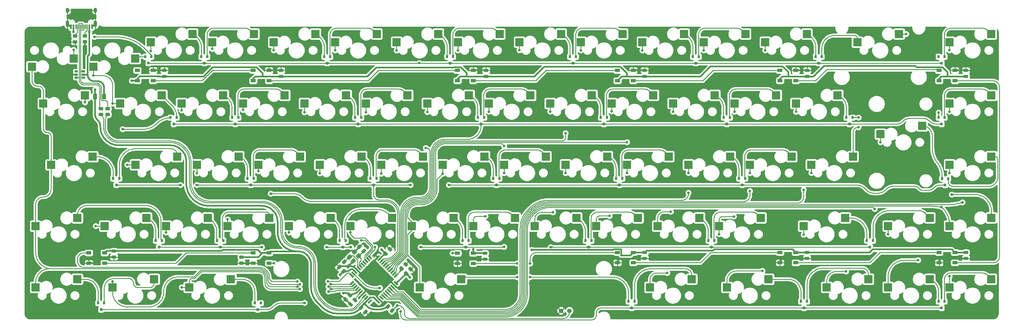
<source format=gbl>
%TF.GenerationSoftware,KiCad,Pcbnew,(5.1.6)-1*%
%TF.CreationDate,2021-08-22T23:35:52+02:00*%
%TF.ProjectId,67_E,36375f45-2e6b-4696-9361-645f70636258,rev?*%
%TF.SameCoordinates,Original*%
%TF.FileFunction,Copper,L2,Bot*%
%TF.FilePolarity,Positive*%
%FSLAX46Y46*%
G04 Gerber Fmt 4.6, Leading zero omitted, Abs format (unit mm)*
G04 Created by KiCad (PCBNEW (5.1.6)-1) date 2021-08-22 23:35:52*
%MOMM*%
%LPD*%
G01*
G04 APERTURE LIST*
%TA.AperFunction,ComponentPad*%
%ADD10C,1.400000*%
%TD*%
%TA.AperFunction,SMDPad,CuDef*%
%ADD11R,2.550000X2.500000*%
%TD*%
%TA.AperFunction,SMDPad,CuDef*%
%ADD12R,1.500000X1.000000*%
%TD*%
%TA.AperFunction,SMDPad,CuDef*%
%ADD13R,0.800000X0.900000*%
%TD*%
%TA.AperFunction,SMDPad,CuDef*%
%ADD14C,0.100000*%
%TD*%
%TA.AperFunction,SMDPad,CuDef*%
%ADD15R,0.600000X1.450000*%
%TD*%
%TA.AperFunction,SMDPad,CuDef*%
%ADD16R,0.300000X1.450000*%
%TD*%
%TA.AperFunction,ComponentPad*%
%ADD17O,1.000000X2.100000*%
%TD*%
%TA.AperFunction,ComponentPad*%
%ADD18O,1.000000X1.600000*%
%TD*%
%TA.AperFunction,SMDPad,CuDef*%
%ADD19R,1.060000X0.650000*%
%TD*%
%TA.AperFunction,ViaPad*%
%ADD20C,0.800000*%
%TD*%
%TA.AperFunction,Conductor*%
%ADD21C,0.500000*%
%TD*%
%TA.AperFunction,Conductor*%
%ADD22C,0.250000*%
%TD*%
%TA.AperFunction,Conductor*%
%ADD23C,0.025400*%
%TD*%
G04 APERTURE END LIST*
D10*
X228244400Y-169024300D03*
X225704400Y-169024300D03*
D11*
X80454500Y-121119900D03*
X67527500Y-123659900D03*
X130453130Y-82995770D03*
X117526130Y-85535770D03*
D12*
X94285900Y-97523100D03*
X94285900Y-94323100D03*
X99185900Y-97523100D03*
X99185900Y-94323100D03*
X130226900Y-97535800D03*
X130226900Y-94335800D03*
X135126900Y-97535800D03*
X135126900Y-94335800D03*
X193561800Y-97535800D03*
X193561800Y-94335800D03*
X198461800Y-97535800D03*
X198461800Y-94335800D03*
X243180700Y-97535800D03*
X243180700Y-94335800D03*
X248080700Y-97535800D03*
X248080700Y-94335800D03*
%TA.AperFunction,SMDPad,CuDef*%
G36*
G01*
X201664250Y-152532500D02*
X202576750Y-152532500D01*
G75*
G02*
X202820500Y-152776250I0J-243750D01*
G01*
X202820500Y-153263750D01*
G75*
G02*
X202576750Y-153507500I-243750J0D01*
G01*
X201664250Y-153507500D01*
G75*
G02*
X201420500Y-153263750I0J243750D01*
G01*
X201420500Y-152776250D01*
G75*
G02*
X201664250Y-152532500I243750J0D01*
G01*
G37*
%TD.AperFunction*%
%TA.AperFunction,SMDPad,CuDef*%
G36*
G01*
X201664250Y-150657500D02*
X202576750Y-150657500D01*
G75*
G02*
X202820500Y-150901250I0J-243750D01*
G01*
X202820500Y-151388750D01*
G75*
G02*
X202576750Y-151632500I-243750J0D01*
G01*
X201664250Y-151632500D01*
G75*
G02*
X201420500Y-151388750I0J243750D01*
G01*
X201420500Y-150901250D01*
G75*
G02*
X201664250Y-150657500I243750J0D01*
G01*
G37*
%TD.AperFunction*%
%TA.AperFunction,SMDPad,CuDef*%
G36*
G01*
X350774950Y-152291200D02*
X351687450Y-152291200D01*
G75*
G02*
X351931200Y-152534950I0J-243750D01*
G01*
X351931200Y-153022450D01*
G75*
G02*
X351687450Y-153266200I-243750J0D01*
G01*
X350774950Y-153266200D01*
G75*
G02*
X350531200Y-153022450I0J243750D01*
G01*
X350531200Y-152534950D01*
G75*
G02*
X350774950Y-152291200I243750J0D01*
G01*
G37*
%TD.AperFunction*%
%TA.AperFunction,SMDPad,CuDef*%
G36*
G01*
X350774950Y-150416200D02*
X351687450Y-150416200D01*
G75*
G02*
X351931200Y-150659950I0J-243750D01*
G01*
X351931200Y-151147450D01*
G75*
G02*
X351687450Y-151391200I-243750J0D01*
G01*
X350774950Y-151391200D01*
G75*
G02*
X350531200Y-151147450I0J243750D01*
G01*
X350531200Y-150659950D01*
G75*
G02*
X350774950Y-150416200I243750J0D01*
G01*
G37*
%TD.AperFunction*%
%TA.AperFunction,SMDPad,CuDef*%
G36*
G01*
X301486250Y-152291200D02*
X302398750Y-152291200D01*
G75*
G02*
X302642500Y-152534950I0J-243750D01*
G01*
X302642500Y-153022450D01*
G75*
G02*
X302398750Y-153266200I-243750J0D01*
G01*
X301486250Y-153266200D01*
G75*
G02*
X301242500Y-153022450I0J243750D01*
G01*
X301242500Y-152534950D01*
G75*
G02*
X301486250Y-152291200I243750J0D01*
G01*
G37*
%TD.AperFunction*%
%TA.AperFunction,SMDPad,CuDef*%
G36*
G01*
X301486250Y-150416200D02*
X302398750Y-150416200D01*
G75*
G02*
X302642500Y-150659950I0J-243750D01*
G01*
X302642500Y-151147450D01*
G75*
G02*
X302398750Y-151391200I-243750J0D01*
G01*
X301486250Y-151391200D01*
G75*
G02*
X301242500Y-151147450I0J243750D01*
G01*
X301242500Y-150659950D01*
G75*
G02*
X301486250Y-150416200I243750J0D01*
G01*
G37*
%TD.AperFunction*%
%TA.AperFunction,SMDPad,CuDef*%
G36*
G01*
X251168850Y-152291200D02*
X252081350Y-152291200D01*
G75*
G02*
X252325100Y-152534950I0J-243750D01*
G01*
X252325100Y-153022450D01*
G75*
G02*
X252081350Y-153266200I-243750J0D01*
G01*
X251168850Y-153266200D01*
G75*
G02*
X250925100Y-153022450I0J243750D01*
G01*
X250925100Y-152534950D01*
G75*
G02*
X251168850Y-152291200I243750J0D01*
G01*
G37*
%TD.AperFunction*%
%TA.AperFunction,SMDPad,CuDef*%
G36*
G01*
X251168850Y-150416200D02*
X252081350Y-150416200D01*
G75*
G02*
X252325100Y-150659950I0J-243750D01*
G01*
X252325100Y-151147450D01*
G75*
G02*
X252081350Y-151391200I-243750J0D01*
G01*
X251168850Y-151391200D01*
G75*
G02*
X250925100Y-151147450I0J243750D01*
G01*
X250925100Y-150659950D01*
G75*
G02*
X251168850Y-150416200I243750J0D01*
G01*
G37*
%TD.AperFunction*%
D11*
X330478130Y-82995770D03*
X317551130Y-85535770D03*
D12*
X293561600Y-97535800D03*
X293561600Y-94335800D03*
X298461600Y-97535800D03*
X298461600Y-94335800D03*
X342888400Y-97535800D03*
X342888400Y-94335800D03*
X347788400Y-97535800D03*
X347788400Y-94335800D03*
X347788400Y-150901600D03*
X347788400Y-154101600D03*
X342888400Y-150901600D03*
X342888400Y-154101600D03*
X298461600Y-150901600D03*
X298461600Y-154101600D03*
X293561600Y-150901600D03*
X293561600Y-154101600D03*
X248080700Y-150901600D03*
X248080700Y-154101600D03*
X243180700Y-150901600D03*
X243180700Y-154101600D03*
X198461800Y-151142900D03*
X198461800Y-154342900D03*
X193561800Y-151142900D03*
X193561800Y-154342900D03*
X135126900Y-151041300D03*
X135126900Y-154241300D03*
X130226900Y-151041300D03*
X130226900Y-154241300D03*
X84174500Y-151041300D03*
X84174500Y-154241300D03*
X79274500Y-151041300D03*
X79274500Y-154241300D03*
%TA.AperFunction,SMDPad,CuDef*%
G36*
G01*
X126124650Y-153751700D02*
X127037150Y-153751700D01*
G75*
G02*
X127280900Y-153995450I0J-243750D01*
G01*
X127280900Y-154482950D01*
G75*
G02*
X127037150Y-154726700I-243750J0D01*
G01*
X126124650Y-154726700D01*
G75*
G02*
X125880900Y-154482950I0J243750D01*
G01*
X125880900Y-153995450D01*
G75*
G02*
X126124650Y-153751700I243750J0D01*
G01*
G37*
%TD.AperFunction*%
%TA.AperFunction,SMDPad,CuDef*%
G36*
G01*
X126124650Y-151876700D02*
X127037150Y-151876700D01*
G75*
G02*
X127280900Y-152120450I0J-243750D01*
G01*
X127280900Y-152607950D01*
G75*
G02*
X127037150Y-152851700I-243750J0D01*
G01*
X126124650Y-152851700D01*
G75*
G02*
X125880900Y-152607950I0J243750D01*
G01*
X125880900Y-152120450D01*
G75*
G02*
X126124650Y-151876700I243750J0D01*
G01*
G37*
%TD.AperFunction*%
%TA.AperFunction,SMDPad,CuDef*%
G36*
G01*
X103123050Y-94800000D02*
X102210550Y-94800000D01*
G75*
G02*
X101966800Y-94556250I0J243750D01*
G01*
X101966800Y-94068750D01*
G75*
G02*
X102210550Y-93825000I243750J0D01*
G01*
X103123050Y-93825000D01*
G75*
G02*
X103366800Y-94068750I0J-243750D01*
G01*
X103366800Y-94556250D01*
G75*
G02*
X103123050Y-94800000I-243750J0D01*
G01*
G37*
%TD.AperFunction*%
%TA.AperFunction,SMDPad,CuDef*%
G36*
G01*
X103123050Y-96675000D02*
X102210550Y-96675000D01*
G75*
G02*
X101966800Y-96431250I0J243750D01*
G01*
X101966800Y-95943750D01*
G75*
G02*
X102210550Y-95700000I243750J0D01*
G01*
X103123050Y-95700000D01*
G75*
G02*
X103366800Y-95943750I0J-243750D01*
G01*
X103366800Y-96431250D01*
G75*
G02*
X103123050Y-96675000I-243750J0D01*
G01*
G37*
%TD.AperFunction*%
%TA.AperFunction,SMDPad,CuDef*%
G36*
G01*
X86589550Y-151859400D02*
X87502050Y-151859400D01*
G75*
G02*
X87745800Y-152103150I0J-243750D01*
G01*
X87745800Y-152590650D01*
G75*
G02*
X87502050Y-152834400I-243750J0D01*
G01*
X86589550Y-152834400D01*
G75*
G02*
X86345800Y-152590650I0J243750D01*
G01*
X86345800Y-152103150D01*
G75*
G02*
X86589550Y-151859400I243750J0D01*
G01*
G37*
%TD.AperFunction*%
%TA.AperFunction,SMDPad,CuDef*%
G36*
G01*
X86589550Y-149984400D02*
X87502050Y-149984400D01*
G75*
G02*
X87745800Y-150228150I0J-243750D01*
G01*
X87745800Y-150715650D01*
G75*
G02*
X87502050Y-150959400I-243750J0D01*
G01*
X86589550Y-150959400D01*
G75*
G02*
X86345800Y-150715650I0J243750D01*
G01*
X86345800Y-150228150D01*
G75*
G02*
X86589550Y-149984400I243750J0D01*
G01*
G37*
%TD.AperFunction*%
%TA.AperFunction,SMDPad,CuDef*%
G36*
G01*
X252043250Y-94812700D02*
X251130750Y-94812700D01*
G75*
G02*
X250887000Y-94568950I0J243750D01*
G01*
X250887000Y-94081450D01*
G75*
G02*
X251130750Y-93837700I243750J0D01*
G01*
X252043250Y-93837700D01*
G75*
G02*
X252287000Y-94081450I0J-243750D01*
G01*
X252287000Y-94568950D01*
G75*
G02*
X252043250Y-94812700I-243750J0D01*
G01*
G37*
%TD.AperFunction*%
%TA.AperFunction,SMDPad,CuDef*%
G36*
G01*
X252043250Y-96687700D02*
X251130750Y-96687700D01*
G75*
G02*
X250887000Y-96443950I0J243750D01*
G01*
X250887000Y-95956450D01*
G75*
G02*
X251130750Y-95712700I243750J0D01*
G01*
X252043250Y-95712700D01*
G75*
G02*
X252287000Y-95956450I0J-243750D01*
G01*
X252287000Y-96443950D01*
G75*
G02*
X252043250Y-96687700I-243750J0D01*
G01*
G37*
%TD.AperFunction*%
%TA.AperFunction,SMDPad,CuDef*%
G36*
G01*
X139318050Y-94812700D02*
X138405550Y-94812700D01*
G75*
G02*
X138161800Y-94568950I0J243750D01*
G01*
X138161800Y-94081450D01*
G75*
G02*
X138405550Y-93837700I243750J0D01*
G01*
X139318050Y-93837700D01*
G75*
G02*
X139561800Y-94081450I0J-243750D01*
G01*
X139561800Y-94568950D01*
G75*
G02*
X139318050Y-94812700I-243750J0D01*
G01*
G37*
%TD.AperFunction*%
%TA.AperFunction,SMDPad,CuDef*%
G36*
G01*
X139318050Y-96687700D02*
X138405550Y-96687700D01*
G75*
G02*
X138161800Y-96443950I0J243750D01*
G01*
X138161800Y-95956450D01*
G75*
G02*
X138405550Y-95712700I243750J0D01*
G01*
X139318050Y-95712700D01*
G75*
G02*
X139561800Y-95956450I0J-243750D01*
G01*
X139561800Y-96443950D01*
G75*
G02*
X139318050Y-96687700I-243750J0D01*
G01*
G37*
%TD.AperFunction*%
%TA.AperFunction,SMDPad,CuDef*%
G36*
G01*
X202894250Y-94812700D02*
X201981750Y-94812700D01*
G75*
G02*
X201738000Y-94568950I0J243750D01*
G01*
X201738000Y-94081450D01*
G75*
G02*
X201981750Y-93837700I243750J0D01*
G01*
X202894250Y-93837700D01*
G75*
G02*
X203138000Y-94081450I0J-243750D01*
G01*
X203138000Y-94568950D01*
G75*
G02*
X202894250Y-94812700I-243750J0D01*
G01*
G37*
%TD.AperFunction*%
%TA.AperFunction,SMDPad,CuDef*%
G36*
G01*
X202894250Y-96687700D02*
X201981750Y-96687700D01*
G75*
G02*
X201738000Y-96443950I0J243750D01*
G01*
X201738000Y-95956450D01*
G75*
G02*
X201981750Y-95712700I243750J0D01*
G01*
X202894250Y-95712700D01*
G75*
G02*
X203138000Y-95956450I0J-243750D01*
G01*
X203138000Y-96443950D01*
G75*
G02*
X202894250Y-96687700I-243750J0D01*
G01*
G37*
%TD.AperFunction*%
%TA.AperFunction,SMDPad,CuDef*%
G36*
G01*
X302449550Y-94825400D02*
X301537050Y-94825400D01*
G75*
G02*
X301293300Y-94581650I0J243750D01*
G01*
X301293300Y-94094150D01*
G75*
G02*
X301537050Y-93850400I243750J0D01*
G01*
X302449550Y-93850400D01*
G75*
G02*
X302693300Y-94094150I0J-243750D01*
G01*
X302693300Y-94581650D01*
G75*
G02*
X302449550Y-94825400I-243750J0D01*
G01*
G37*
%TD.AperFunction*%
%TA.AperFunction,SMDPad,CuDef*%
G36*
G01*
X302449550Y-96700400D02*
X301537050Y-96700400D01*
G75*
G02*
X301293300Y-96456650I0J243750D01*
G01*
X301293300Y-95969150D01*
G75*
G02*
X301537050Y-95725400I243750J0D01*
G01*
X302449550Y-95725400D01*
G75*
G02*
X302693300Y-95969150I0J-243750D01*
G01*
X302693300Y-96456650D01*
G75*
G02*
X302449550Y-96700400I-243750J0D01*
G01*
G37*
%TD.AperFunction*%
%TA.AperFunction,SMDPad,CuDef*%
G36*
G01*
X351662050Y-94825400D02*
X350749550Y-94825400D01*
G75*
G02*
X350505800Y-94581650I0J243750D01*
G01*
X350505800Y-94094150D01*
G75*
G02*
X350749550Y-93850400I243750J0D01*
G01*
X351662050Y-93850400D01*
G75*
G02*
X351905800Y-94094150I0J-243750D01*
G01*
X351905800Y-94581650D01*
G75*
G02*
X351662050Y-94825400I-243750J0D01*
G01*
G37*
%TD.AperFunction*%
%TA.AperFunction,SMDPad,CuDef*%
G36*
G01*
X351662050Y-96700400D02*
X350749550Y-96700400D01*
G75*
G02*
X350505800Y-96456650I0J243750D01*
G01*
X350505800Y-95969150D01*
G75*
G02*
X350749550Y-95725400I243750J0D01*
G01*
X351662050Y-95725400D01*
G75*
G02*
X351905800Y-95969150I0J-243750D01*
G01*
X351905800Y-96456650D01*
G75*
G02*
X351662050Y-96700400I-243750J0D01*
G01*
G37*
%TD.AperFunction*%
D11*
X359053130Y-82995770D03*
X346126130Y-85535770D03*
X201890630Y-121095770D03*
X188963630Y-123635770D03*
X173315630Y-140145770D03*
X160388630Y-142685770D03*
X65138630Y-104585770D03*
X78065630Y-102045770D03*
X244753130Y-82995770D03*
X231826130Y-85535770D03*
X359053130Y-159195770D03*
X346126130Y-161735770D03*
X340003130Y-159195770D03*
X327076130Y-161735770D03*
X320953130Y-159195770D03*
X308026130Y-161735770D03*
X289996880Y-159195770D03*
X277069880Y-161735770D03*
X266184380Y-159195770D03*
X253257380Y-161735770D03*
X194746880Y-159195770D03*
X181819880Y-161735770D03*
X123309380Y-159195770D03*
X110382380Y-161735770D03*
X99496880Y-159195770D03*
X86569880Y-161735770D03*
X75684380Y-159195770D03*
X62757380Y-161735770D03*
X359053130Y-140145770D03*
X346126130Y-142685770D03*
X340003130Y-140145770D03*
X327076130Y-142685770D03*
X313809380Y-140145770D03*
X300882380Y-142685770D03*
X287615630Y-140145770D03*
X274688630Y-142685770D03*
X268565630Y-140145770D03*
X255638630Y-142685770D03*
X249515630Y-140145770D03*
X236588630Y-142685770D03*
X230465630Y-140145770D03*
X217538630Y-142685770D03*
X211415630Y-140145770D03*
X198488630Y-142685770D03*
X192365630Y-140145770D03*
X179438630Y-142685770D03*
X154265630Y-140145770D03*
X141338630Y-142685770D03*
X135215630Y-140145770D03*
X122288630Y-142685770D03*
X116165630Y-140145770D03*
X103238630Y-142685770D03*
X97115630Y-140145770D03*
X84188630Y-142685770D03*
X75684380Y-140145770D03*
X62757380Y-142685770D03*
X359053130Y-121095770D03*
X346126130Y-123635770D03*
X297140630Y-121095770D03*
X284213630Y-123635770D03*
X278090630Y-121095770D03*
X265163630Y-123635770D03*
X259040630Y-121095770D03*
X246113630Y-123635770D03*
X239990630Y-121095770D03*
X227063630Y-123635770D03*
X220940630Y-121095770D03*
X208013630Y-123635770D03*
X182840630Y-121095770D03*
X169913630Y-123635770D03*
X163790630Y-121095770D03*
X150863630Y-123635770D03*
X144740630Y-121095770D03*
X131813630Y-123635770D03*
X125690630Y-121095770D03*
X112763630Y-123635770D03*
X106640630Y-121095770D03*
X93713630Y-123635770D03*
X337621880Y-111570770D03*
X324694880Y-114110770D03*
X359053130Y-102045770D03*
X346126130Y-104585770D03*
X311428130Y-102045770D03*
X298501130Y-104585770D03*
X292378130Y-102045770D03*
X279451130Y-104585770D03*
X273328130Y-102045770D03*
X260401130Y-104585770D03*
X254278130Y-102045770D03*
X241351130Y-104585770D03*
X235228130Y-102045770D03*
X222301130Y-104585770D03*
X216178130Y-102045770D03*
X203251130Y-104585770D03*
X197128130Y-102045770D03*
X184201130Y-104585770D03*
X178078130Y-102045770D03*
X165151130Y-104585770D03*
X159028130Y-102045770D03*
X146101130Y-104585770D03*
X139978130Y-102045770D03*
X127051130Y-104585770D03*
X120928130Y-102045770D03*
X108001130Y-104585770D03*
X101878130Y-102045770D03*
X88951130Y-104585770D03*
X316190630Y-121095770D03*
X303263630Y-123635770D03*
X301903130Y-82995770D03*
X288976130Y-85535770D03*
X282853130Y-82995770D03*
X269926130Y-85535770D03*
X263803130Y-82995770D03*
X250876130Y-85535770D03*
X225703130Y-82995770D03*
X212776130Y-85535770D03*
X206653130Y-82995770D03*
X193726130Y-85535770D03*
X187603130Y-82995770D03*
X174676130Y-85535770D03*
X168553130Y-82995770D03*
X155626130Y-85535770D03*
X149503130Y-82995770D03*
X136576130Y-85535770D03*
X111403130Y-82995770D03*
X98476130Y-85535770D03*
X80669130Y-93155770D03*
X93596130Y-90615770D03*
X61619130Y-93155770D03*
X74546130Y-90615770D03*
D13*
X130685500Y-166640000D03*
X132585500Y-166640000D03*
X131635500Y-168640000D03*
X342712000Y-108982000D03*
X344612000Y-108982000D03*
X343662000Y-110982000D03*
X96738400Y-90046300D03*
X98638400Y-90046300D03*
X97688400Y-92046300D03*
%TA.AperFunction,SMDPad,CuDef*%
D14*
G36*
X168117298Y-165781060D02*
G01*
X168506206Y-165392152D01*
X169566866Y-166452812D01*
X169177958Y-166841720D01*
X168117298Y-165781060D01*
G37*
%TD.AperFunction*%
%TA.AperFunction,SMDPad,CuDef*%
G36*
X168682983Y-165215374D02*
G01*
X169071891Y-164826466D01*
X170132551Y-165887126D01*
X169743643Y-166276034D01*
X168682983Y-165215374D01*
G37*
%TD.AperFunction*%
%TA.AperFunction,SMDPad,CuDef*%
G36*
X169248668Y-164649689D02*
G01*
X169637576Y-164260781D01*
X170698236Y-165321441D01*
X170309328Y-165710349D01*
X169248668Y-164649689D01*
G37*
%TD.AperFunction*%
%TA.AperFunction,SMDPad,CuDef*%
G36*
X169814354Y-164084004D02*
G01*
X170203262Y-163695096D01*
X171263922Y-164755756D01*
X170875014Y-165144664D01*
X169814354Y-164084004D01*
G37*
%TD.AperFunction*%
%TA.AperFunction,SMDPad,CuDef*%
G36*
X170380039Y-163518318D02*
G01*
X170768947Y-163129410D01*
X171829607Y-164190070D01*
X171440699Y-164578978D01*
X170380039Y-163518318D01*
G37*
%TD.AperFunction*%
%TA.AperFunction,SMDPad,CuDef*%
G36*
X170945725Y-162952633D02*
G01*
X171334633Y-162563725D01*
X172395293Y-163624385D01*
X172006385Y-164013293D01*
X170945725Y-162952633D01*
G37*
%TD.AperFunction*%
%TA.AperFunction,SMDPad,CuDef*%
G36*
X171511410Y-162386947D02*
G01*
X171900318Y-161998039D01*
X172960978Y-163058699D01*
X172572070Y-163447607D01*
X171511410Y-162386947D01*
G37*
%TD.AperFunction*%
%TA.AperFunction,SMDPad,CuDef*%
G36*
X172077096Y-161821262D02*
G01*
X172466004Y-161432354D01*
X173526664Y-162493014D01*
X173137756Y-162881922D01*
X172077096Y-161821262D01*
G37*
%TD.AperFunction*%
%TA.AperFunction,SMDPad,CuDef*%
G36*
X172642781Y-161255576D02*
G01*
X173031689Y-160866668D01*
X174092349Y-161927328D01*
X173703441Y-162316236D01*
X172642781Y-161255576D01*
G37*
%TD.AperFunction*%
%TA.AperFunction,SMDPad,CuDef*%
G36*
X173208466Y-160689891D02*
G01*
X173597374Y-160300983D01*
X174658034Y-161361643D01*
X174269126Y-161750551D01*
X173208466Y-160689891D01*
G37*
%TD.AperFunction*%
%TA.AperFunction,SMDPad,CuDef*%
G36*
X173774152Y-160124206D02*
G01*
X174163060Y-159735298D01*
X175223720Y-160795958D01*
X174834812Y-161184866D01*
X173774152Y-160124206D01*
G37*
%TD.AperFunction*%
%TA.AperFunction,SMDPad,CuDef*%
G36*
X174163060Y-158780702D02*
G01*
X173774152Y-158391794D01*
X174834812Y-157331134D01*
X175223720Y-157720042D01*
X174163060Y-158780702D01*
G37*
%TD.AperFunction*%
%TA.AperFunction,SMDPad,CuDef*%
G36*
X173597374Y-158215017D02*
G01*
X173208466Y-157826109D01*
X174269126Y-156765449D01*
X174658034Y-157154357D01*
X173597374Y-158215017D01*
G37*
%TD.AperFunction*%
%TA.AperFunction,SMDPad,CuDef*%
G36*
X173031689Y-157649332D02*
G01*
X172642781Y-157260424D01*
X173703441Y-156199764D01*
X174092349Y-156588672D01*
X173031689Y-157649332D01*
G37*
%TD.AperFunction*%
%TA.AperFunction,SMDPad,CuDef*%
G36*
X172466004Y-157083646D02*
G01*
X172077096Y-156694738D01*
X173137756Y-155634078D01*
X173526664Y-156022986D01*
X172466004Y-157083646D01*
G37*
%TD.AperFunction*%
%TA.AperFunction,SMDPad,CuDef*%
G36*
X171900318Y-156517961D02*
G01*
X171511410Y-156129053D01*
X172572070Y-155068393D01*
X172960978Y-155457301D01*
X171900318Y-156517961D01*
G37*
%TD.AperFunction*%
%TA.AperFunction,SMDPad,CuDef*%
G36*
X171334633Y-155952275D02*
G01*
X170945725Y-155563367D01*
X172006385Y-154502707D01*
X172395293Y-154891615D01*
X171334633Y-155952275D01*
G37*
%TD.AperFunction*%
%TA.AperFunction,SMDPad,CuDef*%
G36*
X170768947Y-155386590D02*
G01*
X170380039Y-154997682D01*
X171440699Y-153937022D01*
X171829607Y-154325930D01*
X170768947Y-155386590D01*
G37*
%TD.AperFunction*%
%TA.AperFunction,SMDPad,CuDef*%
G36*
X170203262Y-154820904D02*
G01*
X169814354Y-154431996D01*
X170875014Y-153371336D01*
X171263922Y-153760244D01*
X170203262Y-154820904D01*
G37*
%TD.AperFunction*%
%TA.AperFunction,SMDPad,CuDef*%
G36*
X169637576Y-154255219D02*
G01*
X169248668Y-153866311D01*
X170309328Y-152805651D01*
X170698236Y-153194559D01*
X169637576Y-154255219D01*
G37*
%TD.AperFunction*%
%TA.AperFunction,SMDPad,CuDef*%
G36*
X169071891Y-153689534D02*
G01*
X168682983Y-153300626D01*
X169743643Y-152239966D01*
X170132551Y-152628874D01*
X169071891Y-153689534D01*
G37*
%TD.AperFunction*%
%TA.AperFunction,SMDPad,CuDef*%
G36*
X168506206Y-153123848D02*
G01*
X168117298Y-152734940D01*
X169177958Y-151674280D01*
X169566866Y-152063188D01*
X168506206Y-153123848D01*
G37*
%TD.AperFunction*%
%TA.AperFunction,SMDPad,CuDef*%
G36*
X165713134Y-152063188D02*
G01*
X166102042Y-151674280D01*
X167162702Y-152734940D01*
X166773794Y-153123848D01*
X165713134Y-152063188D01*
G37*
%TD.AperFunction*%
%TA.AperFunction,SMDPad,CuDef*%
G36*
X165147449Y-152628874D02*
G01*
X165536357Y-152239966D01*
X166597017Y-153300626D01*
X166208109Y-153689534D01*
X165147449Y-152628874D01*
G37*
%TD.AperFunction*%
%TA.AperFunction,SMDPad,CuDef*%
G36*
X164581764Y-153194559D02*
G01*
X164970672Y-152805651D01*
X166031332Y-153866311D01*
X165642424Y-154255219D01*
X164581764Y-153194559D01*
G37*
%TD.AperFunction*%
%TA.AperFunction,SMDPad,CuDef*%
G36*
X164016078Y-153760244D02*
G01*
X164404986Y-153371336D01*
X165465646Y-154431996D01*
X165076738Y-154820904D01*
X164016078Y-153760244D01*
G37*
%TD.AperFunction*%
%TA.AperFunction,SMDPad,CuDef*%
G36*
X163450393Y-154325930D02*
G01*
X163839301Y-153937022D01*
X164899961Y-154997682D01*
X164511053Y-155386590D01*
X163450393Y-154325930D01*
G37*
%TD.AperFunction*%
%TA.AperFunction,SMDPad,CuDef*%
G36*
X162884707Y-154891615D02*
G01*
X163273615Y-154502707D01*
X164334275Y-155563367D01*
X163945367Y-155952275D01*
X162884707Y-154891615D01*
G37*
%TD.AperFunction*%
%TA.AperFunction,SMDPad,CuDef*%
G36*
X162319022Y-155457301D02*
G01*
X162707930Y-155068393D01*
X163768590Y-156129053D01*
X163379682Y-156517961D01*
X162319022Y-155457301D01*
G37*
%TD.AperFunction*%
%TA.AperFunction,SMDPad,CuDef*%
G36*
X161753336Y-156022986D02*
G01*
X162142244Y-155634078D01*
X163202904Y-156694738D01*
X162813996Y-157083646D01*
X161753336Y-156022986D01*
G37*
%TD.AperFunction*%
%TA.AperFunction,SMDPad,CuDef*%
G36*
X161187651Y-156588672D02*
G01*
X161576559Y-156199764D01*
X162637219Y-157260424D01*
X162248311Y-157649332D01*
X161187651Y-156588672D01*
G37*
%TD.AperFunction*%
%TA.AperFunction,SMDPad,CuDef*%
G36*
X160621966Y-157154357D02*
G01*
X161010874Y-156765449D01*
X162071534Y-157826109D01*
X161682626Y-158215017D01*
X160621966Y-157154357D01*
G37*
%TD.AperFunction*%
%TA.AperFunction,SMDPad,CuDef*%
G36*
X160056280Y-157720042D02*
G01*
X160445188Y-157331134D01*
X161505848Y-158391794D01*
X161116940Y-158780702D01*
X160056280Y-157720042D01*
G37*
%TD.AperFunction*%
%TA.AperFunction,SMDPad,CuDef*%
G36*
X160445188Y-161184866D02*
G01*
X160056280Y-160795958D01*
X161116940Y-159735298D01*
X161505848Y-160124206D01*
X160445188Y-161184866D01*
G37*
%TD.AperFunction*%
%TA.AperFunction,SMDPad,CuDef*%
G36*
X161010874Y-161750551D02*
G01*
X160621966Y-161361643D01*
X161682626Y-160300983D01*
X162071534Y-160689891D01*
X161010874Y-161750551D01*
G37*
%TD.AperFunction*%
%TA.AperFunction,SMDPad,CuDef*%
G36*
X161576559Y-162316236D02*
G01*
X161187651Y-161927328D01*
X162248311Y-160866668D01*
X162637219Y-161255576D01*
X161576559Y-162316236D01*
G37*
%TD.AperFunction*%
%TA.AperFunction,SMDPad,CuDef*%
G36*
X162142244Y-162881922D02*
G01*
X161753336Y-162493014D01*
X162813996Y-161432354D01*
X163202904Y-161821262D01*
X162142244Y-162881922D01*
G37*
%TD.AperFunction*%
%TA.AperFunction,SMDPad,CuDef*%
G36*
X162707930Y-163447607D02*
G01*
X162319022Y-163058699D01*
X163379682Y-161998039D01*
X163768590Y-162386947D01*
X162707930Y-163447607D01*
G37*
%TD.AperFunction*%
%TA.AperFunction,SMDPad,CuDef*%
G36*
X163273615Y-164013293D02*
G01*
X162884707Y-163624385D01*
X163945367Y-162563725D01*
X164334275Y-162952633D01*
X163273615Y-164013293D01*
G37*
%TD.AperFunction*%
%TA.AperFunction,SMDPad,CuDef*%
G36*
X163839301Y-164578978D02*
G01*
X163450393Y-164190070D01*
X164511053Y-163129410D01*
X164899961Y-163518318D01*
X163839301Y-164578978D01*
G37*
%TD.AperFunction*%
%TA.AperFunction,SMDPad,CuDef*%
G36*
X164404986Y-165144664D02*
G01*
X164016078Y-164755756D01*
X165076738Y-163695096D01*
X165465646Y-164084004D01*
X164404986Y-165144664D01*
G37*
%TD.AperFunction*%
%TA.AperFunction,SMDPad,CuDef*%
G36*
X164970672Y-165710349D02*
G01*
X164581764Y-165321441D01*
X165642424Y-164260781D01*
X166031332Y-164649689D01*
X164970672Y-165710349D01*
G37*
%TD.AperFunction*%
%TA.AperFunction,SMDPad,CuDef*%
G36*
X165536357Y-166276034D02*
G01*
X165147449Y-165887126D01*
X166208109Y-164826466D01*
X166597017Y-165215374D01*
X165536357Y-166276034D01*
G37*
%TD.AperFunction*%
%TA.AperFunction,SMDPad,CuDef*%
G36*
X166102042Y-166841720D02*
G01*
X165713134Y-166452812D01*
X166773794Y-165392152D01*
X167162702Y-165781060D01*
X166102042Y-166841720D01*
G37*
%TD.AperFunction*%
D13*
X342712000Y-166132000D03*
X344612000Y-166132000D03*
X343662000Y-168132000D03*
X300040000Y-166132000D03*
X301940000Y-166132000D03*
X300990000Y-168132000D03*
X246573000Y-166132000D03*
X248473000Y-166132000D03*
X247523000Y-168132000D03*
X82108000Y-166640000D03*
X84008000Y-166640000D03*
X83058000Y-168640000D03*
X320487000Y-147209000D03*
X322387000Y-147209000D03*
X321437000Y-149209000D03*
X271338000Y-147209000D03*
X273238000Y-147209000D03*
X272288000Y-149209000D03*
X233238000Y-147209000D03*
X235138000Y-147209000D03*
X234188000Y-149209000D03*
X195138000Y-147209000D03*
X197038000Y-147209000D03*
X196088000Y-149209000D03*
X157038000Y-147209000D03*
X158938000Y-147209000D03*
X157988000Y-149209000D03*
X119065000Y-147209000D03*
X120965000Y-147209000D03*
X120015000Y-149209000D03*
X100015000Y-147209000D03*
X101915000Y-147209000D03*
X100965000Y-149209000D03*
X343791500Y-127968500D03*
X345691500Y-127968500D03*
X344741500Y-129968500D03*
X280863000Y-127905000D03*
X282763000Y-127905000D03*
X281813000Y-129905000D03*
X242763000Y-127905000D03*
X244663000Y-127905000D03*
X243713000Y-129905000D03*
X204663000Y-127905000D03*
X206563000Y-127905000D03*
X205613000Y-129905000D03*
X166563000Y-127905000D03*
X168463000Y-127905000D03*
X167513000Y-129905000D03*
X128463000Y-127905000D03*
X130363000Y-127905000D03*
X129413000Y-129905000D03*
X86807000Y-127905000D03*
X88707000Y-127905000D03*
X87757000Y-129905000D03*
X314137000Y-108982000D03*
X316037000Y-108982000D03*
X315087000Y-110982000D03*
X276100500Y-108982000D03*
X278000500Y-108982000D03*
X277050500Y-110982000D03*
X238000500Y-108982000D03*
X239900500Y-108982000D03*
X238950500Y-110982000D03*
X199900500Y-108982000D03*
X201800500Y-108982000D03*
X200850500Y-110982000D03*
X161800500Y-108982000D03*
X163700500Y-108982000D03*
X162750500Y-110982000D03*
X123700500Y-108982000D03*
X125600500Y-108982000D03*
X124650500Y-110982000D03*
X104587000Y-108982000D03*
X106487000Y-108982000D03*
X105537000Y-110982000D03*
X342712000Y-90059000D03*
X344612000Y-90059000D03*
X343662000Y-92059000D03*
X304612000Y-90059000D03*
X306512000Y-90059000D03*
X305562000Y-92059000D03*
X266512000Y-90059000D03*
X268412000Y-90059000D03*
X267462000Y-92059000D03*
X228412000Y-90059000D03*
X230312000Y-90059000D03*
X229362000Y-92059000D03*
X190312000Y-90059000D03*
X192212000Y-90059000D03*
X191262000Y-92059000D03*
X152212000Y-90059000D03*
X154112000Y-90059000D03*
X153162000Y-92059000D03*
X114112000Y-90059000D03*
X116012000Y-90059000D03*
X115062000Y-92059000D03*
%TA.AperFunction,SMDPad,CuDef*%
D14*
G36*
X162930069Y-151049984D02*
G01*
X163778597Y-151898512D01*
X162788647Y-152888462D01*
X161940119Y-152039934D01*
X162930069Y-151049984D01*
G37*
%TD.AperFunction*%
%TA.AperFunction,SMDPad,CuDef*%
G36*
X161374434Y-152605619D02*
G01*
X162222962Y-153454147D01*
X161233012Y-154444097D01*
X160384484Y-153595569D01*
X161374434Y-152605619D01*
G37*
%TD.AperFunction*%
%TA.AperFunction,SMDPad,CuDef*%
G36*
X160172353Y-151403538D02*
G01*
X161020881Y-152252066D01*
X160030931Y-153242016D01*
X159182403Y-152393488D01*
X160172353Y-151403538D01*
G37*
%TD.AperFunction*%
%TA.AperFunction,SMDPad,CuDef*%
G36*
X161727988Y-149847903D02*
G01*
X162576516Y-150696431D01*
X161586566Y-151686381D01*
X160738038Y-150837853D01*
X161727988Y-149847903D01*
G37*
%TD.AperFunction*%
D15*
X80227240Y-80737760D03*
X79427240Y-80737760D03*
X74527240Y-80737760D03*
X73727240Y-80737760D03*
X73727240Y-80737760D03*
X74527240Y-80737760D03*
X79427240Y-80737760D03*
X80227240Y-80737760D03*
D16*
X75227240Y-80737760D03*
X75727240Y-80737760D03*
X76227240Y-80737760D03*
X77227240Y-80737760D03*
X77727240Y-80737760D03*
X78227240Y-80737760D03*
X78727240Y-80737760D03*
X76727240Y-80737760D03*
D17*
X81297240Y-79822760D03*
X72657240Y-79822760D03*
D18*
X72657240Y-75642760D03*
X81297240Y-75642760D03*
D19*
X75384300Y-96570800D03*
X75384300Y-95620800D03*
X75384300Y-94670800D03*
X77584300Y-94670800D03*
X77584300Y-96570800D03*
X77584300Y-95620800D03*
%TA.AperFunction,SMDPad,CuDef*%
G36*
G01*
X173982327Y-169027928D02*
X173345927Y-169664326D01*
G75*
G02*
X172992377Y-169664326I-176775J176775D01*
G01*
X172621144Y-169293093D01*
G75*
G02*
X172621144Y-168939543I176775J176775D01*
G01*
X173257543Y-168303144D01*
G75*
G02*
X173611093Y-168303144I176775J-176775D01*
G01*
X173982326Y-168674377D01*
G75*
G02*
X173982326Y-169027927I-176775J-176775D01*
G01*
G37*
%TD.AperFunction*%
%TA.AperFunction,SMDPad,CuDef*%
G36*
G01*
X172691857Y-167737458D02*
X172055457Y-168373856D01*
G75*
G02*
X171701907Y-168373856I-176775J176775D01*
G01*
X171330674Y-168002623D01*
G75*
G02*
X171330674Y-167649073I176775J176775D01*
G01*
X171967073Y-167012674D01*
G75*
G02*
X172320623Y-167012674I176775J-176775D01*
G01*
X172691856Y-167383907D01*
G75*
G02*
X172691856Y-167737457I-176775J-176775D01*
G01*
G37*
%TD.AperFunction*%
%TA.AperFunction,SMDPad,CuDef*%
G36*
G01*
X177566422Y-153942020D02*
X178202820Y-154578420D01*
G75*
G02*
X178202820Y-154931970I-176775J-176775D01*
G01*
X177831587Y-155303203D01*
G75*
G02*
X177478037Y-155303203I-176775J176775D01*
G01*
X176841638Y-154666804D01*
G75*
G02*
X176841638Y-154313254I176775J176775D01*
G01*
X177212871Y-153942021D01*
G75*
G02*
X177566421Y-153942021I176775J-176775D01*
G01*
G37*
%TD.AperFunction*%
%TA.AperFunction,SMDPad,CuDef*%
G36*
G01*
X176275952Y-155232490D02*
X176912350Y-155868890D01*
G75*
G02*
X176912350Y-156222440I-176775J-176775D01*
G01*
X176541117Y-156593673D01*
G75*
G02*
X176187567Y-156593673I-176775J176775D01*
G01*
X175551168Y-155957274D01*
G75*
G02*
X175551168Y-155603724I176775J176775D01*
G01*
X175922401Y-155232491D01*
G75*
G02*
X176275951Y-155232491I176775J-176775D01*
G01*
G37*
%TD.AperFunction*%
%TA.AperFunction,SMDPad,CuDef*%
G36*
G01*
X82582598Y-105699500D02*
X83482602Y-105699500D01*
G75*
G02*
X83732600Y-105949498I0J-249998D01*
G01*
X83732600Y-106474502D01*
G75*
G02*
X83482602Y-106724500I-249998J0D01*
G01*
X82582598Y-106724500D01*
G75*
G02*
X82332600Y-106474502I0J249998D01*
G01*
X82332600Y-105949498D01*
G75*
G02*
X82582598Y-105699500I249998J0D01*
G01*
G37*
%TD.AperFunction*%
%TA.AperFunction,SMDPad,CuDef*%
G36*
G01*
X82582598Y-107524500D02*
X83482602Y-107524500D01*
G75*
G02*
X83732600Y-107774498I0J-249998D01*
G01*
X83732600Y-108299502D01*
G75*
G02*
X83482602Y-108549500I-249998J0D01*
G01*
X82582598Y-108549500D01*
G75*
G02*
X82332600Y-108299502I0J249998D01*
G01*
X82332600Y-107774498D01*
G75*
G02*
X82582598Y-107524500I249998J0D01*
G01*
G37*
%TD.AperFunction*%
%TA.AperFunction,SMDPad,CuDef*%
G36*
G01*
X84678098Y-105699500D02*
X85578102Y-105699500D01*
G75*
G02*
X85828100Y-105949498I0J-249998D01*
G01*
X85828100Y-106474502D01*
G75*
G02*
X85578102Y-106724500I-249998J0D01*
G01*
X84678098Y-106724500D01*
G75*
G02*
X84428100Y-106474502I0J249998D01*
G01*
X84428100Y-105949498D01*
G75*
G02*
X84678098Y-105699500I249998J0D01*
G01*
G37*
%TD.AperFunction*%
%TA.AperFunction,SMDPad,CuDef*%
G36*
G01*
X84678098Y-107524500D02*
X85578102Y-107524500D01*
G75*
G02*
X85828100Y-107774498I0J-249998D01*
G01*
X85828100Y-108299502D01*
G75*
G02*
X85578102Y-108549500I-249998J0D01*
G01*
X84678098Y-108549500D01*
G75*
G02*
X84428100Y-108299502I0J249998D01*
G01*
X84428100Y-107774498D01*
G75*
G02*
X84678098Y-107524500I249998J0D01*
G01*
G37*
%TD.AperFunction*%
%TA.AperFunction,SMDPad,CuDef*%
G36*
G01*
X78491502Y-85943500D02*
X77591498Y-85943500D01*
G75*
G02*
X77341500Y-85693502I0J249998D01*
G01*
X77341500Y-85168498D01*
G75*
G02*
X77591498Y-84918500I249998J0D01*
G01*
X78491502Y-84918500D01*
G75*
G02*
X78741500Y-85168498I0J-249998D01*
G01*
X78741500Y-85693502D01*
G75*
G02*
X78491502Y-85943500I-249998J0D01*
G01*
G37*
%TD.AperFunction*%
%TA.AperFunction,SMDPad,CuDef*%
G36*
G01*
X78491502Y-84118500D02*
X77591498Y-84118500D01*
G75*
G02*
X77341500Y-83868502I0J249998D01*
G01*
X77341500Y-83343498D01*
G75*
G02*
X77591498Y-83093500I249998J0D01*
G01*
X78491502Y-83093500D01*
G75*
G02*
X78741500Y-83343498I0J-249998D01*
G01*
X78741500Y-83868502D01*
G75*
G02*
X78491502Y-84118500I-249998J0D01*
G01*
G37*
%TD.AperFunction*%
%TA.AperFunction,SMDPad,CuDef*%
G36*
G01*
X75443502Y-85979700D02*
X74543498Y-85979700D01*
G75*
G02*
X74293500Y-85729702I0J249998D01*
G01*
X74293500Y-85204698D01*
G75*
G02*
X74543498Y-84954700I249998J0D01*
G01*
X75443502Y-84954700D01*
G75*
G02*
X75693500Y-85204698I0J-249998D01*
G01*
X75693500Y-85729702D01*
G75*
G02*
X75443502Y-85979700I-249998J0D01*
G01*
G37*
%TD.AperFunction*%
%TA.AperFunction,SMDPad,CuDef*%
G36*
G01*
X75443502Y-84154700D02*
X74543498Y-84154700D01*
G75*
G02*
X74293500Y-83904702I0J249998D01*
G01*
X74293500Y-83379698D01*
G75*
G02*
X74543498Y-83129700I249998J0D01*
G01*
X75443502Y-83129700D01*
G75*
G02*
X75693500Y-83379698I0J-249998D01*
G01*
X75693500Y-83904702D01*
G75*
G02*
X75443502Y-84154700I-249998J0D01*
G01*
G37*
%TD.AperFunction*%
%TA.AperFunction,SMDPad,CuDef*%
G36*
G01*
X80566100Y-103101300D02*
X80566100Y-101851300D01*
G75*
G02*
X80816100Y-101601300I250000J0D01*
G01*
X81566100Y-101601300D01*
G75*
G02*
X81816100Y-101851300I0J-250000D01*
G01*
X81816100Y-103101300D01*
G75*
G02*
X81566100Y-103351300I-250000J0D01*
G01*
X80816100Y-103351300D01*
G75*
G02*
X80566100Y-103101300I0J250000D01*
G01*
G37*
%TD.AperFunction*%
%TA.AperFunction,SMDPad,CuDef*%
G36*
G01*
X83366100Y-103101300D02*
X83366100Y-101851300D01*
G75*
G02*
X83616100Y-101601300I250000J0D01*
G01*
X84366100Y-101601300D01*
G75*
G02*
X84616100Y-101851300I0J-250000D01*
G01*
X84616100Y-103101300D01*
G75*
G02*
X84366100Y-103351300I-250000J0D01*
G01*
X83616100Y-103351300D01*
G75*
G02*
X83366100Y-103101300I0J250000D01*
G01*
G37*
%TD.AperFunction*%
%TA.AperFunction,SMDPad,CuDef*%
G36*
G01*
X157769820Y-153806071D02*
X158441571Y-153134320D01*
G75*
G02*
X158795125Y-153134320I176777J-176777D01*
G01*
X159148678Y-153487873D01*
G75*
G02*
X159148678Y-153841427I-176777J-176777D01*
G01*
X158476927Y-154513178D01*
G75*
G02*
X158123373Y-154513178I-176777J176777D01*
G01*
X157769820Y-154159625D01*
G75*
G02*
X157769820Y-153806071I176777J176777D01*
G01*
G37*
%TD.AperFunction*%
%TA.AperFunction,SMDPad,CuDef*%
G36*
G01*
X159113322Y-155149573D02*
X159785073Y-154477822D01*
G75*
G02*
X160138627Y-154477822I176777J-176777D01*
G01*
X160492180Y-154831375D01*
G75*
G02*
X160492180Y-155184929I-176777J-176777D01*
G01*
X159820429Y-155856680D01*
G75*
G02*
X159466875Y-155856680I-176777J176777D01*
G01*
X159113322Y-155503127D01*
G75*
G02*
X159113322Y-155149573I176777J176777D01*
G01*
G37*
%TD.AperFunction*%
%TA.AperFunction,SMDPad,CuDef*%
G36*
G01*
X165191180Y-150485929D02*
X164519429Y-151157680D01*
G75*
G02*
X164165875Y-151157680I-176777J176777D01*
G01*
X163812322Y-150804127D01*
G75*
G02*
X163812322Y-150450573I176777J176777D01*
G01*
X164484073Y-149778822D01*
G75*
G02*
X164837627Y-149778822I176777J-176777D01*
G01*
X165191180Y-150132375D01*
G75*
G02*
X165191180Y-150485929I-176777J-176777D01*
G01*
G37*
%TD.AperFunction*%
%TA.AperFunction,SMDPad,CuDef*%
G36*
G01*
X163847678Y-149142427D02*
X163175927Y-149814178D01*
G75*
G02*
X162822373Y-149814178I-176777J176777D01*
G01*
X162468820Y-149460625D01*
G75*
G02*
X162468820Y-149107071I176777J176777D01*
G01*
X163140571Y-148435320D01*
G75*
G02*
X163494125Y-148435320I176777J-176777D01*
G01*
X163847678Y-148788873D01*
G75*
G02*
X163847678Y-149142427I-176777J-176777D01*
G01*
G37*
%TD.AperFunction*%
%TA.AperFunction,SMDPad,CuDef*%
G36*
G01*
X161788929Y-165008820D02*
X162460680Y-165680571D01*
G75*
G02*
X162460680Y-166034125I-176777J-176777D01*
G01*
X162107127Y-166387678D01*
G75*
G02*
X161753573Y-166387678I-176777J176777D01*
G01*
X161081822Y-165715927D01*
G75*
G02*
X161081822Y-165362373I176777J176777D01*
G01*
X161435375Y-165008820D01*
G75*
G02*
X161788929Y-165008820I176777J-176777D01*
G01*
G37*
%TD.AperFunction*%
%TA.AperFunction,SMDPad,CuDef*%
G36*
G01*
X160445427Y-166352322D02*
X161117178Y-167024073D01*
G75*
G02*
X161117178Y-167377627I-176777J-176777D01*
G01*
X160763625Y-167731180D01*
G75*
G02*
X160410071Y-167731180I-176777J176777D01*
G01*
X159738320Y-167059429D01*
G75*
G02*
X159738320Y-166705875I176777J176777D01*
G01*
X160091873Y-166352322D01*
G75*
G02*
X160445427Y-166352322I176777J-176777D01*
G01*
G37*
%TD.AperFunction*%
%TA.AperFunction,SMDPad,CuDef*%
G36*
G01*
X160228178Y-163458071D02*
X160899929Y-164129822D01*
G75*
G02*
X160899929Y-164483376I-176777J-176777D01*
G01*
X160546376Y-164836929D01*
G75*
G02*
X160192822Y-164836929I-176777J176777D01*
G01*
X159521071Y-164165178D01*
G75*
G02*
X159521071Y-163811624I176777J176777D01*
G01*
X159874624Y-163458071D01*
G75*
G02*
X160228178Y-163458071I176777J-176777D01*
G01*
G37*
%TD.AperFunction*%
%TA.AperFunction,SMDPad,CuDef*%
G36*
G01*
X158884676Y-164801573D02*
X159556427Y-165473324D01*
G75*
G02*
X159556427Y-165826878I-176777J-176777D01*
G01*
X159202874Y-166180431D01*
G75*
G02*
X158849320Y-166180431I-176777J176777D01*
G01*
X158177569Y-165508680D01*
G75*
G02*
X158177569Y-165155126I176777J176777D01*
G01*
X158531122Y-164801573D01*
G75*
G02*
X158884676Y-164801573I176777J-176777D01*
G01*
G37*
%TD.AperFunction*%
%TA.AperFunction,SMDPad,CuDef*%
G36*
G01*
X177669307Y-158110770D02*
X176997556Y-157439019D01*
G75*
G02*
X176997556Y-157085465I176777J176777D01*
G01*
X177351109Y-156731912D01*
G75*
G02*
X177704663Y-156731912I176777J-176777D01*
G01*
X178376414Y-157403663D01*
G75*
G02*
X178376414Y-157757217I-176777J-176777D01*
G01*
X178022861Y-158110770D01*
G75*
G02*
X177669307Y-158110770I-176777J176777D01*
G01*
G37*
%TD.AperFunction*%
%TA.AperFunction,SMDPad,CuDef*%
G36*
G01*
X179012809Y-156767268D02*
X178341058Y-156095517D01*
G75*
G02*
X178341058Y-155741963I176777J176777D01*
G01*
X178694611Y-155388410D01*
G75*
G02*
X179048165Y-155388410I176777J-176777D01*
G01*
X179719916Y-156060161D01*
G75*
G02*
X179719916Y-156413715I-176777J-176777D01*
G01*
X179366363Y-156767268D01*
G75*
G02*
X179012809Y-156767268I-176777J176777D01*
G01*
G37*
%TD.AperFunction*%
%TA.AperFunction,SMDPad,CuDef*%
G36*
G01*
X171268571Y-151919680D02*
X170596820Y-151247929D01*
G75*
G02*
X170596820Y-150894375I176777J176777D01*
G01*
X170950373Y-150540822D01*
G75*
G02*
X171303927Y-150540822I176777J-176777D01*
G01*
X171975678Y-151212573D01*
G75*
G02*
X171975678Y-151566127I-176777J-176777D01*
G01*
X171622125Y-151919680D01*
G75*
G02*
X171268571Y-151919680I-176777J176777D01*
G01*
G37*
%TD.AperFunction*%
%TA.AperFunction,SMDPad,CuDef*%
G36*
G01*
X172612073Y-150576178D02*
X171940322Y-149904427D01*
G75*
G02*
X171940322Y-149550873I176777J176777D01*
G01*
X172293875Y-149197320D01*
G75*
G02*
X172647429Y-149197320I176777J-176777D01*
G01*
X173319180Y-149869071D01*
G75*
G02*
X173319180Y-150222625I-176777J-176777D01*
G01*
X172965627Y-150576178D01*
G75*
G02*
X172612073Y-150576178I-176777J176777D01*
G01*
G37*
%TD.AperFunction*%
%TA.AperFunction,SMDPad,CuDef*%
G36*
G01*
X157624678Y-155428926D02*
X156952927Y-156100677D01*
G75*
G02*
X156599373Y-156100677I-176777J176777D01*
G01*
X156245820Y-155747124D01*
G75*
G02*
X156245820Y-155393570I176777J176777D01*
G01*
X156917571Y-154721819D01*
G75*
G02*
X157271125Y-154721819I176777J-176777D01*
G01*
X157624678Y-155075372D01*
G75*
G02*
X157624678Y-155428926I-176777J-176777D01*
G01*
G37*
%TD.AperFunction*%
%TA.AperFunction,SMDPad,CuDef*%
G36*
G01*
X158968180Y-156772428D02*
X158296429Y-157444179D01*
G75*
G02*
X157942875Y-157444179I-176777J176777D01*
G01*
X157589322Y-157090626D01*
G75*
G02*
X157589322Y-156737072I176777J176777D01*
G01*
X158261073Y-156065321D01*
G75*
G02*
X158614627Y-156065321I176777J-176777D01*
G01*
X158968180Y-156418874D01*
G75*
G02*
X158968180Y-156772428I-176777J-176777D01*
G01*
G37*
%TD.AperFunction*%
%TA.AperFunction,SMDPad,CuDef*%
G36*
G01*
X162976820Y-168030071D02*
X163648571Y-167358320D01*
G75*
G02*
X164002125Y-167358320I176777J-176777D01*
G01*
X164355678Y-167711873D01*
G75*
G02*
X164355678Y-168065427I-176777J-176777D01*
G01*
X163683927Y-168737178D01*
G75*
G02*
X163330373Y-168737178I-176777J176777D01*
G01*
X162976820Y-168383625D01*
G75*
G02*
X162976820Y-168030071I176777J176777D01*
G01*
G37*
%TD.AperFunction*%
%TA.AperFunction,SMDPad,CuDef*%
G36*
G01*
X164320322Y-169373573D02*
X164992073Y-168701822D01*
G75*
G02*
X165345627Y-168701822I176777J-176777D01*
G01*
X165699180Y-169055375D01*
G75*
G02*
X165699180Y-169408929I-176777J-176777D01*
G01*
X165027429Y-170080680D01*
G75*
G02*
X164673875Y-170080680I-176777J176777D01*
G01*
X164320322Y-169727127D01*
G75*
G02*
X164320322Y-169373573I176777J176777D01*
G01*
G37*
%TD.AperFunction*%
D20*
X78041500Y-87236300D03*
X321500500Y-139065000D03*
X216052400Y-160502600D03*
X212102700Y-160502600D03*
X206425800Y-118300500D03*
X205066900Y-94399100D03*
X258648200Y-93675200D03*
X303999900Y-93281500D03*
X352844100Y-94919800D03*
X142722600Y-94043500D03*
X243928900Y-157861000D03*
X80759300Y-85369400D03*
X340360000Y-90919300D03*
X133032500Y-89217500D03*
X172237400Y-89496900D03*
X210324700Y-90462100D03*
X248475500Y-90868500D03*
X286537400Y-90424000D03*
X202133200Y-114109500D03*
X360083100Y-116636800D03*
X99872800Y-121500900D03*
X176161700Y-121704100D03*
X116459000Y-159740600D03*
X128384300Y-140677900D03*
X223774000Y-141020800D03*
X242811300Y-140881100D03*
X164655500Y-166751000D03*
X157162500Y-157861000D03*
X169989500Y-149987000D03*
X178816000Y-158623000D03*
X158178500Y-163512500D03*
X198461800Y-149948900D03*
X216573100Y-150114000D03*
X81191100Y-100266500D03*
X92557800Y-97523100D03*
X346773500Y-132905500D03*
X342712000Y-107431800D03*
X160528000Y-149225000D03*
X182118000Y-149225000D03*
X132905500Y-149225000D03*
X152971500Y-149225000D03*
X208026000Y-149161500D03*
X222440500Y-149225000D03*
X167957500Y-149225000D03*
X146177000Y-166560500D03*
X153543000Y-163068000D03*
X175958500Y-169227500D03*
X79427240Y-82394600D03*
X74485500Y-82397600D03*
X314032900Y-156794200D03*
X327076130Y-145224170D03*
X303263630Y-126186870D03*
X322922900Y-137350500D03*
X324694880Y-116642820D03*
X332690470Y-82995770D03*
X81013300Y-83896200D03*
X74546130Y-87924970D03*
X154207365Y-160796589D03*
X144690674Y-160804059D03*
X153543000Y-161544000D03*
X144018000Y-161544000D03*
X86569880Y-159873620D03*
X81394300Y-142684500D03*
X91160600Y-123635770D03*
X80669130Y-95935800D03*
X86626700Y-104585770D03*
X108051600Y-161735770D03*
X144690674Y-162283941D03*
X154250108Y-162269000D03*
X103238630Y-144665370D03*
X112763630Y-126313870D03*
X108001130Y-106731130D03*
X98476130Y-88251970D03*
X135636000Y-132613400D03*
X122288630Y-140589330D03*
X131813630Y-125615370D03*
X127051130Y-106590770D03*
X117526130Y-87643030D03*
X163703000Y-147129500D03*
X141338630Y-144703470D03*
X150863630Y-126288470D03*
X146101130Y-107340070D03*
X136576130Y-88061470D03*
X155626130Y-88061470D03*
X160388630Y-144703470D03*
X169913630Y-126415470D03*
X165151130Y-107340070D03*
X188963630Y-126428170D03*
X184201130Y-107251170D03*
X174676130Y-88112270D03*
X208013300Y-117792500D03*
X202222100Y-139649200D03*
X208013630Y-126199570D03*
X203251130Y-107149570D03*
X193726130Y-88086870D03*
X223164400Y-138430000D03*
X212776130Y-88036070D03*
X222301130Y-107136870D03*
X227063630Y-126224970D03*
X227063630Y-113842470D03*
X246113300Y-116624100D03*
X231826130Y-88086870D03*
X241351130Y-107047970D03*
X240715800Y-139534900D03*
X246113630Y-126174170D03*
X250876130Y-88099570D03*
X259702300Y-138226800D03*
X265163630Y-126186870D03*
X265163300Y-132359400D03*
X260401130Y-107174970D03*
X269926130Y-88086870D03*
X279451130Y-107174970D03*
X258610100Y-157276800D03*
X274688630Y-145224170D03*
X284213630Y-126199570D03*
X279285700Y-139725400D03*
X284213630Y-131812970D03*
X298501130Y-107174970D03*
X288976130Y-88086870D03*
X288112200Y-156629100D03*
X300882380Y-145370220D03*
X300882380Y-131463720D03*
X343662000Y-136779000D03*
X336383000Y-153289000D03*
X350139000Y-135318500D03*
X346126130Y-158331230D03*
X346126130Y-126224970D03*
X346126130Y-107124170D03*
X346126130Y-88061470D03*
X317931800Y-108978700D03*
X317893700Y-112014000D03*
X89725500Y-112585500D03*
X78065630Y-104241600D03*
X216052400Y-158546800D03*
X212102700Y-158546800D03*
X169481500Y-161925000D03*
X174879000Y-167386000D03*
X183705500Y-118427500D03*
X181711600Y-92036900D03*
X107657900Y-129921000D03*
X112725200Y-129921000D03*
X179006500Y-129921000D03*
X190881000Y-129921000D03*
X143928674Y-159915059D03*
X153445365Y-159907589D03*
X136677600Y-154241300D03*
X191985700Y-151142900D03*
X211975700Y-154343100D03*
X216103200Y-154343100D03*
D21*
X73572240Y-80737760D02*
X72657240Y-79822760D01*
X73727240Y-80737760D02*
X73572240Y-80737760D01*
X80382240Y-80737760D02*
X81297240Y-79822760D01*
X80227240Y-80737760D02*
X80382240Y-80737760D01*
X163158249Y-149266170D02*
X161657277Y-150767142D01*
X163158249Y-149124749D02*
X163158249Y-149266170D01*
X161303723Y-153666279D02*
X159802751Y-155167251D01*
X161303723Y-153524858D02*
X161303723Y-153666279D01*
X157179246Y-155167251D02*
X156935249Y-155411248D01*
X159802751Y-155167251D02*
X157179246Y-155167251D01*
X164175177Y-163854194D02*
X165088371Y-162941000D01*
X169407767Y-165551250D02*
X168448517Y-164592000D01*
X173933250Y-161025767D02*
X172990983Y-160083500D01*
X162478120Y-156358862D02*
X162478120Y-156382120D01*
X162478120Y-156382120D02*
X163512500Y-157416500D01*
X160417747Y-167041751D02*
X158866998Y-165491002D01*
X160427749Y-167041751D02*
X160417747Y-167041751D01*
X169407767Y-165551250D02*
X169407767Y-165597767D01*
X173933250Y-161025767D02*
X174641983Y-161734500D01*
X174641983Y-161734500D02*
X175577500Y-161734500D01*
X168842082Y-152399064D02*
X168842082Y-152505115D01*
X168842082Y-152505115D02*
X167804197Y-153543000D01*
X164175177Y-163854194D02*
X164123306Y-163854194D01*
X164123306Y-163854194D02*
X163004500Y-164973000D01*
X168842082Y-152399064D02*
X168271518Y-151828500D01*
X161657277Y-150767142D02*
X161194635Y-150304500D01*
X161194635Y-150304500D02*
X159956500Y-150304500D01*
X169407767Y-165551250D02*
X169424750Y-165551250D01*
X169424750Y-165551250D02*
X170434000Y-166560500D01*
X160286509Y-155167251D02*
X159802751Y-155167251D01*
X160286509Y-155167251D02*
X160404968Y-155170159D01*
X160404968Y-155170159D02*
X160523143Y-155178876D01*
X160523143Y-155178876D02*
X160640747Y-155193381D01*
X160640747Y-155193381D02*
X160757498Y-155213639D01*
X160757498Y-155213639D02*
X160873114Y-155239601D01*
X160873114Y-155239601D02*
X160987317Y-155271206D01*
X160987317Y-155271206D02*
X161099832Y-155308376D01*
X161099832Y-155308376D02*
X161210387Y-155351021D01*
X161210387Y-155351021D02*
X161318717Y-155399041D01*
X161318717Y-155399041D02*
X161424560Y-155452318D01*
X161424560Y-155452318D02*
X161527662Y-155510724D01*
X161527662Y-155510724D02*
X161627773Y-155574119D01*
X161627773Y-155574119D02*
X161724653Y-155642349D01*
X161724653Y-155642349D02*
X161818068Y-155715251D01*
X161818068Y-155715251D02*
X161907794Y-155792649D01*
X161907794Y-155792649D02*
X161993615Y-155874357D01*
X161993615Y-155874357D02*
X162478120Y-156358862D01*
X78041500Y-85431000D02*
X78041500Y-87236300D01*
X75409700Y-95620800D02*
X73929200Y-95620800D01*
X130224800Y-154239200D02*
X130226900Y-154241300D01*
X127558800Y-154239200D02*
X130224800Y-154239200D01*
X200901300Y-153020000D02*
X194032900Y-153020000D01*
X193561800Y-153491100D02*
X193561800Y-154342900D01*
X194032900Y-153020000D02*
X193561800Y-153491100D01*
X250456700Y-152778700D02*
X243994700Y-152778700D01*
X243180700Y-153592700D02*
X243180700Y-154101600D01*
X243994700Y-152778700D02*
X243180700Y-153592700D01*
X300710600Y-152778700D02*
X294464500Y-152778700D01*
X293561600Y-153681600D02*
X293561600Y-154101600D01*
X294464500Y-152778700D02*
X293561600Y-153681600D01*
X349999300Y-152778700D02*
X343613500Y-152778700D01*
X342888400Y-153503800D02*
X342888400Y-154101600D01*
X343613500Y-152778700D02*
X342888400Y-153503800D01*
X347790500Y-94337900D02*
X347788400Y-94335800D01*
X349999300Y-94337900D02*
X347790500Y-94337900D01*
X298463700Y-94337900D02*
X298461600Y-94335800D01*
X300558200Y-94337900D02*
X298463700Y-94337900D01*
X248082800Y-94337900D02*
X248080700Y-94335800D01*
X250266200Y-94337900D02*
X248082800Y-94337900D01*
X198463900Y-94337900D02*
X198461800Y-94335800D01*
X200634600Y-94337900D02*
X198463900Y-94337900D01*
X138849100Y-94337900D02*
X138861800Y-94325200D01*
X135126900Y-94335800D02*
X135129000Y-94337900D01*
X135129000Y-94337900D02*
X138849100Y-94337900D01*
X200647300Y-94325200D02*
X200634600Y-94337900D01*
X202438000Y-94325200D02*
X200647300Y-94325200D01*
X250278900Y-94325200D02*
X250266200Y-94337900D01*
X251587000Y-94325200D02*
X250278900Y-94325200D01*
X300558200Y-94337900D02*
X301993300Y-94337900D01*
X349999300Y-94337900D02*
X351205800Y-94337900D01*
X99185900Y-94323100D02*
X99188000Y-94325200D01*
X102654100Y-94325200D02*
X102666800Y-94312500D01*
X99188000Y-94325200D02*
X102654100Y-94325200D01*
X83492100Y-152346900D02*
X87045800Y-152346900D01*
X79274500Y-154241300D02*
X81597700Y-154241300D01*
X81597700Y-154241300D02*
X83492100Y-152346900D01*
X127558800Y-154239200D02*
X126580900Y-154239200D01*
X200901300Y-153020000D02*
X202120500Y-153020000D01*
X250456700Y-152778700D02*
X251625100Y-152778700D01*
X300710600Y-152778700D02*
X301942500Y-152778700D01*
X349999300Y-152778700D02*
X351231200Y-152778700D01*
X163539249Y-167920749D02*
X163539249Y-167884234D01*
X167667288Y-164942142D02*
X168842082Y-166116936D01*
X166481341Y-164942142D02*
X167667288Y-164942142D01*
X165872233Y-165551250D02*
X166481341Y-164942142D01*
X164663991Y-166759491D02*
X164655500Y-166751000D01*
X163539249Y-167884234D02*
X164663991Y-166759491D01*
X164663991Y-166759491D02*
X165872233Y-165551250D01*
X158268750Y-156754750D02*
X157162500Y-157861000D01*
X158278751Y-156754750D02*
X158268750Y-156754750D01*
X171142266Y-151230251D02*
X169407767Y-152964750D01*
X171286249Y-151230251D02*
X171142266Y-151230251D01*
X171232751Y-151230251D02*
X169989500Y-149987000D01*
X171286249Y-151230251D02*
X171232751Y-151230251D01*
X174648244Y-160460082D02*
X177686985Y-157421341D01*
X174498936Y-160460082D02*
X174648244Y-160460082D01*
X178816000Y-158550356D02*
X177686985Y-157421341D01*
X178816000Y-158623000D02*
X178816000Y-158550356D01*
X159575500Y-163512500D02*
X160210500Y-164147500D01*
X158178500Y-163512500D02*
X159575500Y-163512500D01*
X160375179Y-156235820D02*
X160418807Y-156196277D01*
X160418807Y-156196277D02*
X160466100Y-156161202D01*
X160466100Y-156161202D02*
X160516605Y-156130931D01*
X160516605Y-156130931D02*
X160569832Y-156105756D01*
X160569832Y-156105756D02*
X160625272Y-156085919D01*
X160625272Y-156085919D02*
X160682388Y-156071612D01*
X160682388Y-156071612D02*
X160740632Y-156062973D01*
X160740632Y-156062973D02*
X160799443Y-156060084D01*
X160799443Y-156060084D02*
X160858253Y-156062973D01*
X160858253Y-156062973D02*
X160916497Y-156071612D01*
X160916497Y-156071612D02*
X160973613Y-156085919D01*
X160973613Y-156085919D02*
X161029053Y-156105756D01*
X161029053Y-156105756D02*
X161082280Y-156130931D01*
X161082280Y-156130931D02*
X161132785Y-156161202D01*
X161132785Y-156161202D02*
X161180078Y-156196277D01*
X161180078Y-156196277D02*
X161223707Y-156235820D01*
X161223707Y-156235820D02*
X161912435Y-156924548D01*
X159156250Y-156754750D02*
X158278751Y-156754750D01*
X159156250Y-156754750D02*
X159239171Y-156752713D01*
X159239171Y-156752713D02*
X159321893Y-156746611D01*
X159321893Y-156746611D02*
X159404216Y-156736457D01*
X159404216Y-156736457D02*
X159485942Y-156722277D01*
X159485942Y-156722277D02*
X159566874Y-156704103D01*
X159566874Y-156704103D02*
X159646816Y-156681980D01*
X159646816Y-156681980D02*
X159725576Y-156655961D01*
X159725576Y-156655961D02*
X159802965Y-156626109D01*
X159802965Y-156626109D02*
X159878796Y-156592495D01*
X159878796Y-156592495D02*
X159952886Y-156555201D01*
X159952886Y-156555201D02*
X160025057Y-156514317D01*
X160025057Y-156514317D02*
X160095134Y-156469940D01*
X160095134Y-156469940D02*
X160162951Y-156422179D01*
X160162951Y-156422179D02*
X160228341Y-156371147D01*
X160228341Y-156371147D02*
X160291149Y-156316968D01*
X160291149Y-156316968D02*
X160351224Y-156259774D01*
X160351224Y-156259774D02*
X160375179Y-156235820D01*
X168997500Y-168656000D02*
X169179921Y-168652769D01*
X169179921Y-168652769D02*
X169362113Y-168643085D01*
X169362113Y-168643085D02*
X169543849Y-168626957D01*
X169543849Y-168626957D02*
X169724899Y-168604407D01*
X169724899Y-168604407D02*
X169905039Y-168575463D01*
X169905039Y-168575463D02*
X170084040Y-168540160D01*
X170084040Y-168540160D02*
X170261680Y-168498543D01*
X170261680Y-168498543D02*
X170437736Y-168450665D01*
X170437736Y-168450665D02*
X170611986Y-168396585D01*
X170611986Y-168396585D02*
X170784213Y-168336371D01*
X170784213Y-168336371D02*
X170954201Y-168270098D01*
X170954201Y-168270098D02*
X171121737Y-168197850D01*
X171121737Y-168197850D02*
X171286610Y-168119718D01*
X171286610Y-168119718D02*
X171448614Y-168035798D01*
X171448614Y-168035798D02*
X171607546Y-167946196D01*
X171607546Y-167946196D02*
X171763208Y-167851026D01*
X171763208Y-167851026D02*
X172011265Y-167693265D01*
X165499839Y-167595339D02*
X164655500Y-166751000D01*
X165499839Y-167595339D02*
X165628568Y-167717900D01*
X165628568Y-167717900D02*
X165763157Y-167833997D01*
X165763157Y-167833997D02*
X165903280Y-167943351D01*
X165903280Y-167943351D02*
X166048601Y-168045697D01*
X166048601Y-168045697D02*
X166198768Y-168140789D01*
X166198768Y-168140789D02*
X166353420Y-168228398D01*
X166353420Y-168228398D02*
X166512185Y-168308314D01*
X166512185Y-168308314D02*
X166674680Y-168380343D01*
X166674680Y-168380343D02*
X166840513Y-168444312D01*
X166840513Y-168444312D02*
X167009285Y-168500066D01*
X167009285Y-168500066D02*
X167180590Y-168547473D01*
X167180590Y-168547473D02*
X167354015Y-168586417D01*
X167354015Y-168586417D02*
X167529141Y-168616804D01*
X167529141Y-168616804D02*
X167705548Y-168638561D01*
X167705548Y-168638561D02*
X167882810Y-168651637D01*
X167882810Y-168651637D02*
X168060500Y-168656000D01*
X168060500Y-168656000D02*
X168997500Y-168656000D01*
X161088007Y-163905428D02*
X160210500Y-164147500D01*
X161088007Y-163905428D02*
X161205710Y-163871062D01*
X161205710Y-163871062D02*
X161322336Y-163833204D01*
X161322336Y-163833204D02*
X161437783Y-163791887D01*
X161437783Y-163791887D02*
X161551948Y-163747149D01*
X161551948Y-163747149D02*
X161664728Y-163699028D01*
X161664728Y-163699028D02*
X161776024Y-163647567D01*
X161776024Y-163647567D02*
X161885738Y-163592813D01*
X161885738Y-163592813D02*
X161993770Y-163534813D01*
X161993770Y-163534813D02*
X162100027Y-163473620D01*
X162100027Y-163473620D02*
X162204412Y-163409287D01*
X162204412Y-163409287D02*
X162306834Y-163341872D01*
X162306834Y-163341872D02*
X162407202Y-163271435D01*
X162407202Y-163271435D02*
X162505425Y-163198038D01*
X162505425Y-163198038D02*
X162601418Y-163121746D01*
X162601418Y-163121746D02*
X162695095Y-163042628D01*
X162695095Y-163042628D02*
X162786373Y-162960754D01*
X162786373Y-162960754D02*
X163043806Y-162722823D01*
X163030570Y-168675200D02*
X163202211Y-168511786D01*
X162851119Y-168829996D02*
X163030570Y-168675200D01*
X162064102Y-169355864D02*
X162270305Y-169239052D01*
X161635756Y-169558457D02*
X161852416Y-169462418D01*
X161414645Y-169643749D02*
X161635756Y-169558457D01*
X160261266Y-169902749D02*
X160496475Y-169873739D01*
X150266820Y-166586320D02*
X151485179Y-167804679D01*
X149366104Y-165488795D02*
X149570796Y-165779435D01*
X137770923Y-140907914D02*
X137795000Y-141398000D01*
X137698926Y-140422548D02*
X137770923Y-140907914D01*
X137414397Y-139484582D02*
X137579701Y-139946576D01*
X137204606Y-139041016D02*
X137414397Y-139484582D01*
X136952348Y-138620148D02*
X137204606Y-139041016D01*
X136660052Y-138226033D02*
X136952348Y-138620148D01*
X136330533Y-137862466D02*
X136660052Y-138226033D01*
X135966966Y-137532947D02*
X136330533Y-137862466D01*
X161189616Y-169718089D02*
X161414645Y-169643749D01*
X135572851Y-137240651D02*
X135966966Y-137532947D01*
X135151983Y-136988393D02*
X135572851Y-137240651D01*
X160961209Y-169781297D02*
X161189616Y-169718089D01*
X134708417Y-136778602D02*
X135151983Y-136988393D01*
X134246423Y-136613298D02*
X134708417Y-136778602D01*
X133770451Y-136494073D02*
X134246423Y-136613298D01*
X133285085Y-136422076D02*
X133770451Y-136494073D01*
X132795000Y-136398000D02*
X133285085Y-136422076D01*
X116474000Y-136398000D02*
X132795000Y-136398000D01*
X160729977Y-169833222D02*
X160961209Y-169781297D01*
X115787880Y-136364293D02*
X116474000Y-136398000D01*
X153834860Y-169374686D02*
X154166527Y-169502624D01*
X115108367Y-136263496D02*
X115787880Y-136364293D01*
X159787998Y-169926000D02*
X160024917Y-169920183D01*
X114442007Y-136096582D02*
X115108367Y-136263496D01*
X113795215Y-135865156D02*
X114442007Y-136096582D01*
X154166527Y-169502624D02*
X154504072Y-169614134D01*
X113174222Y-135571448D02*
X113795215Y-135865156D01*
X150021697Y-166328859D02*
X150266820Y-166586320D01*
X83497754Y-114554019D02*
X83632088Y-114791153D01*
X83264773Y-114061422D02*
X83375217Y-114310580D01*
X83166687Y-113807144D02*
X83264773Y-114061422D01*
X148362552Y-163224818D02*
X148457365Y-163567427D01*
X83081196Y-113548360D02*
X83166687Y-113807144D01*
X148223890Y-162527716D02*
X148284665Y-162877969D01*
X83008507Y-113285693D02*
X83081196Y-113548360D01*
X149000701Y-164879156D02*
X149175920Y-165188461D01*
X82948793Y-113019776D02*
X83008507Y-113285693D01*
X82902199Y-112751248D02*
X82948793Y-113019776D01*
X82848788Y-112208957D02*
X82868837Y-112480758D01*
X82842100Y-111936500D02*
X82848788Y-112208957D01*
X148145500Y-161465000D02*
X148154223Y-161820379D01*
X82838901Y-111586694D02*
X82842100Y-111717000D01*
X153192342Y-169070797D02*
X153509871Y-169230628D01*
X109474000Y-129398000D02*
X109507706Y-130084119D01*
X82829312Y-111456702D02*
X82838901Y-111586694D01*
X109507706Y-130084119D02*
X109608503Y-130763632D01*
X82813356Y-111327337D02*
X82829312Y-111456702D01*
X87963341Y-117575262D02*
X88235142Y-117595311D01*
X151485179Y-167804679D02*
X151742638Y-168049801D01*
X83375217Y-114310580D02*
X83497754Y-114554019D01*
X82791072Y-111198911D02*
X82813356Y-111327337D01*
X152883037Y-168895579D02*
X153192342Y-169070797D01*
X84778640Y-116163581D02*
X84985009Y-116341596D01*
X149175920Y-165188461D02*
X149366104Y-165488795D01*
X82868837Y-112480758D02*
X82902199Y-112751248D01*
X82762513Y-111071733D02*
X82791072Y-111198911D01*
X137579701Y-139946576D02*
X137698926Y-140422548D01*
X82727749Y-110946109D02*
X82762513Y-111071733D01*
X152292063Y-168500702D02*
X152582703Y-168705394D01*
X84985009Y-116341596D02*
X85199865Y-116509271D01*
X82639951Y-110700732D02*
X82686862Y-110822343D01*
X82464278Y-110351730D02*
X82528525Y-110465141D01*
X112585008Y-135218287D02*
X113174222Y-135571448D01*
X81446069Y-109001429D02*
X81504673Y-109117857D01*
X154504072Y-169614134D02*
X154846681Y-169708947D01*
X86382676Y-117179326D02*
X86636954Y-117277411D01*
X81393247Y-108882267D02*
X81446069Y-109001429D01*
X105925423Y-117817298D02*
X106387417Y-117982602D01*
X81568920Y-109231268D02*
X81638654Y-109341391D01*
X82842100Y-111717000D02*
X82842100Y-111936500D01*
X82239298Y-110032282D02*
X82319490Y-110135039D01*
X111062926Y-133838752D02*
X111524252Y-134347747D01*
X162270305Y-169239052D02*
X162470527Y-169112262D01*
X81346337Y-108760656D02*
X81393247Y-108882267D01*
X110653712Y-133286991D02*
X111062926Y-133838752D01*
X148457365Y-163567427D02*
X148568875Y-163904971D01*
X81219842Y-108255662D02*
X81242126Y-108384088D01*
X81305450Y-108636889D02*
X81346337Y-108760656D01*
X112033247Y-134809073D02*
X112585008Y-135218287D01*
X82154160Y-109933583D02*
X82239298Y-110032282D01*
X82686862Y-110822343D02*
X82727749Y-110946109D01*
X163202211Y-168511786D02*
X163666249Y-168047749D01*
X81270685Y-108511266D02*
X81305450Y-108636889D01*
X82064282Y-109839182D02*
X82154160Y-109933583D01*
X82528525Y-110465141D02*
X82587130Y-110581569D01*
X81242126Y-108384088D02*
X81270685Y-108511266D01*
X105449451Y-117698073D02*
X105925423Y-117817298D01*
X161852416Y-169462418D02*
X162064102Y-169355864D01*
X82319490Y-110135039D02*
X82394544Y-110241607D01*
X81194298Y-107996305D02*
X81203887Y-108126297D01*
X81191100Y-102466400D02*
X81191100Y-107866000D01*
X107645966Y-118736947D02*
X108009533Y-119066466D01*
X148568875Y-163904971D02*
X148696812Y-164236638D01*
X81203887Y-108126297D02*
X81219842Y-108255662D01*
X83632088Y-114791153D02*
X83777896Y-115021409D01*
X81504673Y-109117857D02*
X81568920Y-109231268D01*
X155193530Y-169786834D02*
X155543783Y-169847609D01*
X85199865Y-116509271D02*
X85422689Y-116666202D01*
X81191100Y-107866000D02*
X81194298Y-107996305D01*
X148180375Y-162174902D02*
X148223890Y-162527716D01*
X81713708Y-109447959D02*
X81793900Y-109550716D01*
X148696812Y-164236638D02*
X148840870Y-164561627D01*
X81638654Y-109341391D02*
X81713708Y-109447959D01*
X81793900Y-109550716D02*
X81879038Y-109649414D01*
X155896596Y-169891124D02*
X156251120Y-169917275D01*
X86636954Y-117277411D02*
X86895738Y-117362902D01*
X148840870Y-164561627D02*
X149000701Y-164879156D01*
X82587130Y-110581569D02*
X82639951Y-110700732D01*
X162470527Y-169112262D02*
X162664288Y-168975801D01*
X81879038Y-109649414D02*
X81968917Y-109743817D01*
X109449923Y-122111914D02*
X109474000Y-122602000D01*
X162664288Y-168975801D02*
X162851119Y-168829996D01*
X81968917Y-109743817D02*
X82064282Y-109839182D01*
X148154223Y-161820379D02*
X148180375Y-162174902D01*
X82394544Y-110241607D02*
X82464278Y-110351730D01*
X160024917Y-169920183D02*
X160261266Y-169902749D01*
X109377926Y-121626548D02*
X109449923Y-122111914D01*
X149570796Y-165779435D02*
X149789503Y-166059682D01*
X83777896Y-115021409D02*
X83934827Y-115244233D01*
X83934827Y-115244233D02*
X84102502Y-115459089D01*
X104474000Y-117602000D02*
X104964085Y-117626076D01*
X149789503Y-166059682D02*
X150021697Y-166328859D01*
X84102502Y-115459089D02*
X84280518Y-115665458D01*
X148284665Y-162877969D02*
X148362552Y-163224818D01*
X84280518Y-115665458D02*
X84468445Y-115862845D01*
X84468445Y-115862845D02*
X84581254Y-115975654D01*
X152582703Y-168705394D02*
X152883037Y-168895579D01*
X84581254Y-115975654D02*
X84778640Y-116163581D01*
X85422689Y-116666202D02*
X85652945Y-116812010D01*
X85652945Y-116812010D02*
X85890079Y-116946344D01*
X85890079Y-116946344D02*
X86133518Y-117068881D01*
X86133518Y-117068881D02*
X86382676Y-117179326D01*
X86895738Y-117362902D02*
X87158405Y-117435592D01*
X154846681Y-169708947D02*
X155193530Y-169786834D01*
X87158405Y-117435592D02*
X87424323Y-117495306D01*
X87424323Y-117495306D02*
X87692850Y-117541900D01*
X87692850Y-117541900D02*
X87963341Y-117575262D01*
X160496475Y-169873739D02*
X160729977Y-169833222D01*
X88235142Y-117595311D02*
X88507600Y-117602000D01*
X88507600Y-117602000D02*
X104474000Y-117602000D01*
X104964085Y-117626076D02*
X105449451Y-117698073D01*
X152011816Y-168281995D02*
X152292063Y-168500702D01*
X106387417Y-117982602D02*
X106830983Y-118192393D01*
X106830983Y-118192393D02*
X107251851Y-118444651D01*
X156251120Y-169917275D02*
X156606500Y-169926000D01*
X107251851Y-118444651D02*
X107645966Y-118736947D01*
X108009533Y-119066466D02*
X108339052Y-119430033D01*
X156606500Y-169926000D02*
X159787998Y-169926000D01*
X108339052Y-119430033D02*
X108631348Y-119824148D01*
X151742638Y-168049801D02*
X152011816Y-168281995D01*
X108631348Y-119824148D02*
X108883606Y-120245016D01*
X108883606Y-120245016D02*
X109093397Y-120688582D01*
X109093397Y-120688582D02*
X109258701Y-121150576D01*
X109258701Y-121150576D02*
X109377926Y-121626548D01*
X155543783Y-169847609D02*
X155896596Y-169891124D01*
X109474000Y-122602000D02*
X109474000Y-129398000D01*
X109608503Y-130763632D02*
X109775417Y-131429992D01*
X153509871Y-169230628D02*
X153834860Y-169374686D01*
X109775417Y-131429992D02*
X110006843Y-132076784D01*
X110006843Y-132076784D02*
X110300551Y-132697777D01*
X110300551Y-132697777D02*
X110653712Y-133286991D01*
X111524252Y-134347747D02*
X112033247Y-134809073D01*
X143795000Y-150583900D02*
X143206897Y-150555008D01*
X143206897Y-150555008D02*
X142624458Y-150468611D01*
X142624458Y-150468611D02*
X142053291Y-150325542D01*
X142053291Y-150325542D02*
X141498899Y-150127177D01*
X141498899Y-150127177D02*
X140966619Y-149875427D01*
X140966619Y-149875427D02*
X140461578Y-149572717D01*
X140461578Y-149572717D02*
X139988640Y-149221962D01*
X139988640Y-149221962D02*
X139552359Y-148826540D01*
X139552359Y-148826540D02*
X139156937Y-148390259D01*
X139156937Y-148390259D02*
X138806182Y-147917321D01*
X138806182Y-147917321D02*
X138503472Y-147412280D01*
X138503472Y-147412280D02*
X138251722Y-146880000D01*
X138251722Y-146880000D02*
X138053357Y-146325608D01*
X138053357Y-146325608D02*
X137910288Y-145754441D01*
X137910288Y-145754441D02*
X137823891Y-145172002D01*
X137823891Y-145172002D02*
X137795000Y-144583900D01*
X137795000Y-144583900D02*
X137795000Y-141398000D01*
X148145500Y-154583900D02*
X148145500Y-161465000D01*
X148145500Y-154583900D02*
X148126238Y-154191831D01*
X148126238Y-154191831D02*
X148068641Y-153803538D01*
X148068641Y-153803538D02*
X147973261Y-153422761D01*
X147973261Y-153422761D02*
X147841018Y-153053166D01*
X147841018Y-153053166D02*
X147673185Y-152698313D01*
X147673185Y-152698313D02*
X147471378Y-152361619D01*
X147471378Y-152361619D02*
X147237541Y-152046326D01*
X147237541Y-152046326D02*
X146973927Y-151755472D01*
X146973927Y-151755472D02*
X146683073Y-151491858D01*
X146683073Y-151491858D02*
X146367780Y-151258021D01*
X146367780Y-151258021D02*
X146031086Y-151056214D01*
X146031086Y-151056214D02*
X145676233Y-150888381D01*
X145676233Y-150888381D02*
X145306638Y-150756138D01*
X145306638Y-150756138D02*
X144925861Y-150660758D01*
X144925861Y-150660758D02*
X144537568Y-150603161D01*
X144537568Y-150603161D02*
X144145500Y-150583900D01*
X144145500Y-150583900D02*
X143795000Y-150583900D01*
X198461800Y-149948900D02*
X198461800Y-151142900D01*
X84173300Y-151040100D02*
X84174500Y-151041300D01*
X127558800Y-152364200D02*
X131823700Y-152364200D01*
X133146600Y-151041300D02*
X135126900Y-151041300D01*
X135584300Y-150583900D02*
X135126900Y-151041300D01*
X143795000Y-150583900D02*
X135584300Y-150583900D01*
X198463900Y-151145000D02*
X198461800Y-151142900D01*
X200901300Y-151145000D02*
X198463900Y-151145000D01*
X248082800Y-150903700D02*
X248080700Y-150901600D01*
X250456700Y-150903700D02*
X248082800Y-150903700D01*
X298463700Y-150903700D02*
X298461600Y-150901600D01*
X300710600Y-150903700D02*
X298463700Y-150903700D01*
X347790500Y-150903700D02*
X347788400Y-150901600D01*
X349999300Y-150903700D02*
X347790500Y-150903700D01*
X342888400Y-96938000D02*
X342888400Y-97535800D01*
X343613500Y-96212900D02*
X342888400Y-96938000D01*
X293561600Y-96912600D02*
X293561600Y-97535800D01*
X294261300Y-96212900D02*
X293561600Y-96912600D01*
X244503600Y-96212900D02*
X243180700Y-97535800D01*
X193561800Y-97077700D02*
X193561800Y-97535800D01*
X194426600Y-96212900D02*
X193561800Y-97077700D01*
X130226900Y-96836400D02*
X130226900Y-97535800D01*
X130850400Y-96212900D02*
X130226900Y-96836400D01*
X101231700Y-96200200D02*
X95099900Y-96200200D01*
X94285900Y-97014200D02*
X94285900Y-97523100D01*
X95099900Y-96200200D02*
X94285900Y-97014200D01*
X133169900Y-95218798D02*
X133169900Y-96212900D01*
X117688201Y-93385799D02*
X131336901Y-93385799D01*
X114861100Y-96212900D02*
X117688201Y-93385799D01*
X131336901Y-93385799D02*
X133169900Y-95218798D01*
X100533200Y-96212900D02*
X114861100Y-96212900D01*
X133169900Y-96212900D02*
X130850400Y-96212900D01*
X137210800Y-96212900D02*
X133169900Y-96212900D01*
X137210800Y-96212900D02*
X165584900Y-96212900D01*
X165584900Y-96212900D02*
X168389300Y-93408500D01*
X194671801Y-93385799D02*
X196441300Y-95155298D01*
X192451799Y-93385799D02*
X194671801Y-93385799D01*
X196441300Y-95155298D02*
X196441300Y-96212900D01*
X192429098Y-93408500D02*
X192451799Y-93385799D01*
X168389300Y-93408500D02*
X192429098Y-93408500D01*
X196441300Y-96212900D02*
X194426600Y-96212900D01*
X200634600Y-96212900D02*
X196441300Y-96212900D01*
X200634600Y-96212900D02*
X217451700Y-96212900D01*
X217451700Y-96212900D02*
X220510100Y-93154500D01*
X246102900Y-95197998D02*
X246102900Y-96212900D01*
X220510100Y-93154500D02*
X244059402Y-93154500D01*
X244059402Y-93154500D02*
X246102900Y-95197998D01*
X250266200Y-96212900D02*
X246102900Y-96212900D01*
X246102900Y-96212900D02*
X244503600Y-96212900D01*
X250266200Y-96212900D02*
X268899400Y-96212900D01*
X268899400Y-96212900D02*
X271983200Y-93129100D01*
X296128200Y-94842398D02*
X296128200Y-96212900D01*
X294414902Y-93129100D02*
X296128200Y-94842398D01*
X271983200Y-93129100D02*
X294414902Y-93129100D01*
X300558200Y-96212900D02*
X296128200Y-96212900D01*
X296128200Y-96212900D02*
X294261300Y-96212900D01*
X300558200Y-96212900D02*
X303964100Y-96212900D01*
X303964100Y-96212900D02*
X307263800Y-92913200D01*
X345493100Y-94880498D02*
X345493100Y-96212900D01*
X343998401Y-93385799D02*
X345493100Y-94880498D01*
X335559400Y-92913200D02*
X336031999Y-93385799D01*
X307263800Y-92913200D02*
X335559400Y-92913200D01*
X345493100Y-96212900D02*
X343613500Y-96212900D01*
X336031999Y-93385799D02*
X343998401Y-93385799D01*
X349999300Y-96212900D02*
X345493100Y-96212900D01*
X321334900Y-150903700D02*
X300710600Y-150903700D01*
X322287001Y-149951599D02*
X321334900Y-150903700D01*
X346838399Y-149951599D02*
X322287001Y-149951599D01*
X347788400Y-150901600D02*
X346838399Y-149951599D01*
X273138001Y-149951599D02*
X272763010Y-150326590D01*
X297511599Y-149951599D02*
X273138001Y-149951599D01*
X298461600Y-150901600D02*
X297511599Y-149951599D01*
X244290701Y-149951599D02*
X242070699Y-149951599D01*
X247130699Y-151851601D02*
X244290701Y-151851601D01*
X248080700Y-150901600D02*
X247130699Y-151851601D01*
X244290701Y-151851601D02*
X244380701Y-151761601D01*
X242070699Y-149951599D02*
X241908298Y-150114000D01*
X244380701Y-151761601D02*
X244380701Y-150041599D01*
X244380701Y-150041599D02*
X244290701Y-149951599D01*
X241908298Y-150114000D02*
X216573100Y-150114000D01*
X216573100Y-150114000D02*
X216573100Y-150114000D01*
X84749510Y-150466290D02*
X84174500Y-151041300D01*
X120417712Y-150466290D02*
X84749510Y-150466290D01*
X131663599Y-150091299D02*
X120792703Y-150091299D01*
X120792703Y-150091299D02*
X120417712Y-150466290D01*
X132880100Y-151307800D02*
X131663599Y-150091299D01*
X131823700Y-152364200D02*
X132880100Y-151307800D01*
X132880100Y-151307800D02*
X133146600Y-151041300D01*
X81191100Y-102476300D02*
X81191100Y-100266500D01*
X81191100Y-100266500D02*
X81191100Y-100266500D01*
X94285900Y-97523100D02*
X92557800Y-97523100D01*
X92557800Y-97523100D02*
X92557800Y-97523100D01*
X349999300Y-96212900D02*
X351205800Y-96212900D01*
X127558800Y-152364200D02*
X126580900Y-152364200D01*
X200901300Y-151145000D02*
X202120500Y-151145000D01*
X250456700Y-150903700D02*
X251625100Y-150903700D01*
X252202210Y-150326590D02*
X272763010Y-150326590D01*
X251625100Y-150903700D02*
X252202210Y-150326590D01*
X349999300Y-150903700D02*
X351231200Y-150903700D01*
D22*
X161914161Y-165418818D02*
X161771251Y-165698249D01*
X161914161Y-165418818D02*
X161971687Y-165308994D01*
X161971687Y-165308994D02*
X162031350Y-165200316D01*
X162031350Y-165200316D02*
X162093125Y-165092824D01*
X162093125Y-165092824D02*
X162156988Y-164986560D01*
X162156988Y-164986560D02*
X162222915Y-164881564D01*
X162222915Y-164881564D02*
X162290882Y-164777876D01*
X162290882Y-164777876D02*
X162360861Y-164675536D01*
X162360861Y-164675536D02*
X162432827Y-164574583D01*
X162432827Y-164574583D02*
X162506751Y-164475055D01*
X162506751Y-164475055D02*
X162582606Y-164376991D01*
X162582606Y-164376991D02*
X162660362Y-164280427D01*
X162660362Y-164280427D02*
X162739991Y-164185401D01*
X162739991Y-164185401D02*
X162821461Y-164091949D01*
X162821461Y-164091949D02*
X162904741Y-164000107D01*
X162904741Y-164000107D02*
X162989800Y-163909910D01*
X162989800Y-163909910D02*
X163076606Y-163821393D01*
X163076606Y-163821393D02*
X163609491Y-163288509D01*
X163639500Y-153352500D02*
X163639500Y-152749365D01*
X163639500Y-152749365D02*
X162859358Y-151969223D01*
X163125383Y-153866617D02*
X163639500Y-153352500D01*
X163125383Y-154460556D02*
X163125383Y-153866617D01*
X163609491Y-154944664D02*
X163125383Y-154460556D01*
X163609491Y-155227491D02*
X163609491Y-154944664D01*
X163000779Y-151969223D02*
X164501751Y-150468251D01*
X162859358Y-151969223D02*
X163000779Y-151969223D01*
X160596617Y-151827802D02*
X160101642Y-152322777D01*
X161162302Y-151827802D02*
X160596617Y-151827802D01*
X162559697Y-153225197D02*
X161162302Y-151827802D01*
X162559697Y-155309068D02*
X162559697Y-153225197D01*
X163043806Y-155793177D02*
X162559697Y-155309068D01*
X159960221Y-152322777D02*
X158459249Y-153823749D01*
X160101642Y-152322777D02*
X159960221Y-152322777D01*
X105537000Y-110982000D02*
X124650500Y-110982000D01*
X162750500Y-110982000D02*
X124650500Y-110982000D01*
X162750500Y-110982000D02*
X200850500Y-110982000D01*
X238950500Y-110982000D02*
X200850500Y-110982000D01*
X277050500Y-110982000D02*
X238950500Y-110982000D01*
X315087000Y-110982000D02*
X277050500Y-110982000D01*
X342013900Y-110969300D02*
X341871748Y-110965810D01*
X341871748Y-110965810D02*
X341729938Y-110955349D01*
X341729938Y-110955349D02*
X341588813Y-110937943D01*
X341588813Y-110937943D02*
X341448712Y-110913633D01*
X341448712Y-110913633D02*
X341309972Y-110882478D01*
X341309972Y-110882478D02*
X341172928Y-110844553D01*
X341172928Y-110844553D02*
X341037910Y-110799949D01*
X341037910Y-110799949D02*
X340905243Y-110748774D01*
X340905243Y-110748774D02*
X340775248Y-110691151D01*
X340775248Y-110691151D02*
X340648236Y-110627219D01*
X340648236Y-110627219D02*
X340524514Y-110557131D01*
X340524514Y-110557131D02*
X340404380Y-110481057D01*
X340404380Y-110481057D02*
X340288124Y-110399180D01*
X340288124Y-110399180D02*
X340176025Y-110311698D01*
X340176025Y-110311698D02*
X340068354Y-110218820D01*
X340068354Y-110218820D02*
X339965371Y-110120771D01*
X337851900Y-109207300D02*
X337994051Y-109210789D01*
X337994051Y-109210789D02*
X338135861Y-109221250D01*
X338135861Y-109221250D02*
X338276986Y-109238656D01*
X338276986Y-109238656D02*
X338417087Y-109262966D01*
X338417087Y-109262966D02*
X338555827Y-109294121D01*
X338555827Y-109294121D02*
X338692870Y-109332046D01*
X338692870Y-109332046D02*
X338827888Y-109376650D01*
X338827888Y-109376650D02*
X338960555Y-109427825D01*
X338960555Y-109427825D02*
X339090551Y-109485448D01*
X339090551Y-109485448D02*
X339217562Y-109549380D01*
X339217562Y-109549380D02*
X339341284Y-109619468D01*
X339341284Y-109619468D02*
X339461418Y-109695541D01*
X339461418Y-109695541D02*
X339577674Y-109777418D01*
X339577674Y-109777418D02*
X339689772Y-109864901D01*
X339689772Y-109864901D02*
X339797443Y-109957779D01*
X339797443Y-109957779D02*
X339900428Y-110055828D01*
X339900428Y-110055828D02*
X339965371Y-110120771D01*
X331700971Y-110068528D02*
X331803954Y-109970478D01*
X331803954Y-109970478D02*
X331911626Y-109877601D01*
X331911626Y-109877601D02*
X332023724Y-109790118D01*
X332023724Y-109790118D02*
X332139981Y-109708241D01*
X332139981Y-109708241D02*
X332260114Y-109632167D01*
X332260114Y-109632167D02*
X332383836Y-109562080D01*
X332383836Y-109562080D02*
X332510848Y-109498148D01*
X332510848Y-109498148D02*
X332640844Y-109440525D01*
X332640844Y-109440525D02*
X332773510Y-109389349D01*
X332773510Y-109389349D02*
X332908528Y-109344746D01*
X332908528Y-109344746D02*
X333045572Y-109306820D01*
X333045572Y-109306820D02*
X333184312Y-109275665D01*
X333184312Y-109275665D02*
X333324413Y-109251356D01*
X333324413Y-109251356D02*
X333465538Y-109233949D01*
X333465538Y-109233949D02*
X333607348Y-109223489D01*
X333607348Y-109223489D02*
X333749500Y-109220000D01*
X333749500Y-109220000D02*
X336747000Y-109220000D01*
X329587500Y-110982000D02*
X315087000Y-110982000D01*
X329587500Y-110982000D02*
X329729651Y-110978509D01*
X329729651Y-110978509D02*
X329871461Y-110968049D01*
X329871461Y-110968049D02*
X330012586Y-110950642D01*
X330012586Y-110950642D02*
X330152687Y-110926333D01*
X330152687Y-110926333D02*
X330291426Y-110895177D01*
X330291426Y-110895177D02*
X330428470Y-110857252D01*
X330428470Y-110857252D02*
X330563488Y-110812648D01*
X330563488Y-110812648D02*
X330696154Y-110761473D01*
X330696154Y-110761473D02*
X330826150Y-110703850D01*
X330826150Y-110703850D02*
X330953162Y-110639918D01*
X330953162Y-110639918D02*
X331076883Y-110569830D01*
X331076883Y-110569830D02*
X331197017Y-110493756D01*
X331197017Y-110493756D02*
X331313273Y-110411879D01*
X331313273Y-110411879D02*
X331425371Y-110324397D01*
X331425371Y-110324397D02*
X331533042Y-110231519D01*
X331533042Y-110231519D02*
X331636027Y-110133471D01*
X331636027Y-110133471D02*
X331700971Y-110068528D01*
X341887938Y-110982000D02*
X341871748Y-110965810D01*
X343662000Y-110982000D02*
X341887938Y-110982000D01*
X336759700Y-109207300D02*
X336747000Y-109220000D01*
X337851900Y-109207300D02*
X336759700Y-109207300D01*
X172212000Y-154686000D02*
X171670509Y-155227491D01*
X172760045Y-154410628D02*
X172212000Y-154686000D01*
X172815133Y-154382255D02*
X172760045Y-154410628D01*
X172869643Y-154352787D02*
X172815133Y-154382255D01*
X172923553Y-154322235D02*
X172869643Y-154352787D01*
X172976842Y-154290613D02*
X172923553Y-154322235D01*
X173029488Y-154257931D02*
X172976842Y-154290613D01*
X173081471Y-154224204D02*
X173029488Y-154257931D01*
X173132769Y-154189445D02*
X173081471Y-154224204D01*
X173183363Y-154153668D02*
X173132769Y-154189445D01*
X173233231Y-154116886D02*
X173183363Y-154153668D01*
X199230682Y-114812367D02*
X199071876Y-114936301D01*
X199648418Y-114422581D02*
X199529111Y-114541888D01*
X199529111Y-114541888D02*
X199383216Y-114680790D01*
X199918897Y-114124152D02*
X199787320Y-114276686D01*
X198561718Y-115259355D02*
X198381785Y-115349925D01*
X200042831Y-113965346D02*
X199918897Y-114124152D01*
X200158823Y-113800650D02*
X200042831Y-113965346D01*
X200365885Y-113455188D02*
X200266594Y-113630461D01*
X200850500Y-110982000D02*
X200850500Y-111520500D01*
X200456455Y-113275255D02*
X200365885Y-113455188D01*
X200830736Y-111922778D02*
X200806078Y-112122705D01*
X199787320Y-114276686D02*
X199648418Y-114422581D01*
X197229235Y-115699548D02*
X197029308Y-115724206D01*
X197818405Y-115567245D02*
X197624260Y-115620972D01*
X199071876Y-114936301D02*
X198907180Y-115052293D01*
X200850500Y-111520500D02*
X200845555Y-111721881D01*
X173378287Y-154000667D02*
X173330713Y-154040371D01*
X200771639Y-112321182D02*
X200727502Y-112517730D01*
X200806078Y-112122705D02*
X200771639Y-112321182D01*
X173516119Y-153875964D02*
X173471009Y-153918448D01*
X200845555Y-111721881D02*
X200830736Y-111922778D01*
X176372087Y-151020872D02*
X173560371Y-153832589D01*
X173282354Y-154079116D02*
X173233231Y-154116886D01*
X200727502Y-112517730D02*
X200673775Y-112711875D01*
X200266594Y-113630461D02*
X200158823Y-113800650D01*
X173330713Y-154040371D02*
X173282354Y-154079116D01*
X200610586Y-112903150D02*
X200538088Y-113091094D01*
X198736991Y-115160064D02*
X198561718Y-115259355D01*
X200673775Y-112711875D02*
X200610586Y-112903150D01*
X198907180Y-115052293D02*
X198736991Y-115160064D01*
X199383216Y-114680790D02*
X199230682Y-114812367D01*
X200538088Y-113091094D02*
X200456455Y-113275255D01*
X198381785Y-115349925D02*
X198197624Y-115431558D01*
X198197624Y-115431558D02*
X198009680Y-115504056D01*
X198009680Y-115504056D02*
X197818405Y-115567245D01*
X197624260Y-115620972D02*
X197427712Y-115665109D01*
X197427712Y-115665109D02*
X197229235Y-115699548D01*
X197029308Y-115724206D02*
X196828411Y-115739025D01*
X196828411Y-115739025D02*
X196627030Y-115743970D01*
X173560371Y-153832589D02*
X173516119Y-153875964D01*
X173471009Y-153918448D02*
X173425059Y-153960021D01*
X173425059Y-153960021D02*
X173378287Y-154000667D01*
X176372087Y-138806410D02*
X176372087Y-151020872D01*
X176372087Y-138806410D02*
X176394236Y-138355531D01*
X176394236Y-138355531D02*
X176460473Y-137908994D01*
X176460473Y-137908994D02*
X176570160Y-137471100D01*
X176570160Y-137471100D02*
X176722240Y-137046066D01*
X176722240Y-137046066D02*
X176915248Y-136637984D01*
X176915248Y-136637984D02*
X177147325Y-136250786D01*
X177147325Y-136250786D02*
X177416237Y-135888200D01*
X177416237Y-135888200D02*
X177719394Y-135553718D01*
X177719394Y-135553718D02*
X178053876Y-135250561D01*
X178053876Y-135250561D02*
X178416462Y-134981649D01*
X178416462Y-134981649D02*
X178803660Y-134749571D01*
X178803660Y-134749571D02*
X179211742Y-134556563D01*
X179211742Y-134556563D02*
X179636776Y-134404483D01*
X179636776Y-134404483D02*
X180074670Y-134294796D01*
X180074670Y-134294796D02*
X180521207Y-134228559D01*
X180521207Y-134228559D02*
X180972086Y-134206408D01*
X185403472Y-130806408D02*
X185387100Y-131139666D01*
X185387100Y-131139666D02*
X185338141Y-131469715D01*
X185338141Y-131469715D02*
X185257069Y-131793375D01*
X185257069Y-131793375D02*
X185144662Y-132107531D01*
X185144662Y-132107531D02*
X185002004Y-132409156D01*
X185002004Y-132409156D02*
X184830468Y-132695346D01*
X184830468Y-132695346D02*
X184631707Y-132963345D01*
X184631707Y-132963345D02*
X184407635Y-133210571D01*
X184407635Y-133210571D02*
X184160409Y-133434643D01*
X184160409Y-133434643D02*
X183892410Y-133633404D01*
X183892410Y-133633404D02*
X183606220Y-133804940D01*
X183606220Y-133804940D02*
X183304595Y-133947598D01*
X183304595Y-133947598D02*
X182990439Y-134060005D01*
X182990439Y-134060005D02*
X182666779Y-134141077D01*
X182666779Y-134141077D02*
X182336730Y-134190036D01*
X182336730Y-134190036D02*
X182003472Y-134206408D01*
X182003472Y-134206408D02*
X180972086Y-134206408D01*
X189603472Y-115743970D02*
X196627030Y-115743970D01*
X189603472Y-115743970D02*
X189191800Y-115764194D01*
X189191800Y-115764194D02*
X188784092Y-115824671D01*
X188784092Y-115824671D02*
X188384276Y-115924820D01*
X188384276Y-115924820D02*
X187996201Y-116063675D01*
X187996201Y-116063675D02*
X187623605Y-116239900D01*
X187623605Y-116239900D02*
X187270077Y-116451797D01*
X187270077Y-116451797D02*
X186939020Y-116697326D01*
X186939020Y-116697326D02*
X186633623Y-116974121D01*
X186633623Y-116974121D02*
X186356828Y-117279518D01*
X186356828Y-117279518D02*
X186111299Y-117610575D01*
X186111299Y-117610575D02*
X185899402Y-117964103D01*
X185899402Y-117964103D02*
X185723177Y-118336699D01*
X185723177Y-118336699D02*
X185584322Y-118724774D01*
X185584322Y-118724774D02*
X185484173Y-119124590D01*
X185484173Y-119124590D02*
X185423696Y-119532298D01*
X185423696Y-119532298D02*
X185403472Y-119943970D01*
X185403472Y-119943970D02*
X185403472Y-130806408D01*
X354053130Y-132905500D02*
X346773500Y-132905500D01*
X354543215Y-132929576D02*
X354053130Y-132905500D01*
X355028581Y-133001573D02*
X354543215Y-132929576D01*
X355504553Y-133120798D02*
X355028581Y-133001573D01*
X355966547Y-133286102D02*
X355504553Y-133120798D01*
X356410113Y-133495893D02*
X355966547Y-133286102D01*
X356830981Y-133748151D02*
X356410113Y-133495893D01*
X357225096Y-134040447D02*
X356830981Y-133748151D01*
X357588663Y-134369966D02*
X357225096Y-134040447D01*
X357918182Y-134733533D02*
X357588663Y-134369966D01*
X358210478Y-135127648D02*
X357918182Y-134733533D01*
X358462736Y-135548516D02*
X358210478Y-135127648D01*
X358672527Y-135992082D02*
X358462736Y-135548516D01*
X358837831Y-136454076D02*
X358672527Y-135992082D01*
X358957056Y-136930048D02*
X358837831Y-136454076D01*
X359029053Y-137415414D02*
X358957056Y-136930048D01*
X359053130Y-137905500D02*
X359029053Y-137415414D01*
X359053130Y-137905500D02*
X359053130Y-140145770D01*
X345760762Y-100246009D02*
X345945559Y-100179888D01*
X346135948Y-100132198D02*
X346330094Y-100103399D01*
X345111915Y-100679555D02*
X345257342Y-100547748D01*
X344678369Y-101328402D02*
X344762286Y-101150975D01*
X344612248Y-101513199D02*
X344678369Y-101328402D01*
X344526129Y-102093769D02*
X344526129Y-108896129D01*
X344980108Y-100824982D02*
X345111915Y-100679555D01*
X345414988Y-100430829D02*
X345583335Y-100329926D01*
X345257342Y-100547748D02*
X345414988Y-100430829D01*
X344526129Y-102093769D02*
X344535759Y-101897734D01*
X344535759Y-101897734D02*
X344564558Y-101703588D01*
X344863189Y-100982628D02*
X344980108Y-100824982D01*
X346330094Y-100103399D02*
X346526129Y-100093769D01*
X344762286Y-101150975D02*
X344863189Y-100982628D01*
X345583335Y-100329926D02*
X345760762Y-100246009D01*
X344564558Y-101703588D02*
X344612248Y-101513199D01*
X345945559Y-100179888D02*
X346135948Y-100132198D01*
X357666273Y-100568867D02*
X357569393Y-100500636D01*
X357041452Y-100234893D02*
X356928937Y-100197723D01*
X356699118Y-100140156D02*
X356582367Y-100119898D01*
X357260337Y-100325558D02*
X357152008Y-100277539D01*
X357935235Y-100800875D02*
X357849414Y-100719167D01*
X357569393Y-100500636D02*
X357469282Y-100437241D01*
X357469282Y-100437241D02*
X357366180Y-100378835D01*
X356228129Y-100093769D02*
X346526129Y-100093769D01*
X357935235Y-100800875D02*
X359053130Y-101918770D01*
X356346588Y-100096676D02*
X356228129Y-100093769D01*
X357849414Y-100719167D02*
X357759689Y-100641769D01*
X357759689Y-100641769D02*
X357666273Y-100568867D01*
X356928937Y-100197723D02*
X356814734Y-100166119D01*
X357152008Y-100277539D02*
X357041452Y-100234893D01*
X356814734Y-100166119D02*
X356699118Y-100140156D01*
X357366180Y-100378835D02*
X357260337Y-100325558D01*
X356582367Y-100119898D02*
X356464763Y-100105393D01*
X356464763Y-100105393D02*
X356346588Y-100096676D01*
X342712000Y-108982000D02*
X342712000Y-107431800D01*
X342712000Y-107431800D02*
X342712000Y-107431800D01*
X100965000Y-149209000D02*
X120015000Y-149209000D01*
X272288000Y-149209000D02*
X234188000Y-149209000D01*
X321437000Y-149209000D02*
X272288000Y-149209000D01*
X321452000Y-149224000D02*
X321437000Y-149209000D01*
X160512000Y-149209000D02*
X160528000Y-149225000D01*
X157988000Y-149209000D02*
X160512000Y-149209000D01*
X196072000Y-149225000D02*
X196088000Y-149209000D01*
X182118000Y-149225000D02*
X196072000Y-149225000D01*
X132889500Y-149209000D02*
X132905500Y-149225000D01*
X120015000Y-149209000D02*
X132889500Y-149209000D01*
X157972000Y-149225000D02*
X157988000Y-149209000D01*
X152971500Y-149225000D02*
X157972000Y-149225000D01*
X207978500Y-149209000D02*
X208026000Y-149161500D01*
X196088000Y-149209000D02*
X207978500Y-149209000D01*
X234172000Y-149225000D02*
X234188000Y-149209000D01*
X222440500Y-149225000D02*
X234172000Y-149225000D01*
X167957500Y-149695598D02*
X167957500Y-149225000D01*
X167957500Y-149695598D02*
X167956627Y-149731135D01*
X167956627Y-149731135D02*
X167954012Y-149766588D01*
X167954012Y-149766588D02*
X167949660Y-149801869D01*
X167949660Y-149801869D02*
X167943583Y-149836894D01*
X167943583Y-149836894D02*
X167935794Y-149871579D01*
X167935794Y-149871579D02*
X167926312Y-149905840D01*
X167926312Y-149905840D02*
X167915161Y-149939595D01*
X167915161Y-149939595D02*
X167902368Y-149972761D01*
X167902368Y-149972761D02*
X167887962Y-150005260D01*
X167887962Y-150005260D02*
X167871979Y-150037013D01*
X167871979Y-150037013D02*
X167854457Y-150067944D01*
X167854457Y-150067944D02*
X167835438Y-150097977D01*
X167835438Y-150097977D02*
X167814969Y-150127041D01*
X167814969Y-150127041D02*
X167793098Y-150155066D01*
X167793098Y-150155066D02*
X167769879Y-150181984D01*
X167769879Y-150181984D02*
X167745367Y-150207730D01*
X166437918Y-151815180D02*
X166437918Y-152399064D01*
X166437918Y-151815180D02*
X166438789Y-151779641D01*
X166438789Y-151779641D02*
X166441404Y-151744189D01*
X166441404Y-151744189D02*
X166445756Y-151708908D01*
X166445756Y-151708908D02*
X166451833Y-151673882D01*
X166451833Y-151673882D02*
X166459622Y-151639197D01*
X166459622Y-151639197D02*
X166469103Y-151604936D01*
X166469103Y-151604936D02*
X166480254Y-151571182D01*
X166480254Y-151571182D02*
X166493048Y-151538015D01*
X166493048Y-151538015D02*
X166507454Y-151505516D01*
X166507454Y-151505516D02*
X166523437Y-151473763D01*
X166523437Y-151473763D02*
X166540958Y-151442833D01*
X166540958Y-151442833D02*
X166559977Y-151412799D01*
X166559977Y-151412799D02*
X166580446Y-151383735D01*
X166580446Y-151383735D02*
X166602317Y-151355710D01*
X166602317Y-151355710D02*
X166625536Y-151328792D01*
X166625536Y-151328792D02*
X166650049Y-151303047D01*
X166650049Y-151303047D02*
X167745367Y-150207730D01*
X130685500Y-163195770D02*
X130685500Y-166640000D01*
X130685500Y-163195770D02*
X130666238Y-162803701D01*
X130666238Y-162803701D02*
X130608641Y-162415408D01*
X130608641Y-162415408D02*
X130513261Y-162034631D01*
X130513261Y-162034631D02*
X130381018Y-161665036D01*
X130381018Y-161665036D02*
X130213185Y-161310183D01*
X130213185Y-161310183D02*
X130011378Y-160973489D01*
X130011378Y-160973489D02*
X129777541Y-160658196D01*
X129777541Y-160658196D02*
X129513927Y-160367342D01*
X129513927Y-160367342D02*
X129223073Y-160103728D01*
X129223073Y-160103728D02*
X128907780Y-159869891D01*
X128907780Y-159869891D02*
X128571086Y-159668084D01*
X128571086Y-159668084D02*
X128216233Y-159500251D01*
X128216233Y-159500251D02*
X127846638Y-159368008D01*
X127846638Y-159368008D02*
X127465861Y-159272628D01*
X127465861Y-159272628D02*
X127077568Y-159215031D01*
X127077568Y-159215031D02*
X126685500Y-159195770D01*
X126685500Y-159195770D02*
X122388630Y-159195770D01*
X300990000Y-168132000D02*
X343662000Y-168132000D01*
X162478120Y-162157138D02*
X162391362Y-162157138D01*
X162478120Y-162157138D02*
X161994012Y-162641246D01*
X247523000Y-168132000D02*
X300990000Y-168132000D01*
X131635500Y-168640000D02*
X83058000Y-168640000D01*
X134125000Y-168640000D02*
X131635500Y-168640000D01*
X134125000Y-168640000D02*
X134290843Y-168635928D01*
X134290843Y-168635928D02*
X134456287Y-168623724D01*
X134456287Y-168623724D02*
X134620934Y-168603417D01*
X134620934Y-168603417D02*
X134784385Y-168575055D01*
X134784385Y-168575055D02*
X134946248Y-168538708D01*
X134946248Y-168538708D02*
X135106132Y-168494462D01*
X135106132Y-168494462D02*
X135263653Y-168442424D01*
X135263653Y-168442424D02*
X135418431Y-168382720D01*
X135418431Y-168382720D02*
X135570092Y-168315492D01*
X135570092Y-168315492D02*
X135718273Y-168240905D01*
X135718273Y-168240905D02*
X135862614Y-168159136D01*
X135862614Y-168159136D02*
X136002770Y-168070383D01*
X136002770Y-168070383D02*
X136138402Y-167974860D01*
X136138402Y-167974860D02*
X136269184Y-167872797D01*
X136269184Y-167872797D02*
X136394800Y-167764440D01*
X136394800Y-167764440D02*
X136514949Y-167650050D01*
X139004500Y-166560500D02*
X146177000Y-166560500D01*
X139004500Y-166560500D02*
X138838656Y-166564570D01*
X138838656Y-166564570D02*
X138673211Y-166576774D01*
X138673211Y-166576774D02*
X138508565Y-166597081D01*
X138508565Y-166597081D02*
X138345114Y-166625443D01*
X138345114Y-166625443D02*
X138183251Y-166661790D01*
X138183251Y-166661790D02*
X138023366Y-166706036D01*
X138023366Y-166706036D02*
X137865846Y-166758074D01*
X137865846Y-166758074D02*
X137711068Y-166817778D01*
X137711068Y-166817778D02*
X137559406Y-166885005D01*
X137559406Y-166885005D02*
X137411226Y-166959593D01*
X137411226Y-166959593D02*
X137266884Y-167041362D01*
X137266884Y-167041362D02*
X137126728Y-167130115D01*
X137126728Y-167130115D02*
X136991096Y-167225638D01*
X136991096Y-167225638D02*
X136860314Y-167327701D01*
X136860314Y-167327701D02*
X136734697Y-167436058D01*
X136734697Y-167436058D02*
X136614550Y-167550449D01*
X136614550Y-167550449D02*
X136514949Y-167650050D01*
X154431059Y-163032477D02*
X153543000Y-163068000D01*
X154431059Y-163032477D02*
X154518117Y-163028400D01*
X154518117Y-163028400D02*
X154605112Y-163023142D01*
X154605112Y-163023142D02*
X154692028Y-163016701D01*
X154692028Y-163016701D02*
X154778848Y-163009079D01*
X154778848Y-163009079D02*
X154865556Y-163000277D01*
X154865556Y-163000277D02*
X154952137Y-162990298D01*
X154952137Y-162990298D02*
X155038574Y-162979142D01*
X155038574Y-162979142D02*
X155124851Y-162966811D01*
X155124851Y-162966811D02*
X155210953Y-162953309D01*
X155210953Y-162953309D02*
X155296863Y-162938638D01*
X155296863Y-162938638D02*
X155382566Y-162922800D01*
X155382566Y-162922800D02*
X155468045Y-162905798D01*
X155468045Y-162905798D02*
X155553286Y-162887635D01*
X155553286Y-162887635D02*
X155638271Y-162868315D01*
X155638271Y-162868315D02*
X155722986Y-162847842D01*
X155722986Y-162847842D02*
X155807416Y-162826220D01*
X157209754Y-162641246D02*
X161994012Y-162641246D01*
X157209754Y-162641246D02*
X157122741Y-162641946D01*
X157122741Y-162641946D02*
X157035752Y-162644046D01*
X157035752Y-162644046D02*
X156948807Y-162647547D01*
X156948807Y-162647547D02*
X156861930Y-162652446D01*
X156861930Y-162652446D02*
X156775143Y-162658742D01*
X156775143Y-162658742D02*
X156688469Y-162666435D01*
X156688469Y-162666435D02*
X156601930Y-162675522D01*
X156601930Y-162675522D02*
X156515548Y-162686000D01*
X156515548Y-162686000D02*
X156429346Y-162697867D01*
X156429346Y-162697867D02*
X156343346Y-162711120D01*
X156343346Y-162711120D02*
X156257571Y-162725756D01*
X156257571Y-162725756D02*
X156172042Y-162741770D01*
X156172042Y-162741770D02*
X156086782Y-162759158D01*
X156086782Y-162759158D02*
X156001813Y-162777917D01*
X156001813Y-162777917D02*
X155917157Y-162798040D01*
X155917157Y-162798040D02*
X155832836Y-162819524D01*
X155832836Y-162819524D02*
X155807416Y-162826220D01*
X235101000Y-171837092D02*
X235248025Y-171829869D01*
X235248025Y-171829869D02*
X235393635Y-171808269D01*
X235393635Y-171808269D02*
X235536427Y-171772502D01*
X235536427Y-171772502D02*
X235675025Y-171722911D01*
X235675025Y-171722911D02*
X235808095Y-171659973D01*
X235808095Y-171659973D02*
X235934355Y-171584296D01*
X235934355Y-171584296D02*
X236052589Y-171496607D01*
X236052589Y-171496607D02*
X236161660Y-171397752D01*
X236161660Y-171397752D02*
X236260515Y-171288681D01*
X236260515Y-171288681D02*
X236348204Y-171170447D01*
X236348204Y-171170447D02*
X236423881Y-171044187D01*
X236423881Y-171044187D02*
X236486819Y-170911117D01*
X236486819Y-170911117D02*
X236536410Y-170772519D01*
X236536410Y-170772519D02*
X236572177Y-170629727D01*
X236572177Y-170629727D02*
X236593777Y-170484117D01*
X236593777Y-170484117D02*
X236601000Y-170337092D01*
X238101000Y-168132000D02*
X247523000Y-168132000D01*
X238101000Y-168132000D02*
X237953974Y-168139222D01*
X237953974Y-168139222D02*
X237808364Y-168160822D01*
X237808364Y-168160822D02*
X237665572Y-168196589D01*
X237665572Y-168196589D02*
X237526974Y-168246180D01*
X237526974Y-168246180D02*
X237393904Y-168309118D01*
X237393904Y-168309118D02*
X237267644Y-168384795D01*
X237267644Y-168384795D02*
X237149410Y-168472484D01*
X237149410Y-168472484D02*
X237040339Y-168571339D01*
X237040339Y-168571339D02*
X236941484Y-168680410D01*
X236941484Y-168680410D02*
X236853795Y-168798644D01*
X236853795Y-168798644D02*
X236778118Y-168924904D01*
X236778118Y-168924904D02*
X236715180Y-169057974D01*
X236715180Y-169057974D02*
X236665589Y-169196572D01*
X236665589Y-169196572D02*
X236629822Y-169339364D01*
X236629822Y-169339364D02*
X236608222Y-169484974D01*
X236608222Y-169484974D02*
X236601000Y-169632000D01*
X236601000Y-169632000D02*
X236601000Y-170337092D01*
X175958500Y-170337092D02*
X175958500Y-169227500D01*
X175958500Y-170337092D02*
X175965722Y-170484117D01*
X175965722Y-170484117D02*
X175987322Y-170629727D01*
X175987322Y-170629727D02*
X176023089Y-170772519D01*
X176023089Y-170772519D02*
X176072680Y-170911117D01*
X176072680Y-170911117D02*
X176135618Y-171044187D01*
X176135618Y-171044187D02*
X176211295Y-171170447D01*
X176211295Y-171170447D02*
X176298984Y-171288681D01*
X176298984Y-171288681D02*
X176397839Y-171397752D01*
X176397839Y-171397752D02*
X176506910Y-171496607D01*
X176506910Y-171496607D02*
X176625144Y-171584296D01*
X176625144Y-171584296D02*
X176751404Y-171659973D01*
X176751404Y-171659973D02*
X176884474Y-171722911D01*
X176884474Y-171722911D02*
X177023072Y-171772502D01*
X177023072Y-171772502D02*
X177165864Y-171808269D01*
X177165864Y-171808269D02*
X177311474Y-171829869D01*
X177311474Y-171829869D02*
X177458500Y-171837092D01*
X177458500Y-171837092D02*
X235101000Y-171837092D01*
D21*
X74527240Y-82355860D02*
X74485500Y-82397600D01*
X74527240Y-80737760D02*
X74527240Y-82355860D01*
X79427240Y-80737760D02*
X79427240Y-82394600D01*
X79427240Y-82394600D02*
X79427240Y-89393860D01*
X79427240Y-89393860D02*
X78905100Y-89916000D01*
X78877200Y-95620800D02*
X78905100Y-95592900D01*
X77609700Y-95620800D02*
X78877200Y-95620800D01*
X78905100Y-89916000D02*
X78905100Y-95592900D01*
X80905100Y-97675700D02*
X80709065Y-97666069D01*
X80709065Y-97666069D02*
X80514919Y-97637270D01*
X80514919Y-97637270D02*
X80324530Y-97589580D01*
X80324530Y-97589580D02*
X80139733Y-97523459D01*
X80139733Y-97523459D02*
X79962306Y-97439542D01*
X79962306Y-97439542D02*
X79793959Y-97338639D01*
X79793959Y-97338639D02*
X79636313Y-97221720D01*
X79636313Y-97221720D02*
X79490886Y-97089913D01*
X79490886Y-97089913D02*
X79359079Y-96944486D01*
X79359079Y-96944486D02*
X79242160Y-96786840D01*
X79242160Y-96786840D02*
X79141257Y-96618493D01*
X79141257Y-96618493D02*
X79057340Y-96441066D01*
X79057340Y-96441066D02*
X78991219Y-96256269D01*
X78991219Y-96256269D02*
X78943529Y-96065880D01*
X78943529Y-96065880D02*
X78914730Y-95871734D01*
X78914730Y-95871734D02*
X78905100Y-95675700D01*
X78905100Y-95675700D02*
X78905100Y-95592900D01*
X83991100Y-99675700D02*
X83991100Y-102476300D01*
X83991100Y-99675700D02*
X83981469Y-99479665D01*
X83981469Y-99479665D02*
X83952670Y-99285519D01*
X83952670Y-99285519D02*
X83904980Y-99095130D01*
X83904980Y-99095130D02*
X83838859Y-98910333D01*
X83838859Y-98910333D02*
X83754942Y-98732906D01*
X83754942Y-98732906D02*
X83654039Y-98564559D01*
X83654039Y-98564559D02*
X83537120Y-98406913D01*
X83537120Y-98406913D02*
X83405313Y-98261486D01*
X83405313Y-98261486D02*
X83259886Y-98129679D01*
X83259886Y-98129679D02*
X83102240Y-98012760D01*
X83102240Y-98012760D02*
X82933893Y-97911857D01*
X82933893Y-97911857D02*
X82756466Y-97827940D01*
X82756466Y-97827940D02*
X82571669Y-97761819D01*
X82571669Y-97761819D02*
X82381280Y-97714129D01*
X82381280Y-97714129D02*
X82187134Y-97685330D01*
X82187134Y-97685330D02*
X81991100Y-97675700D01*
X81991100Y-97675700D02*
X80905100Y-97675700D01*
D22*
X308026130Y-159794200D02*
X308026130Y-161735770D01*
X308026130Y-159794200D02*
X308040575Y-159500148D01*
X308040575Y-159500148D02*
X308083774Y-159208929D01*
X308083774Y-159208929D02*
X308155308Y-158923345D01*
X308155308Y-158923345D02*
X308254491Y-158646149D01*
X308254491Y-158646149D02*
X308380366Y-158380009D01*
X308380366Y-158380009D02*
X308531721Y-158127489D01*
X308531721Y-158127489D02*
X308707098Y-157891020D01*
X308707098Y-157891020D02*
X308904809Y-157672879D01*
X308904809Y-157672879D02*
X309122950Y-157475168D01*
X309122950Y-157475168D02*
X309359419Y-157299791D01*
X309359419Y-157299791D02*
X309611939Y-157148436D01*
X309611939Y-157148436D02*
X309878079Y-157022561D01*
X309878079Y-157022561D02*
X310155275Y-156923378D01*
X310155275Y-156923378D02*
X310440859Y-156851844D01*
X310440859Y-156851844D02*
X310732078Y-156808645D01*
X310732078Y-156808645D02*
X311026130Y-156794200D01*
X311026130Y-156794200D02*
X314032900Y-156794200D01*
X314032900Y-156794200D02*
X314032900Y-156794200D01*
X327076130Y-142685770D02*
X327076130Y-145224170D01*
X303263630Y-123635770D02*
X303263630Y-126186870D01*
X171542267Y-165423009D02*
X170539138Y-164419880D01*
X175646509Y-165423009D02*
X171542267Y-165423009D01*
X181147754Y-170924254D02*
X175646509Y-165423009D01*
X208216350Y-170924254D02*
X181147754Y-170924254D01*
X208902461Y-170890546D02*
X208216350Y-170924254D01*
X209581964Y-170789749D02*
X208902461Y-170890546D01*
X210248316Y-170622833D02*
X209581964Y-170789749D01*
X210895097Y-170391406D02*
X210248316Y-170622833D01*
X211516080Y-170097695D02*
X210895097Y-170391406D01*
X216546626Y-139779142D02*
X216355580Y-140050406D01*
X221113411Y-136990184D02*
X220786508Y-137046907D01*
X216750752Y-139517578D02*
X216546626Y-139779142D01*
X217325381Y-138896918D02*
X217196248Y-139026050D01*
X217565677Y-138668137D02*
X217325381Y-138896918D01*
X212657031Y-169335315D02*
X212105283Y-169744531D01*
X218349737Y-138056250D02*
X218078473Y-138247296D01*
X218630049Y-137878745D02*
X218349737Y-138056250D01*
X218918733Y-137715207D02*
X218630049Y-137878745D01*
X215216350Y-143805950D02*
X215216350Y-163924255D01*
X219215094Y-137566032D02*
X218918733Y-137715207D01*
X217816909Y-138451422D02*
X217565677Y-138668137D01*
X215216350Y-163924255D02*
X215182427Y-164610367D01*
X221442703Y-136949569D02*
X221113411Y-136990184D01*
X221773592Y-136925162D02*
X221442703Y-136949569D01*
X216967466Y-139266345D02*
X216750752Y-139517578D01*
X220462783Y-137119602D02*
X220143014Y-137208094D01*
X217196248Y-139026050D02*
X216967466Y-139266345D01*
X222105280Y-136917020D02*
X221773592Y-136925162D01*
X220143014Y-137208094D02*
X219827972Y-137312169D01*
X216355580Y-140050406D02*
X216178074Y-140330718D01*
X220786508Y-137046907D02*
X220462783Y-137119602D01*
X214683354Y-166603020D02*
X214389665Y-167224013D01*
X219518417Y-137431578D02*
X219215094Y-137566032D01*
X215182427Y-164610367D02*
X215081653Y-165289874D01*
X219827972Y-137312169D02*
X219518417Y-137431578D01*
X216178074Y-140330718D02*
X216014537Y-140619402D01*
X216014537Y-140619402D02*
X215865361Y-140915763D01*
X215865361Y-140915763D02*
X215730907Y-141219086D01*
X214389665Y-167224013D02*
X214036521Y-167813228D01*
X215730907Y-141219086D02*
X215611499Y-141528642D01*
X215611499Y-141528642D02*
X215507423Y-141843683D01*
X215507423Y-141843683D02*
X215418931Y-142163452D01*
X215418931Y-142163452D02*
X215346236Y-142487178D01*
X215346236Y-142487178D02*
X215289513Y-142814081D01*
X215248899Y-143143373D02*
X215224491Y-143474262D01*
X215224491Y-143474262D02*
X215216350Y-143805950D01*
X215081653Y-165289874D02*
X214914759Y-165956231D01*
X214914759Y-165956231D02*
X214683354Y-166603020D01*
X322489420Y-136917020D02*
X222105280Y-136917020D01*
X214036521Y-167813228D02*
X213627323Y-168364990D01*
X218078473Y-138247296D02*
X217816909Y-138451422D01*
X213627323Y-168364990D02*
X213166012Y-168873987D01*
X215289513Y-142814081D02*
X215248899Y-143143373D01*
X213166012Y-168873987D02*
X212657031Y-169335315D01*
X212105283Y-169744531D02*
X211516080Y-170097695D01*
X322922900Y-137350500D02*
X322489420Y-136917020D01*
X324694880Y-114110770D02*
X324694880Y-116642820D01*
X324694880Y-116642820D02*
X324694880Y-116693620D01*
X330478130Y-82995770D02*
X332690470Y-82995770D01*
X332690470Y-82995770D02*
X332690470Y-82995770D01*
X304612000Y-86995770D02*
X304612000Y-90059000D01*
X304612000Y-86995770D02*
X304592738Y-86603701D01*
X304592738Y-86603701D02*
X304535141Y-86215408D01*
X304535141Y-86215408D02*
X304439761Y-85834631D01*
X304439761Y-85834631D02*
X304307518Y-85465036D01*
X304307518Y-85465036D02*
X304139685Y-85110183D01*
X304139685Y-85110183D02*
X303937878Y-84773489D01*
X303937878Y-84773489D02*
X303704041Y-84458196D01*
X303704041Y-84458196D02*
X303440427Y-84167342D01*
X303440427Y-84167342D02*
X303149573Y-83903728D01*
X303149573Y-83903728D02*
X302834280Y-83669891D01*
X302834280Y-83669891D02*
X302497586Y-83468084D01*
X302497586Y-83468084D02*
X302142733Y-83300251D01*
X302142733Y-83300251D02*
X301773138Y-83168008D01*
X308981266Y-83743481D02*
X309350861Y-83611238D01*
X308289719Y-84113121D02*
X308626413Y-83911314D01*
X309731638Y-83515858D02*
X310119931Y-83458261D01*
X306531261Y-87046931D02*
X306588858Y-86658638D01*
X307683572Y-84610572D02*
X307974426Y-84346958D01*
X306816481Y-85908266D02*
X306984314Y-85553413D01*
X306512000Y-90059000D02*
X306512000Y-87439000D01*
X306588858Y-86658638D02*
X306684238Y-86277861D01*
X306684238Y-86277861D02*
X306816481Y-85908266D01*
X306512000Y-87439000D02*
X306531261Y-87046931D01*
X306984314Y-85553413D02*
X307186121Y-85216719D01*
X310119931Y-83458261D02*
X310512000Y-83439000D01*
X307186121Y-85216719D02*
X307419958Y-84901426D01*
X307419958Y-84901426D02*
X307683572Y-84610572D01*
X309350861Y-83611238D02*
X309731638Y-83515858D01*
X308626413Y-83911314D02*
X308981266Y-83743481D01*
X307974426Y-84346958D02*
X308289719Y-84113121D01*
X317551130Y-84439000D02*
X317551130Y-85535770D01*
X317551130Y-84439000D02*
X317546314Y-84340982D01*
X317546314Y-84340982D02*
X317531915Y-84243909D01*
X317531915Y-84243909D02*
X317508070Y-84148715D01*
X317508070Y-84148715D02*
X317475009Y-84056316D01*
X317475009Y-84056316D02*
X317433051Y-83967603D01*
X317433051Y-83967603D02*
X317382599Y-83883429D01*
X317382599Y-83883429D02*
X317324140Y-83804606D01*
X317324140Y-83804606D02*
X317258236Y-83731893D01*
X317258236Y-83731893D02*
X317185523Y-83665989D01*
X317185523Y-83665989D02*
X317106700Y-83607530D01*
X317106700Y-83607530D02*
X317022526Y-83557078D01*
X317022526Y-83557078D02*
X316933813Y-83515120D01*
X316933813Y-83515120D02*
X316841414Y-83482059D01*
X316841414Y-83482059D02*
X316746220Y-83458214D01*
X316746220Y-83458214D02*
X316649147Y-83443815D01*
X316649147Y-83443815D02*
X316551130Y-83439000D01*
X316551130Y-83439000D02*
X310512000Y-83439000D01*
X98638400Y-90046300D02*
X98638400Y-89583300D01*
X94165600Y-90046300D02*
X93596130Y-90615770D01*
X96738400Y-90046300D02*
X94165600Y-90046300D01*
X81013300Y-83896200D02*
X81013300Y-83896200D01*
X74546130Y-90615770D02*
X74546130Y-87924970D01*
X74546130Y-87924970D02*
X74546130Y-87924970D01*
X96486833Y-87431733D02*
X98638400Y-89583300D01*
X96486833Y-87431733D02*
X96057732Y-87023195D01*
X96057732Y-87023195D02*
X95609103Y-86636205D01*
X95609103Y-86636205D02*
X95142025Y-86271694D01*
X95142025Y-86271694D02*
X94657625Y-85930540D01*
X94657625Y-85930540D02*
X94157068Y-85613566D01*
X94157068Y-85613566D02*
X93641561Y-85321535D01*
X93641561Y-85321535D02*
X93112345Y-85055151D01*
X93112345Y-85055151D02*
X92570697Y-84815054D01*
X92570697Y-84815054D02*
X92017919Y-84601824D01*
X92017919Y-84601824D02*
X91455345Y-84415975D01*
X91455345Y-84415975D02*
X90884329Y-84257954D01*
X90884329Y-84257954D02*
X90306248Y-84128141D01*
X90306248Y-84128141D02*
X89722493Y-84026850D01*
X89722493Y-84026850D02*
X89134471Y-83954324D01*
X89134471Y-83954324D02*
X88543599Y-83910739D01*
X88543599Y-83910739D02*
X87951300Y-83896200D01*
X87951300Y-83896200D02*
X81013300Y-83896200D01*
X160444557Y-160796589D02*
X160781064Y-160460082D01*
X154207365Y-160796589D02*
X160444557Y-160796589D01*
X66637664Y-155960652D02*
X66827200Y-155956000D01*
X66260417Y-155997807D02*
X66448584Y-155974599D01*
X66073616Y-156030220D02*
X66260417Y-155997807D01*
X65888629Y-156071760D02*
X66073616Y-156030220D01*
X65705904Y-156122327D02*
X65888629Y-156071760D01*
X65348992Y-156250032D02*
X65525880Y-156181799D01*
X65175664Y-156326863D02*
X65348992Y-156250032D01*
X65006315Y-156412106D02*
X65175664Y-156326863D01*
X65525880Y-156181799D02*
X65705904Y-156122327D01*
X64841352Y-156505556D02*
X65006315Y-156412106D01*
X62890590Y-159069800D02*
X62941157Y-158887075D01*
X63000629Y-158707051D02*
X63068862Y-158530162D01*
X62849050Y-159254786D02*
X62890590Y-159069800D01*
X62774830Y-161735770D02*
X62774830Y-160008370D01*
X63145693Y-158356834D02*
X63230936Y-158187485D01*
X62779482Y-159818834D02*
X62793429Y-159629755D01*
X63068862Y-158530162D02*
X63145693Y-158356834D01*
X63775467Y-157414310D02*
X63906200Y-157276999D01*
X62774830Y-160008370D02*
X62779482Y-159818834D01*
X62941157Y-158887075D02*
X63000629Y-158707051D01*
X62816637Y-159441587D02*
X62849050Y-159254786D01*
X62793429Y-159629755D02*
X62816637Y-159441587D01*
X63534987Y-157707336D02*
X63651630Y-157557871D01*
X63230936Y-158187485D02*
X63324386Y-158022523D01*
X63324386Y-158022523D02*
X63425818Y-157862345D01*
X63425818Y-157862345D02*
X63534987Y-157707336D01*
X64681174Y-156606988D02*
X64841352Y-156505556D01*
X66448584Y-155974599D02*
X66637664Y-155960652D01*
X63651630Y-157557871D02*
X63775467Y-157414310D01*
X64526166Y-156716157D02*
X64681174Y-156606988D01*
X64095828Y-157087370D02*
X64233139Y-156956637D01*
X63906200Y-157276999D02*
X64095828Y-157087370D01*
X64233139Y-156956637D02*
X64376701Y-156832800D01*
X64376701Y-156832800D02*
X64526166Y-156716157D01*
X68516500Y-155956000D02*
X67640200Y-155956000D01*
X67757380Y-155956000D02*
X67267294Y-155931923D01*
X67267294Y-155931923D02*
X66781928Y-155859926D01*
X66781928Y-155859926D02*
X66305956Y-155740701D01*
X66305956Y-155740701D02*
X65843962Y-155575397D01*
X65843962Y-155575397D02*
X65400396Y-155365606D01*
X65400396Y-155365606D02*
X64979528Y-155113348D01*
X64979528Y-155113348D02*
X64585413Y-154821052D01*
X64585413Y-154821052D02*
X64221846Y-154491533D01*
X64221846Y-154491533D02*
X63892327Y-154127966D01*
X63892327Y-154127966D02*
X63600031Y-153733851D01*
X63600031Y-153733851D02*
X63347773Y-153312983D01*
X63347773Y-153312983D02*
X63137982Y-152869417D01*
X63137982Y-152869417D02*
X62972678Y-152407423D01*
X62972678Y-152407423D02*
X62853453Y-151931451D01*
X62853453Y-151931451D02*
X62781456Y-151446085D01*
X62781456Y-151446085D02*
X62757380Y-150956000D01*
X62757380Y-150956000D02*
X62757380Y-142685770D01*
X67970400Y-155956000D02*
X66827200Y-155956000D01*
X67970400Y-155956000D02*
X68516500Y-155956000D01*
X67757380Y-155956000D02*
X67970400Y-155956000D01*
X62757380Y-135929400D02*
X62757380Y-142685770D01*
X62757380Y-135929400D02*
X62768455Y-135703960D01*
X62768455Y-135703960D02*
X62801573Y-135480692D01*
X62801573Y-135480692D02*
X62856417Y-135261745D01*
X62856417Y-135261745D02*
X62932457Y-135049228D01*
X62932457Y-135049228D02*
X63028961Y-134845187D01*
X63028961Y-134845187D02*
X63144999Y-134651588D01*
X63144999Y-134651588D02*
X63279455Y-134470295D01*
X63279455Y-134470295D02*
X63431034Y-134303054D01*
X63431034Y-134303054D02*
X63598275Y-134151475D01*
X63598275Y-134151475D02*
X63779568Y-134017019D01*
X63779568Y-134017019D02*
X63973167Y-133900981D01*
X63973167Y-133900981D02*
X64177208Y-133804477D01*
X64177208Y-133804477D02*
X64389725Y-133728437D01*
X64389725Y-133728437D02*
X64608672Y-133673593D01*
X64608672Y-133673593D02*
X64831940Y-133640475D01*
X64831940Y-133640475D02*
X65057380Y-133629400D01*
X67519880Y-131329400D02*
X67519880Y-123635770D01*
X67519880Y-131329400D02*
X67508804Y-131554839D01*
X67508804Y-131554839D02*
X67475686Y-131778107D01*
X67475686Y-131778107D02*
X67420842Y-131997054D01*
X67420842Y-131997054D02*
X67344802Y-132209571D01*
X67344802Y-132209571D02*
X67248298Y-132413612D01*
X67248298Y-132413612D02*
X67132260Y-132607211D01*
X67132260Y-132607211D02*
X66997804Y-132788504D01*
X66997804Y-132788504D02*
X66846225Y-132955745D01*
X66846225Y-132955745D02*
X66678984Y-133107324D01*
X66678984Y-133107324D02*
X66497691Y-133241780D01*
X66497691Y-133241780D02*
X66304092Y-133357818D01*
X66304092Y-133357818D02*
X66100051Y-133454322D01*
X66100051Y-133454322D02*
X65887534Y-133530362D01*
X65887534Y-133530362D02*
X65668587Y-133585206D01*
X65668587Y-133585206D02*
X65445319Y-133618324D01*
X65445319Y-133618324D02*
X65219880Y-133629400D01*
X65219880Y-133629400D02*
X65057380Y-133629400D01*
X67519880Y-114701500D02*
X67519880Y-123635770D01*
X67519880Y-114701500D02*
X67514582Y-114593681D01*
X67514582Y-114593681D02*
X67498742Y-114486900D01*
X67498742Y-114486900D02*
X67472513Y-114382187D01*
X67472513Y-114382187D02*
X67436146Y-114280548D01*
X67436146Y-114280548D02*
X67389992Y-114182963D01*
X67389992Y-114182963D02*
X67334495Y-114090373D01*
X67334495Y-114090373D02*
X67270190Y-114003667D01*
X67270190Y-114003667D02*
X67197696Y-113923682D01*
X67197696Y-113923682D02*
X67117712Y-113851188D01*
X67117712Y-113851188D02*
X67031006Y-113786883D01*
X67031006Y-113786883D02*
X66938416Y-113731386D01*
X66938416Y-113731386D02*
X66840831Y-113685232D01*
X66840831Y-113685232D02*
X66739192Y-113648865D01*
X66739192Y-113648865D02*
X66634479Y-113622636D01*
X66634479Y-113622636D02*
X66527698Y-113606796D01*
X66527698Y-113606796D02*
X66419880Y-113601500D01*
X65138630Y-112501500D02*
X65138630Y-104585770D01*
X65138630Y-112501500D02*
X65143925Y-112609318D01*
X65143925Y-112609318D02*
X65159765Y-112716099D01*
X65159765Y-112716099D02*
X65185994Y-112820813D01*
X65185994Y-112820813D02*
X65222361Y-112922452D01*
X65222361Y-112922452D02*
X65268515Y-113020036D01*
X65268515Y-113020036D02*
X65324012Y-113112627D01*
X65324012Y-113112627D02*
X65388317Y-113199332D01*
X65388317Y-113199332D02*
X65460811Y-113279317D01*
X65460811Y-113279317D02*
X65540796Y-113351811D01*
X65540796Y-113351811D02*
X65627502Y-113416116D01*
X65627502Y-113416116D02*
X65720093Y-113471613D01*
X65720093Y-113471613D02*
X65817677Y-113517767D01*
X65817677Y-113517767D02*
X65919316Y-113554134D01*
X65919316Y-113554134D02*
X66024030Y-113580363D01*
X66024030Y-113580363D02*
X66130811Y-113596203D01*
X66130811Y-113596203D02*
X66238630Y-113601500D01*
X66238630Y-113601500D02*
X66419880Y-113601500D01*
X63538630Y-99174300D02*
X63695457Y-99182004D01*
X63695457Y-99182004D02*
X63850774Y-99205043D01*
X63850774Y-99205043D02*
X64003085Y-99243195D01*
X64003085Y-99243195D02*
X64150923Y-99296092D01*
X64150923Y-99296092D02*
X64292864Y-99363225D01*
X64292864Y-99363225D02*
X64427542Y-99443948D01*
X64427542Y-99443948D02*
X64553659Y-99537483D01*
X64553659Y-99537483D02*
X64670000Y-99642929D01*
X64670000Y-99642929D02*
X64775446Y-99759270D01*
X64775446Y-99759270D02*
X64868981Y-99885387D01*
X64868981Y-99885387D02*
X64949704Y-100020065D01*
X64949704Y-100020065D02*
X65016837Y-100162006D01*
X65016837Y-100162006D02*
X65069734Y-100309844D01*
X65069734Y-100309844D02*
X65107886Y-100462155D01*
X65107886Y-100462155D02*
X65130925Y-100617472D01*
X65130925Y-100617472D02*
X65138630Y-100774300D01*
X65138630Y-100774300D02*
X65138630Y-104585770D01*
X61619130Y-97574300D02*
X61619130Y-93155770D01*
X61619130Y-97574300D02*
X61626834Y-97731127D01*
X61626834Y-97731127D02*
X61649873Y-97886444D01*
X61649873Y-97886444D02*
X61688025Y-98038755D01*
X61688025Y-98038755D02*
X61740922Y-98186593D01*
X61740922Y-98186593D02*
X61808055Y-98328534D01*
X61808055Y-98328534D02*
X61888778Y-98463212D01*
X61888778Y-98463212D02*
X61982313Y-98589329D01*
X61982313Y-98589329D02*
X62087759Y-98705670D01*
X62087759Y-98705670D02*
X62204100Y-98811116D01*
X62204100Y-98811116D02*
X62330217Y-98904651D01*
X62330217Y-98904651D02*
X62464895Y-98985374D01*
X62464895Y-98985374D02*
X62606836Y-99052507D01*
X62606836Y-99052507D02*
X62754674Y-99105404D01*
X62754674Y-99105404D02*
X62906985Y-99143556D01*
X62906985Y-99143556D02*
X63062302Y-99166595D01*
X63062302Y-99166595D02*
X63219130Y-99174300D01*
X63219130Y-99174300D02*
X63538630Y-99174300D01*
X83344000Y-155956000D02*
X68516500Y-155956000D01*
X134792290Y-158756000D02*
X134778807Y-158481552D01*
X134778807Y-158481552D02*
X134738488Y-158209747D01*
X134738488Y-158209747D02*
X134671722Y-157943202D01*
X134671722Y-157943202D02*
X134579152Y-157684486D01*
X134579152Y-157684486D02*
X134461669Y-157436089D01*
X134461669Y-157436089D02*
X134320404Y-157200403D01*
X134320404Y-157200403D02*
X134156719Y-156979698D01*
X134156719Y-156979698D02*
X133972188Y-156776101D01*
X133972188Y-156776101D02*
X133768591Y-156591570D01*
X133768591Y-156591570D02*
X133547886Y-156427885D01*
X133547886Y-156427885D02*
X133312200Y-156286620D01*
X133312200Y-156286620D02*
X133063803Y-156169137D01*
X133063803Y-156169137D02*
X132805087Y-156076567D01*
X132805087Y-156076567D02*
X132538542Y-156009801D01*
X132538542Y-156009801D02*
X132266737Y-155969482D01*
X132266737Y-155969482D02*
X131992290Y-155956000D01*
X131992290Y-155956000D02*
X83344000Y-155956000D01*
X134792290Y-159404059D02*
X134792290Y-158756000D01*
X134792290Y-159404059D02*
X134799031Y-159541282D01*
X134799031Y-159541282D02*
X134819190Y-159677185D01*
X134819190Y-159677185D02*
X134852573Y-159810457D01*
X134852573Y-159810457D02*
X134898858Y-159939815D01*
X134898858Y-159939815D02*
X134957600Y-160064014D01*
X134957600Y-160064014D02*
X135028232Y-160181857D01*
X135028232Y-160181857D02*
X135110075Y-160292209D01*
X135110075Y-160292209D02*
X135202340Y-160394008D01*
X135202340Y-160394008D02*
X135304139Y-160486273D01*
X135304139Y-160486273D02*
X135414491Y-160568116D01*
X135414491Y-160568116D02*
X135532334Y-160638748D01*
X135532334Y-160638748D02*
X135656533Y-160697490D01*
X135656533Y-160697490D02*
X135785891Y-160743775D01*
X135785891Y-160743775D02*
X135919163Y-160777158D01*
X135919163Y-160777158D02*
X136055066Y-160797317D01*
X136055066Y-160797317D02*
X136192290Y-160804059D01*
X136192290Y-160804059D02*
X144690674Y-160804059D01*
X160828517Y-161544000D02*
X154178000Y-161544000D01*
X161346750Y-161025767D02*
X160828517Y-161544000D01*
X154178000Y-161544000D02*
X153543000Y-161544000D01*
X86569880Y-161735770D02*
X86569880Y-159873620D01*
X86569880Y-159873620D02*
X86569880Y-159746620D01*
X84187360Y-142684500D02*
X84188630Y-142685770D01*
X81394300Y-142684500D02*
X84187360Y-142684500D01*
X91160600Y-123635770D02*
X93713630Y-123635770D01*
X80669130Y-93155770D02*
X80669130Y-95935800D01*
X88951130Y-104585770D02*
X86626700Y-104585770D01*
X86591548Y-163708077D02*
X86569880Y-163267000D01*
X87101234Y-165388285D02*
X86912422Y-164989075D01*
X87328266Y-165767066D02*
X87101234Y-165388285D01*
X87591332Y-166121769D02*
X87328266Y-165767066D01*
X87887899Y-166448980D02*
X87591332Y-166121769D01*
X88215110Y-166745547D02*
X87887899Y-166448980D01*
X88569813Y-167008613D02*
X88215110Y-166745547D01*
X102447168Y-162523877D02*
X102425500Y-162964955D01*
X102511966Y-162087048D02*
X102447168Y-162523877D01*
X102619268Y-161658673D02*
X102511966Y-162087048D01*
X102956854Y-160843669D02*
X102768042Y-161242879D01*
X101404047Y-166121769D02*
X101107480Y-166448980D01*
X103183886Y-160464888D02*
X102956854Y-160843669D01*
X103446952Y-160110185D02*
X103183886Y-160464888D01*
X102082957Y-164989075D02*
X101894145Y-165388285D01*
X86912422Y-164989075D02*
X86763648Y-164573281D01*
X104070730Y-159486407D02*
X103743519Y-159782974D01*
X97925500Y-167767000D02*
X91069880Y-167767000D01*
X104804214Y-158996309D02*
X104425433Y-159223341D01*
X105203424Y-158807497D02*
X104804214Y-158996309D01*
X105619218Y-158658723D02*
X105203424Y-158807497D01*
X100425566Y-167008613D02*
X100046785Y-167235645D01*
X102768042Y-161242879D02*
X102619268Y-161658673D01*
X99647575Y-167424457D02*
X99231781Y-167573231D01*
X86763648Y-164573281D02*
X86656346Y-164144906D01*
X104425433Y-159223341D02*
X104070730Y-159486407D01*
X102339033Y-164144906D02*
X102231731Y-164573281D01*
X86656346Y-164144906D02*
X86591548Y-163708077D01*
X106047593Y-158551421D02*
X105619218Y-158658723D01*
X103743519Y-159782974D02*
X103446952Y-160110185D01*
X113991100Y-156406010D02*
X111932155Y-158464955D01*
X100780269Y-166745547D02*
X100425566Y-167008613D01*
X111932155Y-158464955D02*
X106925500Y-158464955D01*
X106484422Y-158486623D02*
X106047593Y-158551421D01*
X88948594Y-167235645D02*
X88569813Y-167008613D01*
X106925500Y-158464955D02*
X106484422Y-158486623D01*
X102425500Y-162964955D02*
X102425500Y-163267000D01*
X86569880Y-163267000D02*
X86569880Y-161735770D01*
X102425500Y-163267000D02*
X102403831Y-163708077D01*
X102403831Y-163708077D02*
X102339033Y-164144906D01*
X102231731Y-164573281D02*
X102082957Y-164989075D01*
X101894145Y-165388285D02*
X101667113Y-165767066D01*
X101667113Y-165767066D02*
X101404047Y-166121769D01*
X101107480Y-166448980D02*
X100780269Y-166745547D01*
X100046785Y-167235645D02*
X99647575Y-167424457D01*
X99231781Y-167573231D02*
X98803406Y-167680533D01*
X98803406Y-167680533D02*
X98366577Y-167745331D01*
X98366577Y-167745331D02*
X97925500Y-167767000D01*
X91069880Y-167767000D02*
X90628802Y-167745331D01*
X90628802Y-167745331D02*
X90191973Y-167680533D01*
X90191973Y-167680533D02*
X89763598Y-167573231D01*
X89763598Y-167573231D02*
X89347804Y-167424457D01*
X89347804Y-167424457D02*
X88948594Y-167235645D01*
X134342280Y-158806010D02*
X134330723Y-158570768D01*
X134330723Y-158570768D02*
X134296164Y-158337793D01*
X134296164Y-158337793D02*
X134238936Y-158109326D01*
X134238936Y-158109326D02*
X134159590Y-157887569D01*
X134159590Y-157887569D02*
X134058891Y-157674657D01*
X134058891Y-157674657D02*
X133937807Y-157472641D01*
X133937807Y-157472641D02*
X133797505Y-157283466D01*
X133797505Y-157283466D02*
X133639336Y-157108953D01*
X133639336Y-157108953D02*
X133464823Y-156950784D01*
X133464823Y-156950784D02*
X133275648Y-156810482D01*
X133275648Y-156810482D02*
X133073632Y-156689398D01*
X133073632Y-156689398D02*
X132860720Y-156588699D01*
X132860720Y-156588699D02*
X132638963Y-156509353D01*
X132638963Y-156509353D02*
X132410496Y-156452125D01*
X132410496Y-156452125D02*
X132177521Y-156417566D01*
X132177521Y-156417566D02*
X131942280Y-156406010D01*
X131942280Y-156406010D02*
X113991100Y-156406010D01*
X135942280Y-161544000D02*
X144018000Y-161544000D01*
X135942280Y-161544000D02*
X135785452Y-161536295D01*
X135785452Y-161536295D02*
X135630135Y-161513256D01*
X135630135Y-161513256D02*
X135477824Y-161475104D01*
X135477824Y-161475104D02*
X135329986Y-161422207D01*
X135329986Y-161422207D02*
X135188045Y-161355074D01*
X135188045Y-161355074D02*
X135053367Y-161274351D01*
X135053367Y-161274351D02*
X134927250Y-161180816D01*
X134927250Y-161180816D02*
X134810909Y-161075370D01*
X134810909Y-161075370D02*
X134705463Y-160959029D01*
X134705463Y-160959029D02*
X134611928Y-160832912D01*
X134611928Y-160832912D02*
X134531205Y-160698234D01*
X134531205Y-160698234D02*
X134464072Y-160556293D01*
X134464072Y-160556293D02*
X134411175Y-160408455D01*
X134411175Y-160408455D02*
X134373023Y-160256144D01*
X134373023Y-160256144D02*
X134349984Y-160100827D01*
X134349984Y-160100827D02*
X134342280Y-159944000D01*
X134342280Y-159944000D02*
X134342280Y-158806010D01*
X83626700Y-95935800D02*
X80669130Y-95935800D01*
X83626700Y-95935800D02*
X83920751Y-95950245D01*
X83920751Y-95950245D02*
X84211970Y-95993444D01*
X84211970Y-95993444D02*
X84497554Y-96064978D01*
X84497554Y-96064978D02*
X84774750Y-96164161D01*
X84774750Y-96164161D02*
X85040890Y-96290036D01*
X85040890Y-96290036D02*
X85293410Y-96441391D01*
X85293410Y-96441391D02*
X85529879Y-96616768D01*
X85529879Y-96616768D02*
X85748020Y-96814479D01*
X85748020Y-96814479D02*
X85945731Y-97032620D01*
X85945731Y-97032620D02*
X86121108Y-97269089D01*
X86121108Y-97269089D02*
X86272463Y-97521609D01*
X86272463Y-97521609D02*
X86398338Y-97787749D01*
X86398338Y-97787749D02*
X86497521Y-98064945D01*
X86497521Y-98064945D02*
X86569055Y-98350529D01*
X86569055Y-98350529D02*
X86612254Y-98641748D01*
X86612254Y-98641748D02*
X86626700Y-98935800D01*
X86626700Y-98935800D02*
X86626700Y-104585770D01*
X117160762Y-81323009D02*
X117345559Y-81256888D01*
X117535948Y-81209198D02*
X117730094Y-81180399D01*
X116511915Y-81756555D02*
X116657342Y-81624748D01*
X116078369Y-82405402D02*
X116162286Y-82227975D01*
X116012248Y-82590199D02*
X116078369Y-82405402D01*
X115926129Y-83170769D02*
X115926129Y-89973129D01*
X116380108Y-81901982D02*
X116511915Y-81756555D01*
X116814988Y-81507829D02*
X116983335Y-81406926D01*
X116657342Y-81624748D02*
X116814988Y-81507829D01*
X115926129Y-83170769D02*
X115935759Y-82974734D01*
X115935759Y-82974734D02*
X115964558Y-82780588D01*
X116263189Y-82059628D02*
X116380108Y-81901982D01*
X117730094Y-81180399D02*
X117926129Y-81170769D01*
X116162286Y-82227975D02*
X116263189Y-82059628D01*
X116983335Y-81406926D02*
X117160762Y-81323009D01*
X115964558Y-82780588D02*
X116012248Y-82590199D01*
X117345559Y-81256888D02*
X117535948Y-81209198D01*
X114112000Y-86995770D02*
X114112000Y-90059000D01*
X111642733Y-83300251D02*
X111997586Y-83468084D01*
X112334280Y-83669891D02*
X112649573Y-83903728D01*
X112649573Y-83903728D02*
X112940427Y-84167342D01*
X111273138Y-83168008D02*
X111642733Y-83300251D01*
X113437878Y-84773489D02*
X113639685Y-85110183D01*
X114035141Y-86215408D02*
X114092738Y-86603701D01*
X111997586Y-83468084D02*
X112334280Y-83669891D01*
X112940427Y-84167342D02*
X113204041Y-84458196D01*
X113204041Y-84458196D02*
X113437878Y-84773489D01*
X113807518Y-85465036D02*
X113939761Y-85834631D01*
X113939761Y-85834631D02*
X114035141Y-86215408D01*
X114092738Y-86603701D02*
X114112000Y-86995770D01*
X113639685Y-85110183D02*
X113807518Y-85465036D01*
X116012000Y-90059000D02*
X115926129Y-89973129D01*
X129066273Y-81645867D02*
X128969393Y-81577636D01*
X128441452Y-81311893D02*
X128328937Y-81274723D01*
X128099118Y-81217156D02*
X127982367Y-81196898D01*
X128660337Y-81402558D02*
X128552008Y-81354539D01*
X129335235Y-81877875D02*
X129249414Y-81796167D01*
X128969393Y-81577636D02*
X128869282Y-81514241D01*
X128869282Y-81514241D02*
X128766180Y-81455835D01*
X127628129Y-81170769D02*
X117926129Y-81170769D01*
X129335235Y-81877875D02*
X130453130Y-82995770D01*
X127746588Y-81173676D02*
X127628129Y-81170769D01*
X129249414Y-81796167D02*
X129159689Y-81718769D01*
X129159689Y-81718769D02*
X129066273Y-81645867D01*
X128328937Y-81274723D02*
X128214734Y-81243119D01*
X128552008Y-81354539D02*
X128441452Y-81311893D01*
X128214734Y-81243119D02*
X128099118Y-81217156D01*
X128766180Y-81455835D02*
X128660337Y-81402558D01*
X127982367Y-81196898D02*
X127864763Y-81182393D01*
X127864763Y-81182393D02*
X127746588Y-81173676D01*
X154250108Y-162269000D02*
X156741561Y-162075561D01*
X161428326Y-162075561D02*
X156741561Y-162075561D01*
X161912435Y-161591452D02*
X161428326Y-162075561D01*
X103238630Y-142685770D02*
X103238630Y-144665370D01*
X108051600Y-161735770D02*
X110382380Y-161735770D01*
X112763630Y-123635770D02*
X112763630Y-126313870D01*
X112763630Y-126313870D02*
X112763630Y-126313870D01*
X108001130Y-104585770D02*
X108001130Y-106731130D01*
X108001130Y-106731130D02*
X108001130Y-106731130D01*
X98476130Y-85535770D02*
X98476130Y-88251970D01*
X98476130Y-88251970D02*
X98476130Y-88251970D01*
X110382380Y-159922803D02*
X110382380Y-161735770D01*
X111092095Y-158965862D02*
X110999696Y-158998923D01*
X111187289Y-158942017D02*
X111092095Y-158965862D01*
X111284362Y-158927618D02*
X111187289Y-158942017D01*
X111382380Y-158922803D02*
X111284362Y-158927618D01*
X114177500Y-156856020D02*
X112110717Y-158922803D01*
X112110717Y-158922803D02*
X111382380Y-158922803D01*
X110999696Y-158998923D02*
X110910983Y-159040881D01*
X110910983Y-159040881D02*
X110826809Y-159091333D01*
X110550910Y-159367232D02*
X110500458Y-159451406D01*
X110826809Y-159091333D02*
X110747986Y-159149792D01*
X110747986Y-159149792D02*
X110675273Y-159215696D01*
X110458500Y-159540119D02*
X110425439Y-159632518D01*
X110675273Y-159215696D02*
X110609369Y-159288409D01*
X110609369Y-159288409D02*
X110550910Y-159367232D01*
X110500458Y-159451406D02*
X110458500Y-159540119D01*
X110425439Y-159632518D02*
X110401594Y-159727712D01*
X110401594Y-159727712D02*
X110387195Y-159824785D01*
X110387195Y-159824785D02*
X110382380Y-159922803D01*
X131892270Y-156856020D02*
X114177500Y-156856020D01*
X131892270Y-156856020D02*
X132088304Y-156865650D01*
X132088304Y-156865650D02*
X132282450Y-156894449D01*
X132282450Y-156894449D02*
X132472839Y-156942139D01*
X132472839Y-156942139D02*
X132657636Y-157008260D01*
X132657636Y-157008260D02*
X132835063Y-157092177D01*
X132835063Y-157092177D02*
X133003410Y-157193080D01*
X133003410Y-157193080D02*
X133161056Y-157309999D01*
X133161056Y-157309999D02*
X133306483Y-157441806D01*
X133306483Y-157441806D02*
X133438290Y-157587233D01*
X133438290Y-157587233D02*
X133555209Y-157744879D01*
X133555209Y-157744879D02*
X133656112Y-157913226D01*
X133656112Y-157913226D02*
X133740029Y-158090653D01*
X133740029Y-158090653D02*
X133806150Y-158275450D01*
X133806150Y-158275450D02*
X133853840Y-158465839D01*
X133853840Y-158465839D02*
X133882639Y-158659985D01*
X133882639Y-158659985D02*
X133892270Y-158856020D01*
X135692270Y-162283941D02*
X144690674Y-162283941D01*
X135692270Y-162283941D02*
X135515839Y-162275273D01*
X135515839Y-162275273D02*
X135341107Y-162249354D01*
X135341107Y-162249354D02*
X135169757Y-162206433D01*
X135169757Y-162206433D02*
X135003439Y-162146924D01*
X135003439Y-162146924D02*
X134843755Y-162071399D01*
X134843755Y-162071399D02*
X134692243Y-161980586D01*
X134692243Y-161980586D02*
X134550362Y-161875359D01*
X134550362Y-161875359D02*
X134419477Y-161756733D01*
X134419477Y-161756733D02*
X134300851Y-161625848D01*
X134300851Y-161625848D02*
X134195624Y-161483967D01*
X134195624Y-161483967D02*
X134104811Y-161332455D01*
X134104811Y-161332455D02*
X134029286Y-161172771D01*
X134029286Y-161172771D02*
X133969777Y-161006453D01*
X133969777Y-161006453D02*
X133926856Y-160835103D01*
X133926856Y-160835103D02*
X133900937Y-160660371D01*
X133900937Y-160660371D02*
X133892270Y-160483941D01*
X133892270Y-160483941D02*
X133892270Y-158856020D01*
X122288630Y-142685770D02*
X122288630Y-140589330D01*
X122288630Y-140589330D02*
X122288630Y-140589330D01*
X131813630Y-123635770D02*
X131813630Y-125615370D01*
X127051130Y-104585770D02*
X127051130Y-106590770D01*
X117526130Y-85535770D02*
X117526130Y-87643030D01*
X117526130Y-87643030D02*
X117526130Y-87643030D01*
X170357126Y-153148814D02*
X170314217Y-153189669D01*
X170448697Y-153073664D02*
X170401989Y-153110115D01*
X170497137Y-153039549D02*
X170448697Y-153073664D01*
X170547193Y-153007851D02*
X170497137Y-153039549D01*
X170598744Y-152978648D02*
X170547193Y-153007851D01*
X170651665Y-152952010D02*
X170598744Y-152978648D01*
X170705830Y-152928000D02*
X170651665Y-152952010D01*
X170761108Y-152906677D02*
X170705830Y-152928000D01*
X170817366Y-152888092D02*
X170761108Y-152906677D01*
X170401989Y-153110115D02*
X170357126Y-153148814D01*
X170874467Y-152872290D02*
X170817366Y-152888092D01*
X170932275Y-152859309D02*
X170874467Y-152872290D01*
X170990651Y-152849180D02*
X170932275Y-152859309D01*
X171049453Y-152841928D02*
X170990651Y-152849180D01*
X171108541Y-152837569D02*
X171049453Y-152841928D01*
X171167771Y-152836116D02*
X171108541Y-152837569D01*
X171447615Y-152836116D02*
X171167771Y-152836116D01*
X171589766Y-152832625D02*
X171447615Y-152836116D01*
X171731576Y-152822165D02*
X171589766Y-152832625D01*
X172012802Y-152780449D02*
X171872701Y-152804759D01*
X172151542Y-152749294D02*
X172012802Y-152780449D01*
X172288586Y-152711369D02*
X172151542Y-152749294D01*
X172423603Y-152666765D02*
X172288586Y-152711369D01*
X172556270Y-152615589D02*
X172423603Y-152666765D01*
X172686266Y-152557966D02*
X172556270Y-152615589D01*
X172813277Y-152494034D02*
X172686266Y-152557966D01*
X172936999Y-152423946D02*
X172813277Y-152494034D01*
X145495635Y-133875135D02*
X145632947Y-134005867D01*
X146748798Y-134712472D02*
X146925687Y-134780705D01*
X145365270Y-133744770D02*
X145495635Y-133875135D01*
X135636000Y-132613400D02*
X142633900Y-132613400D01*
X145632947Y-134005867D02*
X145776508Y-134129703D01*
X148227006Y-135006506D02*
X169057006Y-135006506D01*
X145227957Y-133614038D02*
X145365270Y-133744770D01*
X145084396Y-133490201D02*
X145227957Y-133614038D01*
X146080981Y-134355516D02*
X146241159Y-134456948D01*
X144619745Y-133162957D02*
X144779923Y-133264389D01*
X145776508Y-134129703D02*
X145925973Y-134246347D01*
X143200681Y-132655208D02*
X143387483Y-132687621D01*
X144454783Y-133069507D02*
X144619745Y-133162957D01*
X171872701Y-152804759D02*
X171731576Y-152822165D01*
X143012514Y-132632000D02*
X143200681Y-132655208D01*
X147848391Y-134987905D02*
X148037470Y-135001853D01*
X144779923Y-133264389D02*
X144934931Y-133373558D01*
X142823435Y-132618052D02*
X143012514Y-132632000D01*
X145925973Y-134246347D02*
X146080981Y-134355516D01*
X143935217Y-132839200D02*
X144112106Y-132907433D01*
X173393158Y-152085635D02*
X173285487Y-152178513D01*
X143387483Y-132687621D02*
X143572469Y-132729161D01*
X147288436Y-134890744D02*
X147473422Y-134932284D01*
X143572469Y-132729161D02*
X143755194Y-132779728D01*
X142633900Y-132613400D02*
X142823435Y-132618052D01*
X173057133Y-152347873D02*
X172936999Y-152423946D01*
X144285434Y-132984264D02*
X144454783Y-133069507D01*
X144934931Y-133373558D02*
X145084396Y-133490201D01*
X143755194Y-132779728D02*
X143935217Y-132839200D01*
X144112106Y-132907433D02*
X144285434Y-132984264D01*
X170314217Y-153189669D02*
X169973452Y-153530435D01*
X146241159Y-134456948D02*
X146406122Y-134550398D01*
X146406122Y-134550398D02*
X146575470Y-134635641D01*
X173285487Y-152178513D02*
X173173389Y-152265996D01*
X146575470Y-134635641D02*
X146748798Y-134712472D01*
X173496143Y-151987587D02*
X173393158Y-152085635D01*
X146925687Y-134780705D02*
X147105711Y-134840177D01*
X147105711Y-134840177D02*
X147288436Y-134890744D01*
X147473422Y-134932284D02*
X147660224Y-134964697D01*
X147660224Y-134964697D02*
X147848391Y-134987905D01*
X148037470Y-135001853D02*
X148227006Y-135006506D01*
X169057006Y-135006506D02*
X169258387Y-135011448D01*
X175022060Y-150451386D02*
X173801460Y-151671986D01*
X173801460Y-151671986D02*
X173597192Y-151886537D01*
X173597192Y-151886537D02*
X173496143Y-151987587D01*
X173173389Y-152265996D02*
X173057133Y-152347873D01*
X175022060Y-138811448D02*
X175022060Y-150451386D01*
X175022060Y-138811448D02*
X175003761Y-138438982D01*
X175003761Y-138438982D02*
X174949044Y-138070104D01*
X174949044Y-138070104D02*
X174858433Y-137708366D01*
X174858433Y-137708366D02*
X174732802Y-137357250D01*
X174732802Y-137357250D02*
X174573360Y-137020140D01*
X174573360Y-137020140D02*
X174381644Y-136700281D01*
X174381644Y-136700281D02*
X174159499Y-136400753D01*
X174159499Y-136400753D02*
X173909065Y-136124442D01*
X173909065Y-136124442D02*
X173632754Y-135874008D01*
X173632754Y-135874008D02*
X173333226Y-135651863D01*
X173333226Y-135651863D02*
X173013367Y-135460147D01*
X173013367Y-135460147D02*
X172676257Y-135300705D01*
X172676257Y-135300705D02*
X172325141Y-135175074D01*
X172325141Y-135175074D02*
X171963403Y-135084463D01*
X171963403Y-135084463D02*
X171594525Y-135029746D01*
X171594525Y-135029746D02*
X171222060Y-135011448D01*
X171222060Y-135011448D02*
X169258387Y-135011448D01*
X155260762Y-81323009D02*
X155445559Y-81256888D01*
X155635948Y-81209198D02*
X155830094Y-81180399D01*
X154611915Y-81756555D02*
X154757342Y-81624748D01*
X154178369Y-82405402D02*
X154262286Y-82227975D01*
X154112248Y-82590199D02*
X154178369Y-82405402D01*
X154026129Y-83170769D02*
X154026129Y-89973129D01*
X154480108Y-81901982D02*
X154611915Y-81756555D01*
X154914988Y-81507829D02*
X155083335Y-81406926D01*
X154757342Y-81624748D02*
X154914988Y-81507829D01*
X154026129Y-83170769D02*
X154035759Y-82974734D01*
X154035759Y-82974734D02*
X154064558Y-82780588D01*
X154363189Y-82059628D02*
X154480108Y-81901982D01*
X155830094Y-81180399D02*
X156026129Y-81170769D01*
X154262286Y-82227975D02*
X154363189Y-82059628D01*
X155083335Y-81406926D02*
X155260762Y-81323009D01*
X154064558Y-82780588D02*
X154112248Y-82590199D01*
X155445559Y-81256888D02*
X155635948Y-81209198D01*
X152212000Y-86995770D02*
X152212000Y-90059000D01*
X149742733Y-83300251D02*
X150097586Y-83468084D01*
X150434280Y-83669891D02*
X150749573Y-83903728D01*
X150749573Y-83903728D02*
X151040427Y-84167342D01*
X149373138Y-83168008D02*
X149742733Y-83300251D01*
X151537878Y-84773489D02*
X151739685Y-85110183D01*
X152135141Y-86215408D02*
X152192738Y-86603701D01*
X150097586Y-83468084D02*
X150434280Y-83669891D01*
X151040427Y-84167342D02*
X151304041Y-84458196D01*
X151304041Y-84458196D02*
X151537878Y-84773489D01*
X151907518Y-85465036D02*
X152039761Y-85834631D01*
X152039761Y-85834631D02*
X152135141Y-86215408D01*
X152192738Y-86603701D02*
X152212000Y-86995770D01*
X151739685Y-85110183D02*
X151907518Y-85465036D01*
X154112000Y-90059000D02*
X154026129Y-89973129D01*
X167166273Y-81645867D02*
X167069393Y-81577636D01*
X166541452Y-81311893D02*
X166428937Y-81274723D01*
X166199118Y-81217156D02*
X166082367Y-81196898D01*
X166760337Y-81402558D02*
X166652008Y-81354539D01*
X167435235Y-81877875D02*
X167349414Y-81796167D01*
X167069393Y-81577636D02*
X166969282Y-81514241D01*
X166969282Y-81514241D02*
X166866180Y-81455835D01*
X165728129Y-81170769D02*
X156026129Y-81170769D01*
X167435235Y-81877875D02*
X168553130Y-82995770D01*
X165846588Y-81173676D02*
X165728129Y-81170769D01*
X167349414Y-81796167D02*
X167259689Y-81718769D01*
X167259689Y-81718769D02*
X167166273Y-81645867D01*
X166428937Y-81274723D02*
X166314734Y-81243119D01*
X166652008Y-81354539D02*
X166541452Y-81311893D01*
X166314734Y-81243119D02*
X166199118Y-81217156D01*
X166866180Y-81455835D02*
X166760337Y-81402558D01*
X166082367Y-81196898D02*
X165964763Y-81182393D01*
X165964763Y-81182393D02*
X165846588Y-81173676D01*
X141338630Y-142685770D02*
X141338630Y-144703470D01*
X150863630Y-123635770D02*
X150863630Y-126288470D01*
X146101130Y-104585770D02*
X146101130Y-107340070D01*
X146101130Y-107340070D02*
X146101130Y-107340070D01*
X136576130Y-85535770D02*
X136576130Y-88061470D01*
X164822439Y-153046326D02*
X165306548Y-153530435D01*
X164822439Y-151774451D02*
X164822439Y-153046326D01*
X165589413Y-151007477D02*
X164822439Y-151774451D01*
X164958890Y-147129500D02*
X166782489Y-148953099D01*
X163703000Y-147129500D02*
X164958890Y-147129500D01*
X166782489Y-149803111D02*
X165589413Y-150996187D01*
X166782489Y-148953099D02*
X166782489Y-149803111D01*
X165589413Y-150996187D02*
X165589413Y-151007477D01*
X155626130Y-85535770D02*
X155626130Y-88061470D01*
X169913630Y-126415470D02*
X169913630Y-123635770D01*
X165151130Y-104585770D02*
X165151130Y-107340070D01*
X160388630Y-142685770D02*
X160388630Y-144425771D01*
X160398260Y-144621805D02*
X160427059Y-144815951D01*
X160388630Y-144425771D02*
X160398260Y-144621805D01*
X167232499Y-150000801D02*
X165388124Y-151845176D01*
X164870299Y-146404499D02*
X167232499Y-148766699D01*
X165872233Y-152681923D02*
X165872233Y-152964750D01*
X165388124Y-152197814D02*
X165872233Y-152681923D01*
X167232499Y-148766699D02*
X167232499Y-150000801D01*
X165388124Y-151845176D02*
X165388124Y-152197814D01*
X163354999Y-146404499D02*
X164870299Y-146404499D01*
X163333727Y-146425771D02*
X163354999Y-146404499D01*
X161545246Y-146425771D02*
X163333727Y-146425771D01*
X160388630Y-145269155D02*
X161545246Y-146425771D01*
X160388630Y-144703470D02*
X160388630Y-145269155D01*
X187473138Y-83168008D02*
X187842733Y-83300251D01*
X187842733Y-83300251D02*
X188197586Y-83468084D01*
X188197586Y-83468084D02*
X188534280Y-83669891D01*
X188534280Y-83669891D02*
X188849573Y-83903728D01*
X188849573Y-83903728D02*
X189140427Y-84167342D01*
X189140427Y-84167342D02*
X189404041Y-84458196D01*
X189404041Y-84458196D02*
X189637878Y-84773489D01*
X189637878Y-84773489D02*
X189839685Y-85110183D01*
X189839685Y-85110183D02*
X190007518Y-85465036D01*
X190007518Y-85465036D02*
X190139761Y-85834631D01*
X190139761Y-85834631D02*
X190235141Y-86215408D01*
X190235141Y-86215408D02*
X190292738Y-86603701D01*
X190292738Y-86603701D02*
X190312000Y-86995770D01*
X190312000Y-86995770D02*
X190312000Y-90059000D01*
X192212000Y-90059000D02*
X192126129Y-89973129D01*
X192126129Y-83170769D02*
X192126129Y-89973129D01*
X192126129Y-83170769D02*
X192135759Y-82974734D01*
X192135759Y-82974734D02*
X192164558Y-82780588D01*
X192164558Y-82780588D02*
X192212248Y-82590199D01*
X192212248Y-82590199D02*
X192278369Y-82405402D01*
X192278369Y-82405402D02*
X192362286Y-82227975D01*
X192362286Y-82227975D02*
X192463189Y-82059628D01*
X192463189Y-82059628D02*
X192580108Y-81901982D01*
X192580108Y-81901982D02*
X192711915Y-81756555D01*
X192711915Y-81756555D02*
X192857342Y-81624748D01*
X192857342Y-81624748D02*
X193014988Y-81507829D01*
X193014988Y-81507829D02*
X193183335Y-81406926D01*
X193183335Y-81406926D02*
X193360762Y-81323009D01*
X193360762Y-81323009D02*
X193545559Y-81256888D01*
X193545559Y-81256888D02*
X193735948Y-81209198D01*
X193735948Y-81209198D02*
X193930094Y-81180399D01*
X193930094Y-81180399D02*
X194126129Y-81170769D01*
X205535235Y-81877875D02*
X206653130Y-82995770D01*
X205535235Y-81877875D02*
X205449414Y-81796167D01*
X205449414Y-81796167D02*
X205359689Y-81718769D01*
X205359689Y-81718769D02*
X205266273Y-81645867D01*
X205266273Y-81645867D02*
X205169393Y-81577636D01*
X205169393Y-81577636D02*
X205069282Y-81514241D01*
X205069282Y-81514241D02*
X204966180Y-81455835D01*
X204966180Y-81455835D02*
X204860337Y-81402558D01*
X204860337Y-81402558D02*
X204752008Y-81354539D01*
X204752008Y-81354539D02*
X204641452Y-81311893D01*
X204641452Y-81311893D02*
X204528937Y-81274723D01*
X204528937Y-81274723D02*
X204414734Y-81243119D01*
X204414734Y-81243119D02*
X204299118Y-81217156D01*
X204299118Y-81217156D02*
X204182367Y-81196898D01*
X204182367Y-81196898D02*
X204064763Y-81182393D01*
X204064763Y-81182393D02*
X203946588Y-81173676D01*
X203946588Y-81173676D02*
X203828129Y-81170769D01*
X203828129Y-81170769D02*
X194126129Y-81170769D01*
X174286460Y-157134964D02*
X174245607Y-157177875D01*
X174325159Y-157090101D02*
X174286460Y-157134964D01*
X174395725Y-156994953D02*
X174361610Y-157043393D01*
X174361610Y-157043393D02*
X174325159Y-157090101D01*
X174427423Y-156944898D02*
X174395725Y-156994953D01*
X174456626Y-156893347D02*
X174427423Y-156944898D01*
X174507274Y-156786261D02*
X174483264Y-156840426D01*
X174528597Y-156730983D02*
X174507274Y-156786261D01*
X174547182Y-156674726D02*
X174528597Y-156730983D01*
X174562984Y-156617624D02*
X174547182Y-156674726D01*
X174575966Y-156559816D02*
X174562984Y-156617624D01*
X174807771Y-155310449D02*
X174764553Y-155407945D01*
X174640909Y-155815547D02*
X174622677Y-155920623D01*
X174965341Y-155032298D02*
X174908285Y-155122398D01*
X174855720Y-155215190D02*
X174807771Y-155310449D01*
X174764553Y-155407945D02*
X174726172Y-155507445D01*
X174245607Y-157177875D02*
X173933250Y-157490233D01*
X174908285Y-155122398D02*
X174855720Y-155215190D01*
X175235556Y-154703041D02*
X175162018Y-154780278D01*
X175026748Y-154945106D02*
X174965341Y-155032298D01*
X174599161Y-156324322D02*
X174597706Y-156383551D01*
X174483264Y-156840426D02*
X174456626Y-156893347D01*
X175092360Y-154861032D02*
X175026748Y-154945106D01*
X174599161Y-156239438D02*
X174599161Y-156324322D01*
X174726172Y-155507445D02*
X174692719Y-155608709D01*
X174597706Y-156383551D02*
X174593347Y-156442639D01*
X174593347Y-156442639D02*
X174586095Y-156501441D01*
X174692719Y-155608709D02*
X174664275Y-155711492D01*
X174664275Y-155711492D02*
X174640909Y-155815547D01*
X174622677Y-155920623D02*
X174609622Y-156026467D01*
X174609622Y-156026467D02*
X174601777Y-156132824D01*
X175162018Y-154780278D02*
X175092360Y-154861032D01*
X174601777Y-156132824D02*
X174599161Y-156239438D01*
X174586095Y-156501441D02*
X174575966Y-156559816D01*
X178172126Y-140072126D02*
X179438630Y-141338630D01*
X188963630Y-126428170D02*
X188963630Y-126428170D01*
X188963630Y-123635770D02*
X188963630Y-126428170D01*
X179438630Y-141338630D02*
X179438630Y-142685770D01*
X181172126Y-136006448D02*
X180878074Y-136020893D01*
X180878074Y-136020893D02*
X180586855Y-136064092D01*
X180586855Y-136064092D02*
X180301271Y-136135626D01*
X180301271Y-136135626D02*
X180024075Y-136234809D01*
X180024075Y-136234809D02*
X179757935Y-136360684D01*
X179757935Y-136360684D02*
X179505415Y-136512039D01*
X179505415Y-136512039D02*
X179268946Y-136687416D01*
X179268946Y-136687416D02*
X179050805Y-136885127D01*
X179050805Y-136885127D02*
X178853094Y-137103268D01*
X178853094Y-137103268D02*
X178677717Y-137339737D01*
X178677717Y-137339737D02*
X178526362Y-137592257D01*
X178526362Y-137592257D02*
X178400487Y-137858397D01*
X178400487Y-137858397D02*
X178301304Y-138135593D01*
X178301304Y-138135593D02*
X178229770Y-138421177D01*
X178229770Y-138421177D02*
X178186571Y-138712396D01*
X178186571Y-138712396D02*
X178172126Y-139006448D01*
X178172126Y-139006448D02*
X178172126Y-140072126D01*
X187203507Y-131006448D02*
X187203507Y-128188293D01*
X187203507Y-131006448D02*
X187179430Y-131496533D01*
X187179430Y-131496533D02*
X187107433Y-131981899D01*
X187107433Y-131981899D02*
X186988208Y-132457871D01*
X186988208Y-132457871D02*
X186822904Y-132919865D01*
X186822904Y-132919865D02*
X186613113Y-133363431D01*
X186613113Y-133363431D02*
X186360855Y-133784299D01*
X186360855Y-133784299D02*
X186068559Y-134178414D01*
X186068559Y-134178414D02*
X185739040Y-134541981D01*
X185739040Y-134541981D02*
X185375473Y-134871500D01*
X185375473Y-134871500D02*
X184981358Y-135163796D01*
X184981358Y-135163796D02*
X184560490Y-135416054D01*
X184560490Y-135416054D02*
X184116924Y-135625845D01*
X184116924Y-135625845D02*
X183654930Y-135791149D01*
X183654930Y-135791149D02*
X183178958Y-135910374D01*
X183178958Y-135910374D02*
X182693592Y-135982371D01*
X182693592Y-135982371D02*
X182203507Y-136006448D01*
X182203507Y-136006448D02*
X181172126Y-136006448D01*
X178172126Y-151766471D02*
X178172126Y-146968226D01*
X175162018Y-154780278D02*
X175162018Y-154776579D01*
X175162018Y-154776579D02*
X178172126Y-151766471D01*
X179438300Y-142686100D02*
X179438630Y-142685770D01*
X179438300Y-144018000D02*
X179438300Y-142686100D01*
X181819880Y-155414225D02*
X178172126Y-151766471D01*
X181819880Y-161735770D02*
X181819880Y-155414225D01*
X188963630Y-126428170D02*
X187203507Y-128188293D01*
X184201130Y-104585770D02*
X184201130Y-107251170D01*
X174676130Y-85535770D02*
X174676130Y-88112270D01*
X179400200Y-144018000D02*
X178172126Y-145246074D01*
X178172126Y-145246074D02*
X178172126Y-146968226D01*
X179438300Y-144018000D02*
X179400200Y-144018000D01*
X202222100Y-139649200D02*
X202222100Y-139649200D01*
X199488630Y-139649200D02*
X202222100Y-139649200D01*
X199488630Y-139649200D02*
X199390612Y-139654015D01*
X199390612Y-139654015D02*
X199293539Y-139668414D01*
X199293539Y-139668414D02*
X199198345Y-139692259D01*
X199198345Y-139692259D02*
X199105946Y-139725320D01*
X199105946Y-139725320D02*
X199017233Y-139767278D01*
X199017233Y-139767278D02*
X198933059Y-139817730D01*
X198933059Y-139817730D02*
X198854236Y-139876189D01*
X198854236Y-139876189D02*
X198781523Y-139942093D01*
X198781523Y-139942093D02*
X198715619Y-140014806D01*
X198715619Y-140014806D02*
X198657160Y-140093629D01*
X198657160Y-140093629D02*
X198606708Y-140177803D01*
X198606708Y-140177803D02*
X198564750Y-140266516D01*
X198564750Y-140266516D02*
X198531689Y-140358915D01*
X198531689Y-140358915D02*
X198507844Y-140454109D01*
X198507844Y-140454109D02*
X198493445Y-140551182D01*
X198493445Y-140551182D02*
X198488630Y-140649200D01*
X198488630Y-140649200D02*
X198488630Y-142685770D01*
X208013630Y-123635770D02*
X208013630Y-126199570D01*
X203251130Y-104585770D02*
X203251130Y-107149570D01*
X207314800Y-117094000D02*
X208013300Y-117792500D01*
X189753501Y-117094000D02*
X207314800Y-117094000D01*
X188882647Y-117223178D02*
X189168230Y-117151644D01*
X188086790Y-117599590D02*
X188339311Y-117448236D01*
X187632181Y-117972679D02*
X187850321Y-117774968D01*
X187434469Y-118190819D02*
X187632181Y-117972679D01*
X187259092Y-118427288D02*
X187434469Y-118190819D01*
X187107737Y-118679809D02*
X187259092Y-118427288D01*
X186882680Y-119223145D02*
X186981862Y-118945949D01*
X186767946Y-119799947D02*
X186811145Y-119508728D01*
X186753500Y-120093999D02*
X186767946Y-119799947D01*
X186753498Y-130956438D02*
X186753500Y-120093999D01*
X186731347Y-131407316D02*
X186753498Y-130956438D01*
X186665110Y-131853853D02*
X186731347Y-131407316D01*
X186210335Y-133124862D02*
X186403343Y-132716781D01*
X185978258Y-133512061D02*
X186210335Y-133124862D01*
X185709346Y-133874647D02*
X185978258Y-133512061D01*
X185071707Y-134512286D02*
X185406189Y-134209129D01*
X183913841Y-135206283D02*
X184321922Y-135013275D01*
X183488807Y-135358363D02*
X183913841Y-135206283D01*
X182604376Y-135534287D02*
X183050913Y-135468050D01*
X182153498Y-135556438D02*
X182604376Y-135534287D01*
X181122116Y-135556438D02*
X182153498Y-135556438D01*
X180788857Y-135572809D02*
X181122116Y-135556438D01*
X183050913Y-135468050D02*
X183488807Y-135358363D01*
X180458808Y-135621768D02*
X180788857Y-135572809D01*
X185406189Y-134209129D02*
X185709346Y-133874647D01*
X180135148Y-135702840D02*
X180458808Y-135621768D01*
X186403343Y-132716781D02*
X186555423Y-132291747D01*
X179820992Y-135815247D02*
X180135148Y-135702840D01*
X186555423Y-132291747D02*
X186665110Y-131853853D01*
X179519367Y-135957905D02*
X179820992Y-135815247D01*
X179233177Y-136129441D02*
X179519367Y-135957905D01*
X187850321Y-117774968D02*
X188086790Y-117599590D01*
X174150604Y-155593806D02*
X174154963Y-155534718D01*
X174149151Y-155653036D02*
X174150604Y-155593806D01*
X174265046Y-155136931D02*
X174291684Y-155084009D01*
X186811145Y-119508728D02*
X186882680Y-119223145D01*
X174147696Y-155737078D02*
X174149151Y-155677849D01*
X174461850Y-154842392D02*
X174502705Y-154799483D01*
X174143337Y-155796166D02*
X174147696Y-155737078D01*
X173945715Y-156348480D02*
X173977413Y-156298425D01*
X174136085Y-155854968D02*
X174143337Y-155796166D01*
X174125956Y-155913343D02*
X174136085Y-155854968D01*
X174112974Y-155971151D02*
X174125956Y-155913343D01*
X184321922Y-135013275D02*
X184709121Y-134781198D01*
X174097172Y-156028253D02*
X174112974Y-155971151D01*
X174078587Y-156084510D02*
X174097172Y-156028253D01*
X174149151Y-155677849D02*
X174149151Y-155653036D01*
X174241036Y-155191096D02*
X174265046Y-155136931D01*
X173795597Y-156531402D02*
X173836450Y-156488491D01*
X189459449Y-117108445D02*
X189753501Y-117094000D01*
X174006616Y-156246874D02*
X174033254Y-156193953D01*
X174154963Y-155534718D02*
X174162216Y-155475916D01*
X173836450Y-156488491D02*
X173875149Y-156443628D01*
X173367565Y-156924548D02*
X173402452Y-156924548D01*
X173402452Y-156924548D02*
X173795597Y-156531402D01*
X177787446Y-138293130D02*
X177868518Y-137969470D01*
X184709121Y-134781198D02*
X185071707Y-134512286D01*
X173875149Y-156443628D02*
X173911600Y-156396920D01*
X173911600Y-156396920D02*
X173945715Y-156348480D01*
X188605450Y-117322361D02*
X188882647Y-117223178D01*
X174162216Y-155475916D02*
X174172345Y-155417541D01*
X174033254Y-156193953D02*
X174057264Y-156139788D01*
X173977413Y-156298425D02*
X174006616Y-156246874D01*
X174057264Y-156139788D02*
X174078587Y-156084510D01*
X174201128Y-155302631D02*
X174219713Y-155246373D01*
X188339311Y-117448236D02*
X188605450Y-117322361D01*
X174172345Y-155417541D02*
X174185326Y-155359732D01*
X174185326Y-155359732D02*
X174201128Y-155302631D01*
X174219713Y-155246373D02*
X174241036Y-155191096D01*
X174291684Y-155084009D02*
X174320887Y-155032459D01*
X174320887Y-155032459D02*
X174352585Y-154982403D01*
X174352585Y-154982403D02*
X174386700Y-154933963D01*
X178493880Y-136799500D02*
X178717952Y-136552274D01*
X174386700Y-154933963D02*
X174423151Y-154887255D01*
X174423151Y-154887255D02*
X174461850Y-154842392D01*
X189168230Y-117151644D02*
X189459449Y-117108445D01*
X174502705Y-154799483D02*
X177722116Y-151580071D01*
X186981862Y-118945949D02*
X187107737Y-118679809D01*
X177722116Y-151580071D02*
X177722116Y-138956438D01*
X177722116Y-138956438D02*
X177738487Y-138623179D01*
X177738487Y-138623179D02*
X177787446Y-138293130D01*
X178123583Y-137353689D02*
X178295119Y-137067499D01*
X177868518Y-137969470D02*
X177980925Y-137655314D01*
X177980925Y-137655314D02*
X178123583Y-137353689D01*
X178295119Y-137067499D02*
X178493880Y-136799500D01*
X178717952Y-136552274D02*
X178965178Y-136328202D01*
X178965178Y-136328202D02*
X179233177Y-136129441D01*
X193726130Y-85535770D02*
X193726130Y-88086870D01*
X231460762Y-81323009D02*
X231645559Y-81256888D01*
X231835948Y-81209198D02*
X232030094Y-81180399D01*
X230811915Y-81756555D02*
X230957342Y-81624748D01*
X230378369Y-82405402D02*
X230462286Y-82227975D01*
X230312248Y-82590199D02*
X230378369Y-82405402D01*
X230226129Y-83170769D02*
X230226129Y-89973129D01*
X230680108Y-81901982D02*
X230811915Y-81756555D01*
X231114988Y-81507829D02*
X231283335Y-81406926D01*
X230957342Y-81624748D02*
X231114988Y-81507829D01*
X230226129Y-83170769D02*
X230235759Y-82974734D01*
X230235759Y-82974734D02*
X230264558Y-82780588D01*
X230563189Y-82059628D02*
X230680108Y-81901982D01*
X232030094Y-81180399D02*
X232226129Y-81170769D01*
X230462286Y-82227975D02*
X230563189Y-82059628D01*
X231283335Y-81406926D02*
X231460762Y-81323009D01*
X230264558Y-82780588D02*
X230312248Y-82590199D01*
X231645559Y-81256888D02*
X231835948Y-81209198D01*
X228412000Y-86995770D02*
X228412000Y-90059000D01*
X225942733Y-83300251D02*
X226297586Y-83468084D01*
X226634280Y-83669891D02*
X226949573Y-83903728D01*
X226949573Y-83903728D02*
X227240427Y-84167342D01*
X225573138Y-83168008D02*
X225942733Y-83300251D01*
X227737878Y-84773489D02*
X227939685Y-85110183D01*
X228335141Y-86215408D02*
X228392738Y-86603701D01*
X226297586Y-83468084D02*
X226634280Y-83669891D01*
X227240427Y-84167342D02*
X227504041Y-84458196D01*
X227504041Y-84458196D02*
X227737878Y-84773489D01*
X228107518Y-85465036D02*
X228239761Y-85834631D01*
X228239761Y-85834631D02*
X228335141Y-86215408D01*
X228392738Y-86603701D02*
X228412000Y-86995770D01*
X227939685Y-85110183D02*
X228107518Y-85465036D01*
X230312000Y-90059000D02*
X230226129Y-89973129D01*
X243366273Y-81645867D02*
X243269393Y-81577636D01*
X242741452Y-81311893D02*
X242628937Y-81274723D01*
X242399118Y-81217156D02*
X242282367Y-81196898D01*
X242960337Y-81402558D02*
X242852008Y-81354539D01*
X243635235Y-81877875D02*
X243549414Y-81796167D01*
X243269393Y-81577636D02*
X243169282Y-81514241D01*
X243169282Y-81514241D02*
X243066180Y-81455835D01*
X241928129Y-81170769D02*
X232226129Y-81170769D01*
X243635235Y-81877875D02*
X244753130Y-82995770D01*
X242046588Y-81173676D02*
X241928129Y-81170769D01*
X243549414Y-81796167D02*
X243459689Y-81718769D01*
X243459689Y-81718769D02*
X243366273Y-81645867D01*
X242628937Y-81274723D02*
X242514734Y-81243119D01*
X242852008Y-81354539D02*
X242741452Y-81311893D01*
X242514734Y-81243119D02*
X242399118Y-81217156D01*
X243066180Y-81455835D02*
X242960337Y-81402558D01*
X242282367Y-81196898D02*
X242164763Y-81182393D01*
X242164763Y-81182393D02*
X242046588Y-81173676D01*
X217538630Y-140430000D02*
X217538630Y-142685770D01*
X217538630Y-140430000D02*
X217548260Y-140233965D01*
X217548260Y-140233965D02*
X217577059Y-140039819D01*
X217577059Y-140039819D02*
X217624749Y-139849430D01*
X217624749Y-139849430D02*
X217690870Y-139664633D01*
X217690870Y-139664633D02*
X217774787Y-139487206D01*
X217774787Y-139487206D02*
X217875690Y-139318859D01*
X217875690Y-139318859D02*
X217992609Y-139161213D01*
X217992609Y-139161213D02*
X218124416Y-139015786D01*
X218124416Y-139015786D02*
X218269843Y-138883979D01*
X218269843Y-138883979D02*
X218427489Y-138767060D01*
X218427489Y-138767060D02*
X218595836Y-138666157D01*
X218595836Y-138666157D02*
X218773263Y-138582240D01*
X218773263Y-138582240D02*
X218958060Y-138516119D01*
X218958060Y-138516119D02*
X219148449Y-138468429D01*
X219148449Y-138468429D02*
X219342595Y-138439630D01*
X219342595Y-138439630D02*
X219538630Y-138430000D01*
X219538630Y-138430000D02*
X223164400Y-138430000D01*
X223164400Y-138430000D02*
X223164400Y-138430000D01*
X227063630Y-123635770D02*
X227063630Y-126224970D01*
X222301130Y-104585770D02*
X222301130Y-107136870D01*
X212776130Y-85535770D02*
X212776130Y-88036070D01*
X189281015Y-116212278D02*
X189653481Y-116193980D01*
X188912137Y-116266995D02*
X189281015Y-116212278D01*
X188550399Y-116357606D02*
X188912137Y-116266995D01*
X188199283Y-116483237D02*
X188550399Y-116357606D01*
X187862173Y-116642679D02*
X188199283Y-116483237D01*
X180610424Y-134676642D02*
X181022096Y-134656418D01*
X179802900Y-134837268D02*
X180202716Y-134737119D01*
X179042229Y-135152348D02*
X179414825Y-134976123D01*
X185689854Y-131959499D02*
X185780465Y-131597761D01*
X178357644Y-135609774D02*
X178688701Y-135364245D01*
X176842320Y-138444746D02*
X176902797Y-138037038D01*
X177529923Y-136523023D02*
X177775452Y-136191966D01*
X186716041Y-117583285D02*
X186966475Y-117306974D01*
X179414825Y-134976123D02*
X179802900Y-134837268D01*
X182053481Y-134656418D02*
X182425946Y-134638119D01*
X177318026Y-136876551D02*
X177529923Y-136523023D01*
X178052247Y-135886569D02*
X178357644Y-135609774D01*
X182425946Y-134638119D02*
X182794824Y-134583402D01*
X182794824Y-134583402D02*
X183156562Y-134492791D01*
X172236194Y-155793177D02*
X176822096Y-151207274D01*
X186302180Y-118202672D02*
X186493896Y-117882813D01*
X178688701Y-135364245D02*
X179042229Y-135152348D01*
X176902797Y-138037038D02*
X177002946Y-137637222D01*
X185871779Y-119621514D02*
X185926496Y-119252636D01*
X181022096Y-134656418D02*
X182053481Y-134656418D01*
X186493896Y-117882813D02*
X186716041Y-117583285D01*
X177775452Y-136191966D02*
X178052247Y-135886569D01*
X183156562Y-134492791D02*
X183507678Y-134367160D01*
X185564223Y-132310615D02*
X185689854Y-131959499D01*
X180202716Y-134737119D02*
X180610424Y-134676642D01*
X184464175Y-133793857D02*
X184740486Y-133543423D01*
X185213065Y-132967584D02*
X185404781Y-132647725D01*
X177141801Y-137249147D02*
X177318026Y-136876551D01*
X185853481Y-119993980D02*
X185871779Y-119621514D01*
X183507678Y-134367160D02*
X183844788Y-134207718D01*
X183844788Y-134207718D02*
X184164647Y-134016002D01*
X184164647Y-134016002D02*
X184464175Y-133793857D01*
X184740486Y-133543423D02*
X184990920Y-133267112D01*
X184990920Y-133267112D02*
X185213065Y-132967584D01*
X185404781Y-132647725D02*
X185564223Y-132310615D01*
X177002946Y-137637222D02*
X177141801Y-137249147D01*
X185780465Y-131597761D02*
X185835182Y-131228883D01*
X185835182Y-131228883D02*
X185853481Y-130856418D01*
X176822096Y-138856418D02*
X176842320Y-138444746D01*
X185853481Y-130856418D02*
X185853481Y-119993980D01*
X185926496Y-119252636D02*
X186017107Y-118890898D01*
X186017107Y-118890898D02*
X186142738Y-118539782D01*
X176822096Y-151207274D02*
X176822096Y-138856418D01*
X186142738Y-118539782D02*
X186302180Y-118202672D01*
X186966475Y-117306974D02*
X187242786Y-117056540D01*
X187242786Y-117056540D02*
X187542314Y-116834395D01*
X187542314Y-116834395D02*
X187862173Y-116642679D01*
X226063630Y-116193980D02*
X189653481Y-116193980D01*
X226063630Y-116193980D02*
X226161647Y-116189164D01*
X226161647Y-116189164D02*
X226258720Y-116174765D01*
X226258720Y-116174765D02*
X226353914Y-116150920D01*
X226353914Y-116150920D02*
X226446313Y-116117859D01*
X226446313Y-116117859D02*
X226535026Y-116075901D01*
X226535026Y-116075901D02*
X226619200Y-116025449D01*
X226619200Y-116025449D02*
X226698023Y-115966990D01*
X226698023Y-115966990D02*
X226770736Y-115901086D01*
X226770736Y-115901086D02*
X226836640Y-115828373D01*
X226836640Y-115828373D02*
X226895099Y-115749550D01*
X226895099Y-115749550D02*
X226945551Y-115665376D01*
X226945551Y-115665376D02*
X226987509Y-115576663D01*
X226987509Y-115576663D02*
X227020570Y-115484264D01*
X227020570Y-115484264D02*
X227044415Y-115389070D01*
X227044415Y-115389070D02*
X227058814Y-115291997D01*
X227058814Y-115291997D02*
X227063630Y-115193980D01*
X227063630Y-115193980D02*
X227063630Y-113842470D01*
X231826130Y-85535770D02*
X231826130Y-88086870D01*
X241351130Y-104585770D02*
X241351130Y-107047970D01*
X240715800Y-139534900D02*
X240715800Y-139534900D01*
X246113630Y-123635770D02*
X246113630Y-126174170D01*
X236588630Y-140534900D02*
X236588630Y-142685770D01*
X236588630Y-140534900D02*
X236593445Y-140436882D01*
X236593445Y-140436882D02*
X236607844Y-140339809D01*
X236607844Y-140339809D02*
X236631689Y-140244615D01*
X236631689Y-140244615D02*
X236664750Y-140152216D01*
X236664750Y-140152216D02*
X236706708Y-140063503D01*
X236706708Y-140063503D02*
X236757160Y-139979329D01*
X236757160Y-139979329D02*
X236815619Y-139900506D01*
X236815619Y-139900506D02*
X236881523Y-139827793D01*
X236881523Y-139827793D02*
X236954236Y-139761889D01*
X236954236Y-139761889D02*
X237033059Y-139703430D01*
X237033059Y-139703430D02*
X237117233Y-139652978D01*
X237117233Y-139652978D02*
X237205946Y-139611020D01*
X237205946Y-139611020D02*
X237298345Y-139577959D01*
X237298345Y-139577959D02*
X237393539Y-139554114D01*
X237393539Y-139554114D02*
X237490612Y-139539715D01*
X237490612Y-139539715D02*
X237588630Y-139534900D01*
X237588630Y-139534900D02*
X240715800Y-139534900D01*
X246093410Y-116643990D02*
X246113300Y-116624100D01*
X189370231Y-116660361D02*
X189703490Y-116643990D01*
X189040182Y-116709320D02*
X189370231Y-116660361D01*
X188716522Y-116790392D02*
X189040182Y-116709320D01*
X188402366Y-116902799D02*
X188716522Y-116790392D01*
X188100741Y-117045457D02*
X188402366Y-116902799D01*
X187814551Y-117216993D02*
X188100741Y-117045457D01*
X187546552Y-117415754D02*
X187814551Y-117216993D01*
X187299326Y-117639826D02*
X187546552Y-117415754D01*
X186876493Y-118155051D02*
X187075254Y-117887052D01*
X186704957Y-118441241D02*
X186876493Y-118155051D01*
X186449892Y-119057022D02*
X186562299Y-118742866D01*
X186368820Y-119380682D02*
X186449892Y-119057022D01*
X186319861Y-119710731D02*
X186368820Y-119380682D01*
X186303490Y-120043990D02*
X186319861Y-119710731D01*
X186303490Y-130906428D02*
X186303490Y-120043990D01*
X186283265Y-131318099D02*
X186303490Y-130906428D01*
X186222788Y-131725807D02*
X186283265Y-131318099D01*
X186122639Y-132125623D02*
X186222788Y-131725807D01*
X185983784Y-132513698D02*
X186122639Y-132125623D01*
X185807559Y-132886294D02*
X185983784Y-132513698D01*
X185595662Y-133239822D02*
X185807559Y-132886294D01*
X185350133Y-133570879D02*
X185595662Y-133239822D01*
X185073338Y-133876276D02*
X185350133Y-133570879D01*
X177272105Y-151313305D02*
X177272105Y-138906428D01*
X174052695Y-154613085D02*
X177272108Y-151393671D01*
X177272105Y-138906428D02*
X177290403Y-138533962D01*
X172801880Y-156358862D02*
X173355000Y-155765500D01*
X173967463Y-154702447D02*
X174009550Y-154657261D01*
X173704365Y-155044795D02*
X173738425Y-154993288D01*
X187075254Y-117887052D02*
X187299326Y-117639826D01*
X173501321Y-155425841D02*
X173526420Y-155369422D01*
X174009550Y-154657261D02*
X174052695Y-154613085D01*
X173886555Y-154795743D02*
X173926457Y-154748617D01*
X173926457Y-154748617D02*
X173967463Y-154702447D01*
X173810152Y-154892763D02*
X173847780Y-154843801D01*
X189703490Y-116643990D02*
X246093410Y-116643990D01*
X173526420Y-155369422D02*
X173552848Y-155313613D01*
X173773694Y-154942601D02*
X173810152Y-154892763D01*
X177272108Y-151313308D02*
X177272105Y-151313305D01*
X177272108Y-151393671D02*
X177272108Y-151313308D01*
X173355000Y-155765500D02*
X173501321Y-155425841D01*
X173847780Y-154843801D02*
X173886555Y-154795743D01*
X186562299Y-118742866D02*
X186704957Y-118441241D01*
X173671534Y-155097094D02*
X173704365Y-155044795D01*
X173738425Y-154993288D02*
X173773694Y-154942601D01*
X177290403Y-138533962D02*
X177345120Y-138165084D01*
X177345120Y-138165084D02*
X177435731Y-137803346D01*
X173639949Y-155150155D02*
X173671534Y-155097094D01*
X177435731Y-137803346D02*
X177561362Y-137452230D01*
X184436884Y-134398600D02*
X184767941Y-134153071D01*
X177561362Y-137452230D02*
X177720804Y-137115120D01*
X178661410Y-135968988D02*
X178960938Y-135746843D01*
X177720804Y-137115120D02*
X177912520Y-136795261D01*
X178960938Y-135746843D02*
X179280797Y-135555127D01*
X177912520Y-136795261D02*
X178134665Y-136495733D01*
X178134665Y-136495733D02*
X178385099Y-136219422D01*
X178385099Y-136219422D02*
X178661410Y-135968988D01*
X179280797Y-135555127D02*
X179617907Y-135395685D01*
X179617907Y-135395685D02*
X179969023Y-135270054D01*
X179969023Y-135270054D02*
X180330761Y-135179443D01*
X180330761Y-135179443D02*
X180699639Y-135124726D01*
X173552848Y-155313613D02*
X173580590Y-155258445D01*
X180699639Y-135124726D02*
X181072105Y-135106428D01*
X181072105Y-135106428D02*
X182103490Y-135106428D01*
X182103490Y-135106428D02*
X182515161Y-135086203D01*
X173609629Y-155203949D02*
X173639949Y-155150155D01*
X182515161Y-135086203D02*
X182922869Y-135025726D01*
X182922869Y-135025726D02*
X183322685Y-134925577D01*
X183322685Y-134925577D02*
X183710760Y-134786722D01*
X183710760Y-134786722D02*
X184083356Y-134610497D01*
X184083356Y-134610497D02*
X184436884Y-134398600D01*
X173580590Y-155258445D02*
X173609629Y-155203949D01*
X184767941Y-134153071D02*
X185073338Y-133876276D01*
X269560762Y-81323009D02*
X269745559Y-81256888D01*
X269935948Y-81209198D02*
X270130094Y-81180399D01*
X268911915Y-81756555D02*
X269057342Y-81624748D01*
X268478369Y-82405402D02*
X268562286Y-82227975D01*
X268412248Y-82590199D02*
X268478369Y-82405402D01*
X268326129Y-83170769D02*
X268326129Y-89973129D01*
X268780108Y-81901982D02*
X268911915Y-81756555D01*
X269214988Y-81507829D02*
X269383335Y-81406926D01*
X269057342Y-81624748D02*
X269214988Y-81507829D01*
X268326129Y-83170769D02*
X268335759Y-82974734D01*
X268335759Y-82974734D02*
X268364558Y-82780588D01*
X268663189Y-82059628D02*
X268780108Y-81901982D01*
X270130094Y-81180399D02*
X270326129Y-81170769D01*
X268562286Y-82227975D02*
X268663189Y-82059628D01*
X269383335Y-81406926D02*
X269560762Y-81323009D01*
X268364558Y-82780588D02*
X268412248Y-82590199D01*
X269745559Y-81256888D02*
X269935948Y-81209198D01*
X266512000Y-86995770D02*
X266512000Y-90059000D01*
X264042733Y-83300251D02*
X264397586Y-83468084D01*
X264734280Y-83669891D02*
X265049573Y-83903728D01*
X265049573Y-83903728D02*
X265340427Y-84167342D01*
X263673138Y-83168008D02*
X264042733Y-83300251D01*
X265837878Y-84773489D02*
X266039685Y-85110183D01*
X266435141Y-86215408D02*
X266492738Y-86603701D01*
X264397586Y-83468084D02*
X264734280Y-83669891D01*
X265340427Y-84167342D02*
X265604041Y-84458196D01*
X265604041Y-84458196D02*
X265837878Y-84773489D01*
X266207518Y-85465036D02*
X266339761Y-85834631D01*
X266339761Y-85834631D02*
X266435141Y-86215408D01*
X266492738Y-86603701D02*
X266512000Y-86995770D01*
X266039685Y-85110183D02*
X266207518Y-85465036D01*
X268412000Y-90059000D02*
X268326129Y-89973129D01*
X281466273Y-81645867D02*
X281369393Y-81577636D01*
X280841452Y-81311893D02*
X280728937Y-81274723D01*
X280499118Y-81217156D02*
X280382367Y-81196898D01*
X281060337Y-81402558D02*
X280952008Y-81354539D01*
X281735235Y-81877875D02*
X281649414Y-81796167D01*
X281369393Y-81577636D02*
X281269282Y-81514241D01*
X281269282Y-81514241D02*
X281166180Y-81455835D01*
X280028129Y-81170769D02*
X270326129Y-81170769D01*
X281735235Y-81877875D02*
X282853130Y-82995770D01*
X280146588Y-81173676D02*
X280028129Y-81170769D01*
X281649414Y-81796167D02*
X281559689Y-81718769D01*
X281559689Y-81718769D02*
X281466273Y-81645867D01*
X280728937Y-81274723D02*
X280614734Y-81243119D01*
X280952008Y-81354539D02*
X280841452Y-81311893D01*
X280614734Y-81243119D02*
X280499118Y-81217156D01*
X281166180Y-81455835D02*
X281060337Y-81402558D01*
X280382367Y-81196898D02*
X280264763Y-81182393D01*
X280264763Y-81182393D02*
X280146588Y-81173676D01*
X250876130Y-85548470D02*
X250876130Y-88099570D01*
X173367565Y-161591452D02*
X174945001Y-163168888D01*
X174945001Y-163172101D02*
X174945864Y-163172964D01*
X174945001Y-163168888D02*
X174945001Y-163172101D01*
X255638630Y-140226800D02*
X255638630Y-142685770D01*
X255638630Y-140226800D02*
X255648260Y-140030765D01*
X255648260Y-140030765D02*
X255677059Y-139836619D01*
X255677059Y-139836619D02*
X255724749Y-139646230D01*
X255724749Y-139646230D02*
X255790870Y-139461433D01*
X255790870Y-139461433D02*
X255874787Y-139284006D01*
X255874787Y-139284006D02*
X255975690Y-139115659D01*
X255975690Y-139115659D02*
X256092609Y-138958013D01*
X256092609Y-138958013D02*
X256224416Y-138812586D01*
X256224416Y-138812586D02*
X256369843Y-138680779D01*
X256369843Y-138680779D02*
X256527489Y-138563860D01*
X256527489Y-138563860D02*
X256695836Y-138462957D01*
X256695836Y-138462957D02*
X256873263Y-138379040D01*
X256873263Y-138379040D02*
X257058060Y-138312919D01*
X257058060Y-138312919D02*
X257248449Y-138265229D01*
X257248449Y-138265229D02*
X257442595Y-138236430D01*
X257442595Y-138236430D02*
X257638630Y-138226800D01*
X257638630Y-138226800D02*
X259702300Y-138226800D01*
X259702300Y-138226800D02*
X259702300Y-138226800D01*
X265163630Y-123635770D02*
X265163630Y-126186870D01*
X221282361Y-134676565D02*
X221673279Y-134666970D01*
X220892385Y-134705332D02*
X221282361Y-134676565D01*
X220119012Y-134820051D02*
X220504291Y-134753199D01*
X219737478Y-134905727D02*
X220119012Y-134820051D01*
X219360608Y-135010021D02*
X219737478Y-134905727D01*
X213004661Y-142593056D02*
X213052528Y-142204962D01*
X212975895Y-142983032D02*
X213004661Y-142593056D01*
X212966300Y-143373950D02*
X212975895Y-142983032D01*
X212966300Y-163674208D02*
X212966300Y-143373950D01*
X182079758Y-168674208D02*
X207966300Y-168674208D01*
X212942223Y-164164293D02*
X212966300Y-163674208D01*
X211501833Y-167209741D02*
X211831352Y-166846174D01*
X212751001Y-165125631D02*
X212870226Y-164649659D01*
X218624475Y-135273414D02*
X218989309Y-135132682D01*
X212585697Y-165587625D02*
X212751001Y-165125631D01*
X217247103Y-136009635D02*
X217577470Y-135800432D01*
X212375906Y-166031191D02*
X212585697Y-165587625D01*
X216039826Y-137000423D02*
X216323031Y-136730787D01*
X207966300Y-168674208D02*
X208456385Y-168650131D01*
X176574438Y-163168888D02*
X182079758Y-168674208D01*
X212123648Y-166452059D02*
X212375906Y-166031191D01*
X213731207Y-139967658D02*
X213907020Y-139618376D01*
X211138266Y-167539260D02*
X211501833Y-167209741D01*
X208456385Y-168650131D02*
X208941751Y-168578134D01*
X211831352Y-166846174D02*
X212123648Y-166452059D01*
X174945001Y-163168888D02*
X176574438Y-163168888D01*
X212870226Y-164649659D02*
X212942223Y-164164293D01*
X210744151Y-167831556D02*
X211138266Y-167539260D01*
X210323283Y-168083814D02*
X210744151Y-167831556D01*
X209879717Y-168293605D02*
X210323283Y-168083814D01*
X208941751Y-168578134D02*
X209417723Y-168458909D01*
X209417723Y-168458909D02*
X209879717Y-168293605D01*
X218266987Y-135431878D02*
X218624475Y-135273414D01*
X213052528Y-142204962D02*
X213119380Y-141819683D01*
X213119380Y-141819683D02*
X213205057Y-141438149D01*
X213205057Y-141438149D02*
X213309351Y-141061279D01*
X213309351Y-141061279D02*
X213432011Y-140689980D01*
X213432011Y-140689980D02*
X213572743Y-140325147D01*
X215030116Y-138023702D02*
X215299751Y-137740497D01*
X213572743Y-140325147D02*
X213731207Y-139967658D01*
X220504291Y-134753199D02*
X220892385Y-134705332D01*
X213907020Y-139618376D02*
X214099761Y-139278141D01*
X214099761Y-139278141D02*
X214308964Y-138947774D01*
X215299751Y-137740497D02*
X216039826Y-137000423D01*
X214308964Y-138947774D02*
X214534125Y-138628069D01*
X214534125Y-138628069D02*
X214774702Y-138319798D01*
X214774702Y-138319798D02*
X215030116Y-138023702D01*
X216323031Y-136730787D02*
X216619127Y-136475374D01*
X216619127Y-136475374D02*
X216927398Y-136234796D01*
X216927398Y-136234796D02*
X217247103Y-136009635D01*
X217577470Y-135800432D02*
X217917705Y-135607691D01*
X217917705Y-135607691D02*
X218266987Y-135431878D01*
X218989309Y-135132682D02*
X219360608Y-135010021D01*
X265163630Y-132666970D02*
X265153999Y-132863004D01*
X265153999Y-132863004D02*
X265125200Y-133057150D01*
X265125200Y-133057150D02*
X265077510Y-133247539D01*
X265077510Y-133247539D02*
X265011389Y-133432336D01*
X265011389Y-133432336D02*
X264927472Y-133609763D01*
X264927472Y-133609763D02*
X264826569Y-133778110D01*
X264826569Y-133778110D02*
X264709650Y-133935756D01*
X264709650Y-133935756D02*
X264577843Y-134081183D01*
X264577843Y-134081183D02*
X264432416Y-134212990D01*
X264432416Y-134212990D02*
X264274770Y-134329909D01*
X264274770Y-134329909D02*
X264106423Y-134430812D01*
X264106423Y-134430812D02*
X263928996Y-134514729D01*
X263928996Y-134514729D02*
X263744199Y-134580850D01*
X263744199Y-134580850D02*
X263553810Y-134628540D01*
X263553810Y-134628540D02*
X263359664Y-134657339D01*
X263359664Y-134657339D02*
X263163630Y-134666970D01*
X263163630Y-134666970D02*
X221673279Y-134666970D01*
X260401130Y-104585770D02*
X260401130Y-107174970D01*
X269926130Y-85535770D02*
X269926130Y-88086870D01*
X172801880Y-162157138D02*
X174263640Y-163618898D01*
X174274198Y-163618898D02*
X174278273Y-163622973D01*
X174263640Y-163618898D02*
X174274198Y-163618898D01*
X174337698Y-163618898D02*
X174263640Y-163618898D01*
X176392110Y-163622970D02*
X174341770Y-163622970D01*
X181893357Y-169124217D02*
X176392110Y-163622970D01*
X209583847Y-168891694D02*
X209069797Y-169020457D01*
X210082800Y-168713166D02*
X209583847Y-168891694D01*
X211442033Y-167898473D02*
X211016389Y-168214152D01*
X211834686Y-167542593D02*
X211442033Y-167898473D01*
X212190566Y-167149940D02*
X211834686Y-167542593D01*
X212506245Y-166724296D02*
X212190566Y-167149940D01*
X212778684Y-166269759D02*
X212506245Y-166724296D01*
X213005259Y-165790707D02*
X212778684Y-166269759D01*
X213312550Y-164777704D02*
X213183787Y-165291754D01*
X213390307Y-164253509D02*
X213312550Y-164777704D01*
X213416310Y-143460350D02*
X213416310Y-163724217D01*
X213425614Y-143081278D02*
X213416310Y-143460350D01*
X213453509Y-142703120D02*
X213425614Y-143081278D01*
X213183787Y-165291754D02*
X213005259Y-165790707D01*
X213499925Y-142326785D02*
X213453509Y-142703120D01*
X213564752Y-141953182D02*
X213499925Y-142326785D01*
X220252512Y-135265422D02*
X219882540Y-135348502D01*
X214158038Y-140157279D02*
X214004376Y-140503934D01*
X221002450Y-135154179D02*
X220626116Y-135200596D01*
X221759680Y-135116980D02*
X221380608Y-135126285D01*
X216858684Y-136870583D02*
X216571562Y-137118256D01*
X220626116Y-135200596D02*
X220252512Y-135265422D01*
X221380608Y-135126285D02*
X221002450Y-135154179D01*
X217157614Y-136637296D02*
X216858684Y-136870583D01*
X211016389Y-168214152D02*
X210561852Y-168486591D01*
X214328524Y-139818581D02*
X214158038Y-140157279D01*
X210561852Y-168486591D02*
X210082800Y-168713166D01*
X174341770Y-163622970D02*
X174337698Y-163618898D01*
X218803265Y-135705046D02*
X218456610Y-135858708D01*
X208016310Y-169124217D02*
X181893357Y-169124217D01*
X219882540Y-135348502D02*
X219517090Y-135449636D01*
X219517090Y-135449636D02*
X219157042Y-135568579D01*
X213867909Y-140857712D02*
X213748965Y-141217759D01*
X219157042Y-135568579D02*
X218803265Y-135705046D01*
X208545602Y-169098214D02*
X208016310Y-169124217D01*
X218456610Y-135858708D02*
X218117912Y-136029194D01*
X209069797Y-169020457D02*
X208545602Y-169098214D01*
X218117912Y-136029194D02*
X217787987Y-136216094D01*
X213748965Y-141217759D02*
X213647832Y-141583210D01*
X217787987Y-136216094D02*
X217467631Y-136418958D01*
X217467631Y-136418958D02*
X217157614Y-136637296D01*
X216571562Y-137118256D02*
X216296938Y-137379721D01*
X216296938Y-137379721D02*
X215679051Y-137997607D01*
X215679051Y-137997607D02*
X215417586Y-138272230D01*
X215417586Y-138272230D02*
X215169912Y-138559353D01*
X214004376Y-140503934D02*
X213867909Y-140857712D01*
X215169912Y-138559353D02*
X214936625Y-138858283D01*
X214936625Y-138858283D02*
X214718287Y-139168300D01*
X214718287Y-139168300D02*
X214515424Y-139488656D01*
X214515424Y-139488656D02*
X214328524Y-139818581D01*
X213416310Y-163724217D02*
X213390307Y-164253509D01*
X213647832Y-141583210D02*
X213564752Y-141953182D01*
X258610100Y-157276800D02*
X258610100Y-157276800D01*
X274688630Y-142685770D02*
X274688630Y-145224170D01*
X253257380Y-159276800D02*
X253257380Y-161735770D01*
X253257380Y-159276800D02*
X253267009Y-159080765D01*
X253267009Y-159080765D02*
X253295808Y-158886619D01*
X253295808Y-158886619D02*
X253343498Y-158696230D01*
X253343498Y-158696230D02*
X253409620Y-158511432D01*
X253409620Y-158511432D02*
X253493536Y-158334006D01*
X253493536Y-158334006D02*
X253594439Y-158165659D01*
X253594439Y-158165659D02*
X253711358Y-158008013D01*
X253711358Y-158008013D02*
X253843165Y-157862586D01*
X253843165Y-157862586D02*
X253988592Y-157730778D01*
X253988592Y-157730778D02*
X254146239Y-157613860D01*
X254146239Y-157613860D02*
X254314586Y-157512957D01*
X254314586Y-157512957D02*
X254492012Y-157429040D01*
X254492012Y-157429040D02*
X254676810Y-157362919D01*
X254676810Y-157362919D02*
X254867199Y-157315229D01*
X254867199Y-157315229D02*
X255061345Y-157286430D01*
X255061345Y-157286430D02*
X255257380Y-157276800D01*
X255257380Y-157276800D02*
X258610100Y-157276800D01*
X274688630Y-140725400D02*
X274688630Y-142685770D01*
X274688630Y-140725400D02*
X274693445Y-140627382D01*
X274693445Y-140627382D02*
X274707844Y-140530309D01*
X274707844Y-140530309D02*
X274731689Y-140435115D01*
X274731689Y-140435115D02*
X274764750Y-140342716D01*
X274764750Y-140342716D02*
X274806708Y-140254003D01*
X274806708Y-140254003D02*
X274857160Y-140169829D01*
X274857160Y-140169829D02*
X274915619Y-140091006D01*
X274915619Y-140091006D02*
X274981523Y-140018293D01*
X274981523Y-140018293D02*
X275054236Y-139952389D01*
X275054236Y-139952389D02*
X275133059Y-139893930D01*
X275133059Y-139893930D02*
X275217233Y-139843478D01*
X275217233Y-139843478D02*
X275305946Y-139801520D01*
X275305946Y-139801520D02*
X275398345Y-139768459D01*
X275398345Y-139768459D02*
X275493539Y-139744614D01*
X275493539Y-139744614D02*
X275590612Y-139730215D01*
X275590612Y-139730215D02*
X275688630Y-139725400D01*
X275688630Y-139725400D02*
X279285700Y-139725400D01*
X284213630Y-123635770D02*
X284213630Y-126199570D01*
X282213630Y-135116980D02*
X221759680Y-135116980D01*
X282213630Y-135116980D02*
X282409664Y-135107349D01*
X282409664Y-135107349D02*
X282603810Y-135078550D01*
X282603810Y-135078550D02*
X282794199Y-135030860D01*
X282794199Y-135030860D02*
X282978996Y-134964739D01*
X282978996Y-134964739D02*
X283156423Y-134880822D01*
X283156423Y-134880822D02*
X283324770Y-134779919D01*
X283324770Y-134779919D02*
X283482416Y-134663000D01*
X283482416Y-134663000D02*
X283627843Y-134531193D01*
X283627843Y-134531193D02*
X283759650Y-134385766D01*
X283759650Y-134385766D02*
X283876569Y-134228120D01*
X283876569Y-134228120D02*
X283977472Y-134059773D01*
X283977472Y-134059773D02*
X284061389Y-133882346D01*
X284061389Y-133882346D02*
X284127510Y-133697549D01*
X284127510Y-133697549D02*
X284175200Y-133507160D01*
X284175200Y-133507160D02*
X284203999Y-133313014D01*
X284203999Y-133313014D02*
X284213630Y-133116980D01*
X284213630Y-133116980D02*
X284213630Y-131812970D01*
X279451130Y-104585770D02*
X279451130Y-107136870D01*
X288976130Y-85535770D02*
X288976130Y-88086870D01*
X172236194Y-162722823D02*
X172236194Y-162723894D01*
X172236194Y-162723894D02*
X173581208Y-164068908D01*
X173593908Y-164068908D02*
X173597982Y-164072982D01*
X173581208Y-164068908D02*
X173593908Y-164068908D01*
X298501130Y-107174970D02*
X298501130Y-104585770D01*
X288112200Y-156629100D02*
X288112200Y-156629100D01*
X300882380Y-142685770D02*
X300882380Y-145370220D01*
X300882380Y-145370220D02*
X300882380Y-145370220D01*
X221478855Y-135576004D02*
X221846079Y-135566990D01*
X221112516Y-135603028D02*
X221478855Y-135576004D01*
X220747945Y-135647996D02*
X221112516Y-135603028D01*
X220386019Y-135710800D02*
X220747945Y-135647996D01*
X220027611Y-135791287D02*
X220386019Y-135710800D01*
X219673584Y-135889264D02*
X220027611Y-135791287D01*
X219324792Y-136004496D02*
X219673584Y-135889264D01*
X218982074Y-136136704D02*
X219324792Y-136004496D01*
X213754874Y-164905749D02*
X213838391Y-164342725D01*
X213866320Y-143546750D02*
X213875334Y-143179524D01*
X209197843Y-169462780D02*
X209749971Y-169324479D01*
X217098302Y-137265860D02*
X217387881Y-137039855D01*
X213616573Y-165457877D02*
X213754874Y-164905749D01*
X211288627Y-168596749D02*
X211745801Y-168257686D01*
X213181463Y-166508327D02*
X213424821Y-165993789D01*
X173674180Y-164072980D02*
X176205710Y-164072980D01*
X212888843Y-166996533D02*
X213181463Y-166508327D01*
X212549780Y-167453707D02*
X212888843Y-166996533D01*
X212167539Y-167875445D02*
X212549780Y-167453707D01*
X214303807Y-141025444D02*
X214436009Y-140682722D01*
X211745801Y-168257686D02*
X212167539Y-167875445D01*
X213866320Y-163774226D02*
X213866320Y-143546750D01*
X181706956Y-169574226D02*
X208066320Y-169574226D01*
X215127611Y-139388826D02*
X215339126Y-139088498D01*
X176205710Y-164072980D02*
X181706956Y-169574226D01*
X214931087Y-139699172D02*
X215127611Y-139388826D01*
X213838391Y-164342725D02*
X213866320Y-163774226D01*
X208634819Y-169546297D02*
X209197843Y-169462780D01*
X173670108Y-164068908D02*
X173674180Y-164072980D01*
X217688202Y-136828332D02*
X217998540Y-136631801D01*
X173581208Y-164068908D02*
X173670108Y-164068908D01*
X214010123Y-142086681D02*
X214090607Y-141728270D01*
X209749971Y-169324479D02*
X210285883Y-169132727D01*
X218646257Y-136285569D02*
X218982074Y-136136704D01*
X213424821Y-165993789D02*
X213616573Y-165457877D01*
X208066320Y-169574226D02*
X208634819Y-169546297D01*
X210285883Y-169132727D02*
X210800421Y-168889369D01*
X214188580Y-141374240D02*
X214303807Y-141025444D01*
X210800421Y-168889369D02*
X211288627Y-168596749D01*
X214584869Y-140346900D02*
X214750028Y-140018786D01*
X213875334Y-143179524D02*
X213902357Y-142813183D01*
X213902357Y-142813183D02*
X213947323Y-142448609D01*
X213947323Y-142448609D02*
X214010123Y-142086681D01*
X216820162Y-137505803D02*
X217098302Y-137265860D01*
X214090607Y-141728270D02*
X214188580Y-141374240D01*
X214436009Y-140682722D02*
X214584869Y-140346900D01*
X214750028Y-140018786D02*
X214931087Y-139699172D01*
X215339126Y-139088498D02*
X215565123Y-138798909D01*
X215565123Y-138798909D02*
X215805057Y-138520759D01*
X215805057Y-138520759D02*
X216058351Y-138254718D01*
X216058351Y-138254718D02*
X216554047Y-137759021D01*
X216554047Y-137759021D02*
X216820162Y-137505803D01*
X217387881Y-137039855D02*
X217688202Y-136828332D01*
X217998540Y-136631801D02*
X218318149Y-136450735D01*
X218318149Y-136450735D02*
X218646257Y-136285569D01*
X300882380Y-133566990D02*
X300882380Y-131463720D01*
X300882380Y-133566990D02*
X300872749Y-133763024D01*
X300872749Y-133763024D02*
X300843950Y-133957170D01*
X300843950Y-133957170D02*
X300796260Y-134147559D01*
X300796260Y-134147559D02*
X300730139Y-134332356D01*
X300730139Y-134332356D02*
X300646222Y-134509783D01*
X300646222Y-134509783D02*
X300545319Y-134678130D01*
X300545319Y-134678130D02*
X300428400Y-134835776D01*
X300428400Y-134835776D02*
X300296593Y-134981203D01*
X300296593Y-134981203D02*
X300151166Y-135113010D01*
X300151166Y-135113010D02*
X299993520Y-135229929D01*
X299993520Y-135229929D02*
X299825173Y-135330832D01*
X299825173Y-135330832D02*
X299647746Y-135414749D01*
X299647746Y-135414749D02*
X299462949Y-135480870D01*
X299462949Y-135480870D02*
X299272560Y-135528560D01*
X299272560Y-135528560D02*
X299078414Y-135557359D01*
X299078414Y-135557359D02*
X298882380Y-135566990D01*
X298882380Y-135566990D02*
X221846079Y-135566990D01*
X280069880Y-156629100D02*
X288112200Y-156629100D01*
X280069880Y-156629100D02*
X279775828Y-156643545D01*
X279775828Y-156643545D02*
X279484609Y-156686744D01*
X279484609Y-156686744D02*
X279199025Y-156758278D01*
X279199025Y-156758278D02*
X278921829Y-156857461D01*
X278921829Y-156857461D02*
X278655689Y-156983336D01*
X278655689Y-156983336D02*
X278403169Y-157134691D01*
X278403169Y-157134691D02*
X278166700Y-157310068D01*
X278166700Y-157310068D02*
X277948559Y-157507779D01*
X277948559Y-157507779D02*
X277750848Y-157725920D01*
X277750848Y-157725920D02*
X277575471Y-157962389D01*
X277575471Y-157962389D02*
X277424116Y-158214909D01*
X277424116Y-158214909D02*
X277298241Y-158481049D01*
X277298241Y-158481049D02*
X277199058Y-158758245D01*
X277199058Y-158758245D02*
X277127524Y-159043829D01*
X277127524Y-159043829D02*
X277084325Y-159335048D01*
X277084325Y-159335048D02*
X277069880Y-159629100D01*
X277069880Y-159629100D02*
X277069880Y-161735770D01*
X345760762Y-81323009D02*
X345945559Y-81256888D01*
X346135948Y-81209198D02*
X346330094Y-81180399D01*
X345111915Y-81756555D02*
X345257342Y-81624748D01*
X344678369Y-82405402D02*
X344762286Y-82227975D01*
X344612248Y-82590199D02*
X344678369Y-82405402D01*
X344526129Y-83170769D02*
X344526129Y-89973129D01*
X344980108Y-81901982D02*
X345111915Y-81756555D01*
X345414988Y-81507829D02*
X345583335Y-81406926D01*
X345257342Y-81624748D02*
X345414988Y-81507829D01*
X344526129Y-83170769D02*
X344535759Y-82974734D01*
X344535759Y-82974734D02*
X344564558Y-82780588D01*
X344863189Y-82059628D02*
X344980108Y-81901982D01*
X346330094Y-81180399D02*
X346526129Y-81170769D01*
X344762286Y-82227975D02*
X344863189Y-82059628D01*
X345583335Y-81406926D02*
X345760762Y-81323009D01*
X344564558Y-82780588D02*
X344612248Y-82590199D01*
X345945559Y-81256888D02*
X346135948Y-81209198D01*
X344612000Y-90059000D02*
X344526129Y-89973129D01*
X357666273Y-81645867D02*
X357569393Y-81577636D01*
X357041452Y-81311893D02*
X356928937Y-81274723D01*
X356699118Y-81217156D02*
X356582367Y-81196898D01*
X357260337Y-81402558D02*
X357152008Y-81354539D01*
X357935235Y-81877875D02*
X357849414Y-81796167D01*
X357569393Y-81577636D02*
X357469282Y-81514241D01*
X357469282Y-81514241D02*
X357366180Y-81455835D01*
X356228129Y-81170769D02*
X346526129Y-81170769D01*
X357935235Y-81877875D02*
X359053130Y-82995770D01*
X356346588Y-81173676D02*
X356228129Y-81170769D01*
X357849414Y-81796167D02*
X357759689Y-81718769D01*
X357759689Y-81718769D02*
X357666273Y-81645867D01*
X356928937Y-81274723D02*
X356814734Y-81243119D01*
X357152008Y-81354539D02*
X357041452Y-81311893D01*
X356814734Y-81243119D02*
X356699118Y-81217156D01*
X357366180Y-81455835D02*
X357260337Y-81402558D01*
X356582367Y-81196898D02*
X356464763Y-81182393D01*
X356464763Y-81182393D02*
X356346588Y-81173676D01*
X344004809Y-137121809D02*
X343662000Y-136779000D01*
X344004809Y-137121809D02*
X344249931Y-137379269D01*
X344249931Y-137379269D02*
X344482125Y-137648446D01*
X344482125Y-137648446D02*
X344700832Y-137928693D01*
X344700832Y-137928693D02*
X344905524Y-138219333D01*
X344905524Y-138219333D02*
X345095708Y-138519668D01*
X345095708Y-138519668D02*
X345270927Y-138828972D01*
X345270927Y-138828972D02*
X345430758Y-139146501D01*
X345430758Y-139146501D02*
X345574816Y-139471491D01*
X345574816Y-139471491D02*
X345702754Y-139803157D01*
X345702754Y-139803157D02*
X345814263Y-140140702D01*
X345814263Y-140140702D02*
X345909076Y-140483311D01*
X345909076Y-140483311D02*
X345986964Y-140830160D01*
X345986964Y-140830160D02*
X346047738Y-141180413D01*
X346047738Y-141180413D02*
X346091254Y-141533226D01*
X346091254Y-141533226D02*
X346117405Y-141887750D01*
X346117405Y-141887750D02*
X346126130Y-142243130D01*
X346126130Y-142243130D02*
X346126130Y-142685770D01*
X332076130Y-153289000D02*
X336383000Y-153289000D01*
X332076130Y-153289000D02*
X331586044Y-153313076D01*
X331586044Y-153313076D02*
X331100678Y-153385073D01*
X331100678Y-153385073D02*
X330624706Y-153504298D01*
X330624706Y-153504298D02*
X330162712Y-153669602D01*
X330162712Y-153669602D02*
X329719146Y-153879393D01*
X329719146Y-153879393D02*
X329298278Y-154131651D01*
X329298278Y-154131651D02*
X328904163Y-154423947D01*
X328904163Y-154423947D02*
X328540596Y-154753466D01*
X328540596Y-154753466D02*
X328211077Y-155117033D01*
X328211077Y-155117033D02*
X327918781Y-155511148D01*
X327918781Y-155511148D02*
X327666523Y-155932016D01*
X327666523Y-155932016D02*
X327456732Y-156375582D01*
X327456732Y-156375582D02*
X327291428Y-156837576D01*
X327291428Y-156837576D02*
X327172203Y-157313548D01*
X327172203Y-157313548D02*
X327100206Y-157798914D01*
X327100206Y-157798914D02*
X327076130Y-158289000D01*
X327076130Y-158289000D02*
X327076130Y-161735770D01*
X175831501Y-164973001D02*
X175831503Y-164973003D01*
X172223629Y-164973000D02*
X171104823Y-163854194D01*
X181334156Y-170474246D02*
X175832909Y-164972999D01*
X208166340Y-170474246D02*
X181334156Y-170474246D01*
X208813253Y-170442465D02*
X208166340Y-170474246D01*
X209453936Y-170347428D02*
X208813253Y-170442465D01*
X210082218Y-170190052D02*
X209453936Y-170347428D01*
X211833103Y-169361945D02*
X211277558Y-169694926D01*
X212353335Y-168976114D02*
X211833103Y-169361945D01*
X213268208Y-168061241D02*
X212833244Y-168541150D01*
X213654039Y-167541009D02*
X213268208Y-168061241D01*
X214263944Y-166399956D02*
X213987020Y-166985464D01*
X214639522Y-165161842D02*
X214482146Y-165790124D01*
X214734559Y-164521159D02*
X214639522Y-165161842D01*
X214766340Y-163874246D02*
X214734559Y-164521159D01*
X214766340Y-143719550D02*
X214766340Y-163874246D01*
X214800051Y-143033310D02*
X214774772Y-143376016D01*
X214842116Y-142692257D02*
X214800051Y-143033310D01*
X214900865Y-142353679D02*
X214842116Y-142692257D01*
X213987020Y-166985464D02*
X213654039Y-167541009D01*
X220991586Y-136542788D02*
X220653008Y-136601536D01*
X214774772Y-143376016D02*
X214766340Y-143719550D01*
X339654510Y-136467010D02*
X222018879Y-136467011D01*
X222018879Y-136467011D02*
X221675345Y-136475443D01*
X339854230Y-136467814D02*
X339654510Y-136467010D01*
X340053938Y-136470227D02*
X339854230Y-136467814D01*
X340253620Y-136474248D02*
X340053938Y-136470227D01*
X215299275Y-141040298D02*
X215175601Y-141360909D01*
X340652855Y-136487115D02*
X340453264Y-136479878D01*
X220653008Y-136601536D02*
X220317721Y-136676828D01*
X215175601Y-141360909D02*
X215067809Y-141687202D01*
X221332639Y-136500723D02*
X220991586Y-136542788D01*
X212833244Y-168541150D02*
X212353335Y-168976114D01*
X217068269Y-138517620D02*
X216816949Y-138768939D01*
X342246168Y-136602818D02*
X342047456Y-136582744D01*
X175832909Y-164972999D02*
X172223629Y-164973000D01*
X342444710Y-136624493D02*
X342246168Y-136602818D01*
X341251189Y-136518469D02*
X341051830Y-136506411D01*
X214482146Y-165790124D02*
X214263944Y-166399956D01*
X341848590Y-136564271D02*
X341649581Y-136547400D01*
X218419532Y-137463083D02*
X218129209Y-137646928D01*
X343662000Y-136779000D02*
X342841241Y-136672636D01*
X216355542Y-139278021D02*
X216144126Y-139548927D01*
X340852382Y-136495960D02*
X340652855Y-136487115D01*
X342841241Y-136672636D02*
X342643072Y-136647766D01*
X218129209Y-137646928D02*
X217848257Y-137844797D01*
X341649581Y-136547400D02*
X341450443Y-136532132D01*
X217848257Y-137844797D02*
X217577352Y-138056213D01*
X221675345Y-136475443D02*
X221332639Y-136500723D01*
X217577352Y-138056213D02*
X217317146Y-138280668D01*
X341450443Y-136532132D02*
X341251189Y-136518469D01*
X215762412Y-140120202D02*
X215593034Y-140419197D01*
X340453264Y-136479878D02*
X340253620Y-136474248D01*
X341051830Y-136506411D02*
X340852382Y-136495960D01*
X216579996Y-139017816D02*
X216355542Y-139278021D01*
X211277558Y-169694926D02*
X210692050Y-169971850D01*
X220317721Y-136676828D02*
X219986532Y-136768480D01*
X210692050Y-169971850D02*
X210082218Y-170190052D01*
X219986532Y-136768480D02*
X219660239Y-136876273D01*
X219660239Y-136876273D02*
X219339628Y-136999946D01*
X216816949Y-138768939D02*
X216579996Y-139017816D01*
X219025471Y-137139202D02*
X218718526Y-137293705D01*
X216144126Y-139548927D02*
X215946257Y-139829879D01*
X218718526Y-137293705D02*
X218419532Y-137463083D01*
X217317146Y-138280668D02*
X217068269Y-138517620D01*
X215946257Y-139829879D02*
X215762412Y-140120202D01*
X342047456Y-136582744D02*
X341848590Y-136564271D01*
X215593034Y-140419197D02*
X215438531Y-140726142D01*
X215438531Y-140726142D02*
X215299275Y-141040298D01*
X219339628Y-136999946D02*
X219025471Y-137139202D01*
X215067809Y-141687202D02*
X214976156Y-142018391D01*
X342643072Y-136647766D02*
X342444710Y-136624493D01*
X214976156Y-142018391D02*
X214900865Y-142353679D01*
X346126130Y-161735770D02*
X346126130Y-158331230D01*
X346126130Y-158331230D02*
X346126130Y-158331230D01*
X172904990Y-164522990D02*
X171670509Y-163288509D01*
X176019310Y-164522990D02*
X172904990Y-164522990D01*
X181520556Y-170024236D02*
X176019310Y-164522990D01*
X208724036Y-169994379D02*
X208116330Y-170024234D01*
X209916094Y-169757264D02*
X209325889Y-169905102D01*
X210488967Y-169552287D02*
X209916094Y-169757264D01*
X211038989Y-169292145D02*
X210488967Y-169552287D01*
X211560865Y-168979345D02*
X211038989Y-169292145D01*
X212049568Y-168616898D02*
X211560865Y-168979345D01*
X212500392Y-168208296D02*
X212049568Y-168616898D01*
X212908994Y-167757472D02*
X212500392Y-168208296D01*
X213271441Y-167268769D02*
X212908994Y-167757472D01*
X214049360Y-165623998D02*
X213844383Y-166196871D01*
X214316330Y-163824234D02*
X214286475Y-164431940D01*
X214325053Y-143277770D02*
X214316330Y-143633150D01*
X208116330Y-170024234D02*
X181520556Y-170024236D01*
X214351204Y-142923247D02*
X214325053Y-143277770D01*
X214394719Y-142570433D02*
X214351204Y-142923247D01*
X214455494Y-142220180D02*
X214394719Y-142570433D01*
X221222576Y-136051874D02*
X220869763Y-136095390D01*
X214739704Y-141193177D02*
X214628194Y-141530722D01*
X221932480Y-136017000D02*
X221577100Y-136025723D01*
X220519510Y-136156164D02*
X220172661Y-136234052D01*
X214533381Y-141873331D02*
X214455494Y-142220180D01*
X345599000Y-136017000D02*
X221932480Y-136017000D01*
X345847486Y-136014915D02*
X345599000Y-136017000D01*
X346095902Y-136008664D02*
X345847486Y-136014915D01*
X346344178Y-135998247D02*
X346095902Y-136008664D01*
X214286475Y-164431940D02*
X214197198Y-165033793D01*
X348560879Y-135717913D02*
X348316992Y-135765548D01*
X214197198Y-165033793D02*
X214049360Y-165623998D01*
X346840032Y-135964929D02*
X346592245Y-135983667D01*
X346592245Y-135983667D02*
X346344178Y-135998247D01*
X347087470Y-135942038D02*
X346840032Y-135964929D01*
X220869763Y-136095390D02*
X220519510Y-136156164D01*
X213584241Y-166746893D02*
X213271441Y-167268769D01*
X349046083Y-135610406D02*
X348803932Y-135666194D01*
X221577100Y-136025723D02*
X221222576Y-136051874D01*
X349527410Y-135486687D02*
X349287265Y-135550564D01*
X350139000Y-135318500D02*
X349527410Y-135486687D01*
X347581021Y-135883822D02*
X347334490Y-135915000D01*
X349287265Y-135550564D02*
X349046083Y-135610406D01*
X348316992Y-135765548D02*
X348072341Y-135809086D01*
X348803932Y-135666194D02*
X348560879Y-135717913D01*
X217068618Y-137893197D02*
X216811159Y-138138320D01*
X347826995Y-135848514D02*
X347581021Y-135883822D01*
X213844383Y-166196871D02*
X213584241Y-166746893D01*
X348072341Y-135809086D02*
X347826995Y-135848514D01*
X347334490Y-135915000D02*
X347087470Y-135942038D01*
X220172661Y-136234052D02*
X219830052Y-136328865D01*
X209325889Y-169905102D02*
X208724036Y-169994379D01*
X219830052Y-136328865D02*
X219492507Y-136440374D01*
X217908683Y-137237604D02*
X217618043Y-137442296D01*
X219492507Y-136440374D02*
X219160841Y-136568312D01*
X219160841Y-136568312D02*
X218835851Y-136712370D01*
X217618043Y-137442296D02*
X217337796Y-137661003D01*
X218835851Y-136712370D02*
X218518322Y-136872201D01*
X216811159Y-138138320D02*
X216437649Y-138511829D01*
X218518322Y-136872201D02*
X218209017Y-137047420D01*
X218209017Y-137047420D02*
X217908683Y-137237604D01*
X216192526Y-138769288D02*
X215960332Y-139038466D01*
X217337796Y-137661003D02*
X217068618Y-137893197D01*
X216437649Y-138511829D02*
X216192526Y-138769288D01*
X215960332Y-139038466D02*
X215741625Y-139318713D01*
X215741625Y-139318713D02*
X215536933Y-139609353D01*
X215536933Y-139609353D02*
X215346749Y-139909688D01*
X215346749Y-139909688D02*
X215171530Y-140218992D01*
X215171530Y-140218992D02*
X215011699Y-140536521D01*
X214316330Y-143633150D02*
X214316330Y-163824234D01*
X215011699Y-140536521D02*
X214867642Y-140861511D01*
X214867642Y-140861511D02*
X214739704Y-141193177D01*
X214628194Y-141530722D02*
X214533381Y-141873331D01*
X346126130Y-123635770D02*
X346126130Y-126224970D01*
X346126130Y-126224970D02*
X346126130Y-126352630D01*
X346126130Y-104585770D02*
X346126130Y-107124170D01*
X346126130Y-85535770D02*
X346126130Y-88061470D01*
X314137000Y-105918770D02*
X314137000Y-108982000D01*
X311667733Y-102223251D02*
X312022586Y-102391084D01*
X312359280Y-102592891D02*
X312674573Y-102826728D01*
X312674573Y-102826728D02*
X312965427Y-103090342D01*
X311298138Y-102091008D02*
X311667733Y-102223251D01*
X313462878Y-103696489D02*
X313664685Y-104033183D01*
X314060141Y-105138408D02*
X314117738Y-105526701D01*
X312022586Y-102391084D02*
X312359280Y-102592891D01*
X312965427Y-103090342D02*
X313229041Y-103381196D01*
X313229041Y-103381196D02*
X313462878Y-103696489D01*
X313832518Y-104388036D02*
X313964761Y-104757631D01*
X313964761Y-104757631D02*
X314060141Y-105138408D01*
X314117738Y-105526701D02*
X314137000Y-105918770D01*
X313664685Y-104033183D02*
X313832518Y-104388036D01*
X316037000Y-108982000D02*
X317928500Y-108982000D01*
X317928500Y-108982000D02*
X317931800Y-108978700D01*
X317690630Y-112014000D02*
X317893700Y-112014000D01*
X317690630Y-112014000D02*
X317543604Y-112021222D01*
X317543604Y-112021222D02*
X317397994Y-112042822D01*
X317397994Y-112042822D02*
X317255202Y-112078589D01*
X317255202Y-112078589D02*
X317116604Y-112128180D01*
X317116604Y-112128180D02*
X316983534Y-112191118D01*
X316983534Y-112191118D02*
X316857274Y-112266795D01*
X316857274Y-112266795D02*
X316739040Y-112354484D01*
X316739040Y-112354484D02*
X316629969Y-112453339D01*
X316629969Y-112453339D02*
X316531114Y-112562410D01*
X316531114Y-112562410D02*
X316443425Y-112680644D01*
X316443425Y-112680644D02*
X316367748Y-112806904D01*
X316367748Y-1128069
... [2042797 chars truncated]
</source>
